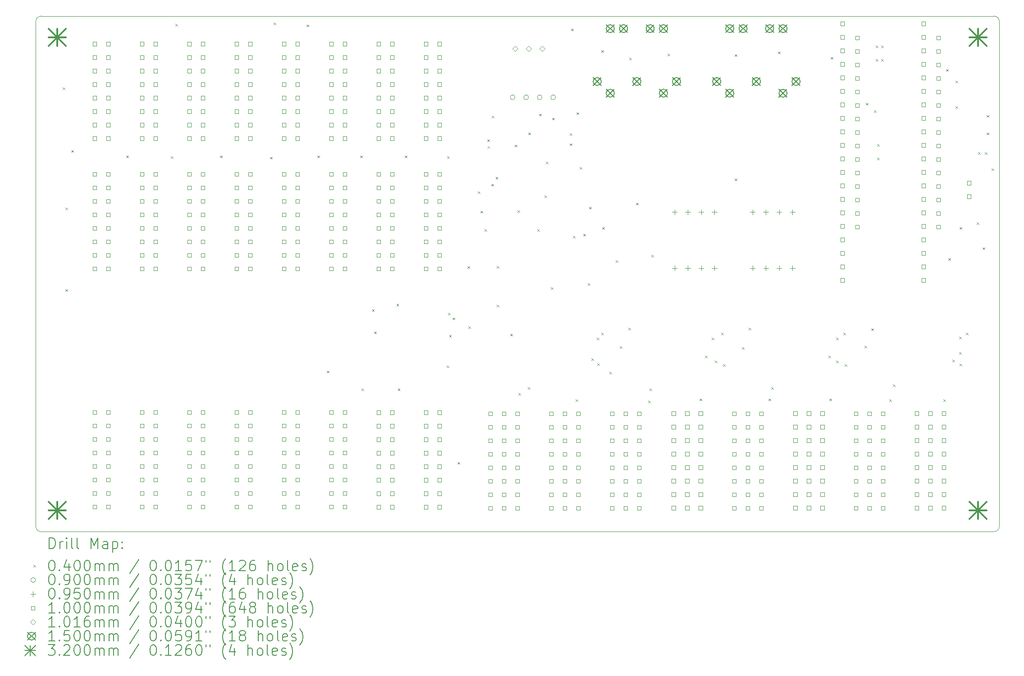
<source format=gbr>
%FSLAX45Y45*%
G04 Gerber Fmt 4.5, Leading zero omitted, Abs format (unit mm)*
G04 Created by KiCad (PCBNEW 6.0.4) date 2022-06-03 16:07:43*
%MOMM*%
%LPD*%
G01*
G04 APERTURE LIST*
%TA.AperFunction,Profile*%
%ADD10C,0.100000*%
%TD*%
%ADD11C,0.200000*%
%ADD12C,0.040000*%
%ADD13C,0.090000*%
%ADD14C,0.095000*%
%ADD15C,0.100000*%
%ADD16C,0.101600*%
%ADD17C,0.150000*%
%ADD18C,0.320000*%
G04 APERTURE END LIST*
D10*
X8200000Y-2600000D02*
G75*
G03*
X8100000Y-2700000I0J-100000D01*
G01*
X8100000Y-12200000D02*
G75*
G03*
X8200000Y-12300000I100000J0D01*
G01*
X26100000Y-2600000D02*
X8200000Y-2600000D01*
X8200000Y-12300000D02*
X26100000Y-12300000D01*
X26200000Y-2700000D02*
G75*
G03*
X26100000Y-2600000I-100000J0D01*
G01*
X26200000Y-12200000D02*
X26200000Y-2700000D01*
X26100000Y-12300000D02*
G75*
G03*
X26200000Y-12200000I0J100000D01*
G01*
X8100000Y-2700000D02*
X8100000Y-12200000D01*
D11*
D12*
X8603300Y-3942400D02*
X8643300Y-3982400D01*
X8643300Y-3942400D02*
X8603300Y-3982400D01*
X8654100Y-6203000D02*
X8694100Y-6243000D01*
X8694100Y-6203000D02*
X8654100Y-6243000D01*
X8654100Y-7739700D02*
X8694100Y-7779700D01*
X8694100Y-7739700D02*
X8654100Y-7779700D01*
X8768400Y-5123500D02*
X8808400Y-5163500D01*
X8808400Y-5123500D02*
X8768400Y-5163500D01*
X9797100Y-5225100D02*
X9837100Y-5265100D01*
X9837100Y-5225100D02*
X9797100Y-5265100D01*
X10635300Y-5237800D02*
X10675300Y-5277800D01*
X10675300Y-5237800D02*
X10635300Y-5277800D01*
X10724200Y-2748600D02*
X10764200Y-2788600D01*
X10764200Y-2748600D02*
X10724200Y-2788600D01*
X11562400Y-5225100D02*
X11602400Y-5265100D01*
X11602400Y-5225100D02*
X11562400Y-5265100D01*
X12502200Y-5250500D02*
X12542200Y-5290500D01*
X12542200Y-5250500D02*
X12502200Y-5290500D01*
X12565700Y-2723200D02*
X12605700Y-2763200D01*
X12605700Y-2723200D02*
X12565700Y-2763200D01*
X13188000Y-2761300D02*
X13228000Y-2801300D01*
X13228000Y-2761300D02*
X13188000Y-2801300D01*
X13391200Y-5225100D02*
X13431200Y-5265100D01*
X13431200Y-5225100D02*
X13391200Y-5265100D01*
X13566000Y-9271092D02*
X13606000Y-9311092D01*
X13606000Y-9271092D02*
X13566000Y-9311092D01*
X14191300Y-5225100D02*
X14231300Y-5265100D01*
X14231300Y-5225100D02*
X14191300Y-5265100D01*
X14216700Y-9606600D02*
X14256700Y-9646600D01*
X14256700Y-9606600D02*
X14216700Y-9646600D01*
X14416900Y-8115392D02*
X14456900Y-8155392D01*
X14456900Y-8115392D02*
X14416900Y-8155392D01*
X14455000Y-8534492D02*
X14495000Y-8574492D01*
X14495000Y-8534492D02*
X14455000Y-8574492D01*
X14874100Y-8013792D02*
X14914100Y-8053792D01*
X14914100Y-8013792D02*
X14874100Y-8053792D01*
X14899500Y-9606600D02*
X14939500Y-9646600D01*
X14939500Y-9606600D02*
X14899500Y-9646600D01*
X15029500Y-5225100D02*
X15069500Y-5265100D01*
X15069500Y-5225100D02*
X15029500Y-5265100D01*
X15816900Y-9174800D02*
X15856900Y-9214800D01*
X15856900Y-9174800D02*
X15816900Y-9214800D01*
X15829600Y-5237800D02*
X15869600Y-5277800D01*
X15869600Y-5237800D02*
X15829600Y-5277800D01*
X15842300Y-8184200D02*
X15882300Y-8224200D01*
X15882300Y-8184200D02*
X15842300Y-8224200D01*
X15864700Y-8597992D02*
X15904700Y-8637992D01*
X15904700Y-8597992D02*
X15864700Y-8637992D01*
X15931200Y-8273100D02*
X15971200Y-8313100D01*
X15971200Y-8273100D02*
X15931200Y-8313100D01*
X16020100Y-10990900D02*
X16060100Y-11030900D01*
X16060100Y-10990900D02*
X16020100Y-11030900D01*
X16210600Y-7307900D02*
X16250600Y-7347900D01*
X16250600Y-7307900D02*
X16210600Y-7347900D01*
X16223300Y-8438200D02*
X16263300Y-8478200D01*
X16263300Y-8438200D02*
X16223300Y-8478200D01*
X16401100Y-5898200D02*
X16441100Y-5938200D01*
X16441100Y-5898200D02*
X16401100Y-5938200D01*
X16451900Y-6266500D02*
X16491900Y-6306500D01*
X16491900Y-6266500D02*
X16451900Y-6306500D01*
X16528100Y-6609400D02*
X16568100Y-6649400D01*
X16568100Y-6609400D02*
X16528100Y-6649400D01*
X16578900Y-4920300D02*
X16618900Y-4960300D01*
X16618900Y-4920300D02*
X16578900Y-4960300D01*
X16585510Y-5047300D02*
X16625510Y-5087300D01*
X16625510Y-5047300D02*
X16585510Y-5087300D01*
X16655620Y-5758500D02*
X16695620Y-5798500D01*
X16695620Y-5758500D02*
X16655620Y-5798500D01*
X16667800Y-4475800D02*
X16707800Y-4515800D01*
X16707800Y-4475800D02*
X16667800Y-4515800D01*
X16736425Y-5626375D02*
X16776425Y-5666375D01*
X16776425Y-5626375D02*
X16736425Y-5666375D01*
X16756700Y-7301290D02*
X16796700Y-7341290D01*
X16796700Y-7301290D02*
X16756700Y-7341290D01*
X16756700Y-8031800D02*
X16796700Y-8071800D01*
X16796700Y-8031800D02*
X16756700Y-8071800D01*
X17010700Y-8577900D02*
X17050700Y-8617900D01*
X17050700Y-8577900D02*
X17010700Y-8617900D01*
X17099600Y-5021900D02*
X17139600Y-5061900D01*
X17139600Y-5021900D02*
X17099600Y-5061900D01*
X17150400Y-6253800D02*
X17190400Y-6293800D01*
X17190400Y-6253800D02*
X17150400Y-6293800D01*
X17162600Y-9687700D02*
X17202600Y-9727700D01*
X17202600Y-9687700D02*
X17162600Y-9727700D01*
X17340900Y-9581200D02*
X17380900Y-9621200D01*
X17380900Y-9581200D02*
X17340900Y-9621200D01*
X17353600Y-4793300D02*
X17393600Y-4833300D01*
X17393600Y-4793300D02*
X17353600Y-4833300D01*
X17518700Y-6609400D02*
X17558700Y-6649400D01*
X17558700Y-6609400D02*
X17518700Y-6649400D01*
X17556800Y-4437700D02*
X17596800Y-4477700D01*
X17596800Y-4437700D02*
X17556800Y-4477700D01*
X17658400Y-5974400D02*
X17698400Y-6014400D01*
X17698400Y-5974400D02*
X17658400Y-6014400D01*
X17680000Y-5339400D02*
X17720000Y-5379400D01*
X17720000Y-5339400D02*
X17680000Y-5379400D01*
X17772700Y-7701600D02*
X17812700Y-7741600D01*
X17812700Y-7701600D02*
X17772700Y-7741600D01*
X17798100Y-4513900D02*
X17838100Y-4553900D01*
X17838100Y-4513900D02*
X17798100Y-4553900D01*
X18128300Y-4806000D02*
X18168300Y-4846000D01*
X18168300Y-4806000D02*
X18128300Y-4846000D01*
X18128300Y-4996500D02*
X18168300Y-5036500D01*
X18168300Y-4996500D02*
X18128300Y-5036500D01*
X18153700Y-2837500D02*
X18193700Y-2877500D01*
X18193700Y-2837500D02*
X18153700Y-2877500D01*
X18191800Y-6736400D02*
X18231800Y-6776400D01*
X18231800Y-6736400D02*
X18191800Y-6776400D01*
X18242600Y-9809800D02*
X18282600Y-9849800D01*
X18282600Y-9809800D02*
X18242600Y-9849800D01*
X18255300Y-4412300D02*
X18295300Y-4452300D01*
X18295300Y-4412300D02*
X18255300Y-4452300D01*
X18318800Y-5441000D02*
X18358800Y-5481000D01*
X18358800Y-5441000D02*
X18318800Y-5481000D01*
X18382300Y-6698300D02*
X18422300Y-6738300D01*
X18422300Y-6698300D02*
X18382300Y-6738300D01*
X18471200Y-7625400D02*
X18511200Y-7665400D01*
X18511200Y-7625400D02*
X18471200Y-7665400D01*
X18496600Y-6190300D02*
X18536600Y-6230300D01*
X18536600Y-6190300D02*
X18496600Y-6230300D01*
X18534200Y-9040000D02*
X18574200Y-9080000D01*
X18574200Y-9040000D02*
X18534200Y-9080000D01*
X18635800Y-8646300D02*
X18675800Y-8686300D01*
X18675800Y-8646300D02*
X18635800Y-8686300D01*
X18648500Y-9128900D02*
X18688500Y-9168900D01*
X18688500Y-9128900D02*
X18648500Y-9168900D01*
X18724700Y-8557400D02*
X18764700Y-8597400D01*
X18764700Y-8557400D02*
X18724700Y-8597400D01*
X18725200Y-3243900D02*
X18765200Y-3283900D01*
X18765200Y-3243900D02*
X18725200Y-3283900D01*
X18737900Y-6571300D02*
X18777900Y-6611300D01*
X18777900Y-6571300D02*
X18737900Y-6611300D01*
X18877100Y-9294000D02*
X18917100Y-9334000D01*
X18917100Y-9294000D02*
X18877100Y-9334000D01*
X18991900Y-7193600D02*
X19031900Y-7233600D01*
X19031900Y-7193600D02*
X18991900Y-7233600D01*
X19067600Y-8811400D02*
X19107600Y-8851400D01*
X19107600Y-8811400D02*
X19067600Y-8851400D01*
X19233200Y-8463600D02*
X19273200Y-8503600D01*
X19273200Y-8463600D02*
X19233200Y-8503600D01*
X19245900Y-3383600D02*
X19285900Y-3423600D01*
X19285900Y-3383600D02*
X19245900Y-3423600D01*
X19372900Y-6114100D02*
X19412900Y-6154100D01*
X19412900Y-6114100D02*
X19372900Y-6154100D01*
X19601500Y-9835200D02*
X19641500Y-9875200D01*
X19641500Y-9835200D02*
X19601500Y-9875200D01*
X19626900Y-9606600D02*
X19666900Y-9646600D01*
X19666900Y-9606600D02*
X19626900Y-9646600D01*
X19665000Y-7092000D02*
X19705000Y-7132000D01*
X19705000Y-7092000D02*
X19665000Y-7132000D01*
X19969800Y-3307400D02*
X20009800Y-3347400D01*
X20009800Y-3307400D02*
X19969800Y-3347400D01*
X20566700Y-9797100D02*
X20606700Y-9837100D01*
X20606700Y-9797100D02*
X20566700Y-9837100D01*
X20667800Y-8989200D02*
X20707800Y-9029200D01*
X20707800Y-8989200D02*
X20667800Y-9029200D01*
X20794800Y-8646300D02*
X20834800Y-8686300D01*
X20834800Y-8646300D02*
X20794800Y-8686300D01*
X20858300Y-9078100D02*
X20898300Y-9118100D01*
X20898300Y-9078100D02*
X20858300Y-9118100D01*
X20972600Y-8557400D02*
X21012600Y-8597400D01*
X21012600Y-8557400D02*
X20972600Y-8597400D01*
X21011200Y-9149400D02*
X21051200Y-9189400D01*
X21051200Y-9149400D02*
X21011200Y-9189400D01*
X21227100Y-3320100D02*
X21267100Y-3360100D01*
X21267100Y-3320100D02*
X21227100Y-3360100D01*
X21227100Y-5656900D02*
X21267100Y-5696900D01*
X21267100Y-5656900D02*
X21227100Y-5696900D01*
X21366300Y-8824100D02*
X21406300Y-8864100D01*
X21406300Y-8824100D02*
X21366300Y-8864100D01*
X21493800Y-8463600D02*
X21533800Y-8503600D01*
X21533800Y-8463600D02*
X21493800Y-8503600D01*
X21862100Y-9797100D02*
X21902100Y-9837100D01*
X21902100Y-9797100D02*
X21862100Y-9837100D01*
X21912900Y-9581200D02*
X21952900Y-9621200D01*
X21952900Y-9581200D02*
X21912900Y-9621200D01*
X22039900Y-3269300D02*
X22079900Y-3309300D01*
X22079900Y-3269300D02*
X22039900Y-3309300D01*
X22991900Y-8989200D02*
X23031900Y-9029200D01*
X23031900Y-8989200D02*
X22991900Y-9029200D01*
X23005100Y-9797100D02*
X23045100Y-9837100D01*
X23045100Y-9797100D02*
X23005100Y-9837100D01*
X23030500Y-3370900D02*
X23070500Y-3410900D01*
X23070500Y-3370900D02*
X23030500Y-3410900D01*
X23131600Y-8646300D02*
X23171600Y-8686300D01*
X23171600Y-8646300D02*
X23131600Y-8686300D01*
X23131600Y-9078100D02*
X23171600Y-9118100D01*
X23171600Y-9078100D02*
X23131600Y-9118100D01*
X23271300Y-8557400D02*
X23311300Y-8597400D01*
X23311300Y-8557400D02*
X23271300Y-8597400D01*
X23296700Y-9149400D02*
X23336700Y-9189400D01*
X23336700Y-9149400D02*
X23296700Y-9189400D01*
X23665000Y-8798700D02*
X23705000Y-8838700D01*
X23705000Y-8798700D02*
X23665000Y-8838700D01*
X23690900Y-4234500D02*
X23730900Y-4274500D01*
X23730900Y-4234500D02*
X23690900Y-4274500D01*
X23792500Y-8476300D02*
X23832500Y-8516300D01*
X23832500Y-8476300D02*
X23792500Y-8516300D01*
X23843300Y-4374200D02*
X23883300Y-4414200D01*
X23883300Y-4374200D02*
X23843300Y-4414200D01*
X23881400Y-3155000D02*
X23921400Y-3195000D01*
X23921400Y-3155000D02*
X23881400Y-3195000D01*
X23881400Y-3409000D02*
X23921400Y-3449000D01*
X23921400Y-3409000D02*
X23881400Y-3449000D01*
X23906800Y-5009200D02*
X23946800Y-5049200D01*
X23946800Y-5009200D02*
X23906800Y-5049200D01*
X23906800Y-5263200D02*
X23946800Y-5303200D01*
X23946800Y-5263200D02*
X23906800Y-5303200D01*
X23983000Y-3155000D02*
X24023000Y-3195000D01*
X24023000Y-3155000D02*
X23983000Y-3195000D01*
X23983000Y-3409000D02*
X24023000Y-3449000D01*
X24023000Y-3409000D02*
X23983000Y-3449000D01*
X24135400Y-9809800D02*
X24175400Y-9849800D01*
X24175400Y-9809800D02*
X24135400Y-9849800D01*
X24198900Y-9530400D02*
X24238900Y-9570400D01*
X24238900Y-9530400D02*
X24198900Y-9570400D01*
X25151400Y-9809800D02*
X25191400Y-9849800D01*
X25191400Y-9809800D02*
X25151400Y-9849800D01*
X25202200Y-3599500D02*
X25242200Y-3639500D01*
X25242200Y-3599500D02*
X25202200Y-3639500D01*
X25240300Y-7155500D02*
X25280300Y-7195500D01*
X25280300Y-7155500D02*
X25240300Y-7195500D01*
X25316000Y-9065400D02*
X25356000Y-9105400D01*
X25356000Y-9065400D02*
X25316000Y-9105400D01*
X25380000Y-3815400D02*
X25420000Y-3855400D01*
X25420000Y-3815400D02*
X25380000Y-3855400D01*
X25380000Y-4298000D02*
X25420000Y-4338000D01*
X25420000Y-4298000D02*
X25380000Y-4338000D01*
X25443000Y-8633600D02*
X25483000Y-8673600D01*
X25483000Y-8633600D02*
X25443000Y-8673600D01*
X25443500Y-8920800D02*
X25483500Y-8960800D01*
X25483500Y-8920800D02*
X25443500Y-8960800D01*
X25455700Y-9141600D02*
X25495700Y-9181600D01*
X25495700Y-9141600D02*
X25455700Y-9181600D01*
X25456200Y-6571300D02*
X25496200Y-6611300D01*
X25496200Y-6571300D02*
X25456200Y-6611300D01*
X25570000Y-8557400D02*
X25610000Y-8597400D01*
X25610000Y-8557400D02*
X25570000Y-8597400D01*
X25773700Y-6482400D02*
X25813700Y-6522400D01*
X25813700Y-6482400D02*
X25773700Y-6522400D01*
X25799100Y-5161600D02*
X25839100Y-5201600D01*
X25839100Y-5161600D02*
X25799100Y-5201600D01*
X25888000Y-6952300D02*
X25928000Y-6992300D01*
X25928000Y-6952300D02*
X25888000Y-6992300D01*
X25926100Y-5161600D02*
X25966100Y-5201600D01*
X25966100Y-5161600D02*
X25926100Y-5201600D01*
X25964200Y-4463100D02*
X26004200Y-4503100D01*
X26004200Y-4463100D02*
X25964200Y-4503100D01*
X25964200Y-4793300D02*
X26004200Y-4833300D01*
X26004200Y-4793300D02*
X25964200Y-4833300D01*
X26053100Y-5466400D02*
X26093100Y-5506400D01*
X26093100Y-5466400D02*
X26053100Y-5506400D01*
D13*
X17101100Y-4127500D02*
G75*
G03*
X17101100Y-4127500I-45000J0D01*
G01*
X17355100Y-4127500D02*
G75*
G03*
X17355100Y-4127500I-45000J0D01*
G01*
X17609100Y-4127500D02*
G75*
G03*
X17609100Y-4127500I-45000J0D01*
G01*
X17863100Y-4127500D02*
G75*
G03*
X17863100Y-4127500I-45000J0D01*
G01*
D14*
X20097400Y-6240700D02*
X20097400Y-6335700D01*
X20049900Y-6288200D02*
X20144900Y-6288200D01*
X20097400Y-7293100D02*
X20097400Y-7388100D01*
X20049900Y-7340600D02*
X20144900Y-7340600D01*
X20347400Y-6240700D02*
X20347400Y-6335700D01*
X20299900Y-6288200D02*
X20394900Y-6288200D01*
X20347400Y-7293100D02*
X20347400Y-7388100D01*
X20299900Y-7340600D02*
X20394900Y-7340600D01*
X20597400Y-6240700D02*
X20597400Y-6335700D01*
X20549900Y-6288200D02*
X20644900Y-6288200D01*
X20597400Y-7293100D02*
X20597400Y-7388100D01*
X20549900Y-7340600D02*
X20644900Y-7340600D01*
X20847400Y-6240700D02*
X20847400Y-6335700D01*
X20799900Y-6288200D02*
X20894900Y-6288200D01*
X20847400Y-7293100D02*
X20847400Y-7388100D01*
X20799900Y-7340600D02*
X20894900Y-7340600D01*
X21562300Y-6240700D02*
X21562300Y-6335700D01*
X21514800Y-6288200D02*
X21609800Y-6288200D01*
X21563900Y-7293100D02*
X21563900Y-7388100D01*
X21516400Y-7340600D02*
X21611400Y-7340600D01*
X21812300Y-6240700D02*
X21812300Y-6335700D01*
X21764800Y-6288200D02*
X21859800Y-6288200D01*
X21813900Y-7293100D02*
X21813900Y-7388100D01*
X21766400Y-7340600D02*
X21861400Y-7340600D01*
X22062300Y-6240700D02*
X22062300Y-6335700D01*
X22014800Y-6288200D02*
X22109800Y-6288200D01*
X22063900Y-7293100D02*
X22063900Y-7388100D01*
X22016400Y-7340600D02*
X22111400Y-7340600D01*
X22312300Y-6240700D02*
X22312300Y-6335700D01*
X22264800Y-6288200D02*
X22359800Y-6288200D01*
X22313900Y-7293100D02*
X22313900Y-7388100D01*
X22266400Y-7340600D02*
X22361400Y-7340600D01*
D15*
X9239415Y-10088447D02*
X9239415Y-10017736D01*
X9168704Y-10017736D01*
X9168704Y-10088447D01*
X9239415Y-10088447D01*
X9239415Y-10342447D02*
X9239415Y-10271736D01*
X9168704Y-10271736D01*
X9168704Y-10342447D01*
X9239415Y-10342447D01*
X9239415Y-10596447D02*
X9239415Y-10525736D01*
X9168704Y-10525736D01*
X9168704Y-10596447D01*
X9239415Y-10596447D01*
X9239415Y-10850447D02*
X9239415Y-10779736D01*
X9168704Y-10779736D01*
X9168704Y-10850447D01*
X9239415Y-10850447D01*
X9239415Y-11104447D02*
X9239415Y-11033736D01*
X9168704Y-11033736D01*
X9168704Y-11104447D01*
X9239415Y-11104447D01*
X9239415Y-11358447D02*
X9239415Y-11287736D01*
X9168704Y-11287736D01*
X9168704Y-11358447D01*
X9239415Y-11358447D01*
X9239415Y-11612447D02*
X9239415Y-11541736D01*
X9168704Y-11541736D01*
X9168704Y-11612447D01*
X9239415Y-11612447D01*
X9239415Y-11866447D02*
X9239415Y-11795736D01*
X9168704Y-11795736D01*
X9168704Y-11866447D01*
X9239415Y-11866447D01*
X9242856Y-3159556D02*
X9242856Y-3088844D01*
X9172144Y-3088844D01*
X9172144Y-3159556D01*
X9242856Y-3159556D01*
X9242856Y-3413556D02*
X9242856Y-3342844D01*
X9172144Y-3342844D01*
X9172144Y-3413556D01*
X9242856Y-3413556D01*
X9242856Y-3667556D02*
X9242856Y-3596844D01*
X9172144Y-3596844D01*
X9172144Y-3667556D01*
X9242856Y-3667556D01*
X9242856Y-3921556D02*
X9242856Y-3850844D01*
X9172144Y-3850844D01*
X9172144Y-3921556D01*
X9242856Y-3921556D01*
X9242856Y-4175556D02*
X9242856Y-4104844D01*
X9172144Y-4104844D01*
X9172144Y-4175556D01*
X9242856Y-4175556D01*
X9242856Y-4429556D02*
X9242856Y-4358844D01*
X9172144Y-4358844D01*
X9172144Y-4429556D01*
X9242856Y-4429556D01*
X9242856Y-4683556D02*
X9242856Y-4612844D01*
X9172144Y-4612844D01*
X9172144Y-4683556D01*
X9242856Y-4683556D01*
X9242856Y-4937556D02*
X9242856Y-4866844D01*
X9172144Y-4866844D01*
X9172144Y-4937556D01*
X9242856Y-4937556D01*
X9242856Y-5610656D02*
X9242856Y-5539944D01*
X9172144Y-5539944D01*
X9172144Y-5610656D01*
X9242856Y-5610656D01*
X9242856Y-5864656D02*
X9242856Y-5793944D01*
X9172144Y-5793944D01*
X9172144Y-5864656D01*
X9242856Y-5864656D01*
X9242856Y-6118656D02*
X9242856Y-6047944D01*
X9172144Y-6047944D01*
X9172144Y-6118656D01*
X9242856Y-6118656D01*
X9242856Y-6372656D02*
X9242856Y-6301944D01*
X9172144Y-6301944D01*
X9172144Y-6372656D01*
X9242856Y-6372656D01*
X9242856Y-6626656D02*
X9242856Y-6555944D01*
X9172144Y-6555944D01*
X9172144Y-6626656D01*
X9242856Y-6626656D01*
X9242856Y-6880656D02*
X9242856Y-6809944D01*
X9172144Y-6809944D01*
X9172144Y-6880656D01*
X9242856Y-6880656D01*
X9242856Y-7134656D02*
X9242856Y-7063944D01*
X9172144Y-7063944D01*
X9172144Y-7134656D01*
X9242856Y-7134656D01*
X9242856Y-7388656D02*
X9242856Y-7317944D01*
X9172144Y-7317944D01*
X9172144Y-7388656D01*
X9242856Y-7388656D01*
X9493415Y-10088447D02*
X9493415Y-10017736D01*
X9422704Y-10017736D01*
X9422704Y-10088447D01*
X9493415Y-10088447D01*
X9493415Y-10342447D02*
X9493415Y-10271736D01*
X9422704Y-10271736D01*
X9422704Y-10342447D01*
X9493415Y-10342447D01*
X9493415Y-10596447D02*
X9493415Y-10525736D01*
X9422704Y-10525736D01*
X9422704Y-10596447D01*
X9493415Y-10596447D01*
X9493415Y-10850447D02*
X9493415Y-10779736D01*
X9422704Y-10779736D01*
X9422704Y-10850447D01*
X9493415Y-10850447D01*
X9493415Y-11104447D02*
X9493415Y-11033736D01*
X9422704Y-11033736D01*
X9422704Y-11104447D01*
X9493415Y-11104447D01*
X9493415Y-11358447D02*
X9493415Y-11287736D01*
X9422704Y-11287736D01*
X9422704Y-11358447D01*
X9493415Y-11358447D01*
X9493415Y-11612447D02*
X9493415Y-11541736D01*
X9422704Y-11541736D01*
X9422704Y-11612447D01*
X9493415Y-11612447D01*
X9493415Y-11866447D02*
X9493415Y-11795736D01*
X9422704Y-11795736D01*
X9422704Y-11866447D01*
X9493415Y-11866447D01*
X9496856Y-3159556D02*
X9496856Y-3088844D01*
X9426144Y-3088844D01*
X9426144Y-3159556D01*
X9496856Y-3159556D01*
X9496856Y-3413556D02*
X9496856Y-3342844D01*
X9426144Y-3342844D01*
X9426144Y-3413556D01*
X9496856Y-3413556D01*
X9496856Y-3667556D02*
X9496856Y-3596844D01*
X9426144Y-3596844D01*
X9426144Y-3667556D01*
X9496856Y-3667556D01*
X9496856Y-3921556D02*
X9496856Y-3850844D01*
X9426144Y-3850844D01*
X9426144Y-3921556D01*
X9496856Y-3921556D01*
X9496856Y-4175556D02*
X9496856Y-4104844D01*
X9426144Y-4104844D01*
X9426144Y-4175556D01*
X9496856Y-4175556D01*
X9496856Y-4429556D02*
X9496856Y-4358844D01*
X9426144Y-4358844D01*
X9426144Y-4429556D01*
X9496856Y-4429556D01*
X9496856Y-4683556D02*
X9496856Y-4612844D01*
X9426144Y-4612844D01*
X9426144Y-4683556D01*
X9496856Y-4683556D01*
X9496856Y-4937556D02*
X9496856Y-4866844D01*
X9426144Y-4866844D01*
X9426144Y-4937556D01*
X9496856Y-4937556D01*
X9496856Y-5610656D02*
X9496856Y-5539944D01*
X9426144Y-5539944D01*
X9426144Y-5610656D01*
X9496856Y-5610656D01*
X9496856Y-5864656D02*
X9496856Y-5793944D01*
X9426144Y-5793944D01*
X9426144Y-5864656D01*
X9496856Y-5864656D01*
X9496856Y-6118656D02*
X9496856Y-6047944D01*
X9426144Y-6047944D01*
X9426144Y-6118656D01*
X9496856Y-6118656D01*
X9496856Y-6372656D02*
X9496856Y-6301944D01*
X9426144Y-6301944D01*
X9426144Y-6372656D01*
X9496856Y-6372656D01*
X9496856Y-6626656D02*
X9496856Y-6555944D01*
X9426144Y-6555944D01*
X9426144Y-6626656D01*
X9496856Y-6626656D01*
X9496856Y-6880656D02*
X9496856Y-6809944D01*
X9426144Y-6809944D01*
X9426144Y-6880656D01*
X9496856Y-6880656D01*
X9496856Y-7134656D02*
X9496856Y-7063944D01*
X9426144Y-7063944D01*
X9426144Y-7134656D01*
X9496856Y-7134656D01*
X9496856Y-7388656D02*
X9496856Y-7317944D01*
X9426144Y-7317944D01*
X9426144Y-7388656D01*
X9496856Y-7388656D01*
X10128415Y-10089947D02*
X10128415Y-10019236D01*
X10057704Y-10019236D01*
X10057704Y-10089947D01*
X10128415Y-10089947D01*
X10128415Y-10343947D02*
X10128415Y-10273236D01*
X10057704Y-10273236D01*
X10057704Y-10343947D01*
X10128415Y-10343947D01*
X10128415Y-10597947D02*
X10128415Y-10527236D01*
X10057704Y-10527236D01*
X10057704Y-10597947D01*
X10128415Y-10597947D01*
X10128415Y-10851947D02*
X10128415Y-10781236D01*
X10057704Y-10781236D01*
X10057704Y-10851947D01*
X10128415Y-10851947D01*
X10128415Y-11105947D02*
X10128415Y-11035236D01*
X10057704Y-11035236D01*
X10057704Y-11105947D01*
X10128415Y-11105947D01*
X10128415Y-11359947D02*
X10128415Y-11289236D01*
X10057704Y-11289236D01*
X10057704Y-11359947D01*
X10128415Y-11359947D01*
X10128415Y-11613947D02*
X10128415Y-11543236D01*
X10057704Y-11543236D01*
X10057704Y-11613947D01*
X10128415Y-11613947D01*
X10128415Y-11867947D02*
X10128415Y-11797236D01*
X10057704Y-11797236D01*
X10057704Y-11867947D01*
X10128415Y-11867947D01*
X10131856Y-3159556D02*
X10131856Y-3088844D01*
X10061144Y-3088844D01*
X10061144Y-3159556D01*
X10131856Y-3159556D01*
X10131856Y-3413556D02*
X10131856Y-3342844D01*
X10061144Y-3342844D01*
X10061144Y-3413556D01*
X10131856Y-3413556D01*
X10131856Y-3667556D02*
X10131856Y-3596844D01*
X10061144Y-3596844D01*
X10061144Y-3667556D01*
X10131856Y-3667556D01*
X10131856Y-3921556D02*
X10131856Y-3850844D01*
X10061144Y-3850844D01*
X10061144Y-3921556D01*
X10131856Y-3921556D01*
X10131856Y-4175556D02*
X10131856Y-4104844D01*
X10061144Y-4104844D01*
X10061144Y-4175556D01*
X10131856Y-4175556D01*
X10131856Y-4429556D02*
X10131856Y-4358844D01*
X10061144Y-4358844D01*
X10061144Y-4429556D01*
X10131856Y-4429556D01*
X10131856Y-4683556D02*
X10131856Y-4612844D01*
X10061144Y-4612844D01*
X10061144Y-4683556D01*
X10131856Y-4683556D01*
X10131856Y-4937556D02*
X10131856Y-4866844D01*
X10061144Y-4866844D01*
X10061144Y-4937556D01*
X10131856Y-4937556D01*
X10131856Y-5610656D02*
X10131856Y-5539944D01*
X10061144Y-5539944D01*
X10061144Y-5610656D01*
X10131856Y-5610656D01*
X10131856Y-5864656D02*
X10131856Y-5793944D01*
X10061144Y-5793944D01*
X10061144Y-5864656D01*
X10131856Y-5864656D01*
X10131856Y-6118656D02*
X10131856Y-6047944D01*
X10061144Y-6047944D01*
X10061144Y-6118656D01*
X10131856Y-6118656D01*
X10131856Y-6372656D02*
X10131856Y-6301944D01*
X10061144Y-6301944D01*
X10061144Y-6372656D01*
X10131856Y-6372656D01*
X10131856Y-6626656D02*
X10131856Y-6555944D01*
X10061144Y-6555944D01*
X10061144Y-6626656D01*
X10131856Y-6626656D01*
X10131856Y-6880656D02*
X10131856Y-6809944D01*
X10061144Y-6809944D01*
X10061144Y-6880656D01*
X10131856Y-6880656D01*
X10131856Y-7134656D02*
X10131856Y-7063944D01*
X10061144Y-7063944D01*
X10061144Y-7134656D01*
X10131856Y-7134656D01*
X10131856Y-7388656D02*
X10131856Y-7317944D01*
X10061144Y-7317944D01*
X10061144Y-7388656D01*
X10131856Y-7388656D01*
X10382415Y-10089947D02*
X10382415Y-10019236D01*
X10311704Y-10019236D01*
X10311704Y-10089947D01*
X10382415Y-10089947D01*
X10382415Y-10343947D02*
X10382415Y-10273236D01*
X10311704Y-10273236D01*
X10311704Y-10343947D01*
X10382415Y-10343947D01*
X10382415Y-10597947D02*
X10382415Y-10527236D01*
X10311704Y-10527236D01*
X10311704Y-10597947D01*
X10382415Y-10597947D01*
X10382415Y-10851947D02*
X10382415Y-10781236D01*
X10311704Y-10781236D01*
X10311704Y-10851947D01*
X10382415Y-10851947D01*
X10382415Y-11105947D02*
X10382415Y-11035236D01*
X10311704Y-11035236D01*
X10311704Y-11105947D01*
X10382415Y-11105947D01*
X10382415Y-11359947D02*
X10382415Y-11289236D01*
X10311704Y-11289236D01*
X10311704Y-11359947D01*
X10382415Y-11359947D01*
X10382415Y-11613947D02*
X10382415Y-11543236D01*
X10311704Y-11543236D01*
X10311704Y-11613947D01*
X10382415Y-11613947D01*
X10382415Y-11867947D02*
X10382415Y-11797236D01*
X10311704Y-11797236D01*
X10311704Y-11867947D01*
X10382415Y-11867947D01*
X10385856Y-3159556D02*
X10385856Y-3088844D01*
X10315144Y-3088844D01*
X10315144Y-3159556D01*
X10385856Y-3159556D01*
X10385856Y-3413556D02*
X10385856Y-3342844D01*
X10315144Y-3342844D01*
X10315144Y-3413556D01*
X10385856Y-3413556D01*
X10385856Y-3667556D02*
X10385856Y-3596844D01*
X10315144Y-3596844D01*
X10315144Y-3667556D01*
X10385856Y-3667556D01*
X10385856Y-3921556D02*
X10385856Y-3850844D01*
X10315144Y-3850844D01*
X10315144Y-3921556D01*
X10385856Y-3921556D01*
X10385856Y-4175556D02*
X10385856Y-4104844D01*
X10315144Y-4104844D01*
X10315144Y-4175556D01*
X10385856Y-4175556D01*
X10385856Y-4429556D02*
X10385856Y-4358844D01*
X10315144Y-4358844D01*
X10315144Y-4429556D01*
X10385856Y-4429556D01*
X10385856Y-4683556D02*
X10385856Y-4612844D01*
X10315144Y-4612844D01*
X10315144Y-4683556D01*
X10385856Y-4683556D01*
X10385856Y-4937556D02*
X10385856Y-4866844D01*
X10315144Y-4866844D01*
X10315144Y-4937556D01*
X10385856Y-4937556D01*
X10385856Y-5610656D02*
X10385856Y-5539944D01*
X10315144Y-5539944D01*
X10315144Y-5610656D01*
X10385856Y-5610656D01*
X10385856Y-5864656D02*
X10385856Y-5793944D01*
X10315144Y-5793944D01*
X10315144Y-5864656D01*
X10385856Y-5864656D01*
X10385856Y-6118656D02*
X10385856Y-6047944D01*
X10315144Y-6047944D01*
X10315144Y-6118656D01*
X10385856Y-6118656D01*
X10385856Y-6372656D02*
X10385856Y-6301944D01*
X10315144Y-6301944D01*
X10315144Y-6372656D01*
X10385856Y-6372656D01*
X10385856Y-6626656D02*
X10385856Y-6555944D01*
X10315144Y-6555944D01*
X10315144Y-6626656D01*
X10385856Y-6626656D01*
X10385856Y-6880656D02*
X10385856Y-6809944D01*
X10315144Y-6809944D01*
X10315144Y-6880656D01*
X10385856Y-6880656D01*
X10385856Y-7134656D02*
X10385856Y-7063944D01*
X10315144Y-7063944D01*
X10315144Y-7134656D01*
X10385856Y-7134656D01*
X10385856Y-7388656D02*
X10385856Y-7317944D01*
X10315144Y-7317944D01*
X10315144Y-7388656D01*
X10385856Y-7388656D01*
X11017415Y-10089947D02*
X11017415Y-10019236D01*
X10946704Y-10019236D01*
X10946704Y-10089947D01*
X11017415Y-10089947D01*
X11017415Y-10343947D02*
X11017415Y-10273236D01*
X10946704Y-10273236D01*
X10946704Y-10343947D01*
X11017415Y-10343947D01*
X11017415Y-10597947D02*
X11017415Y-10527236D01*
X10946704Y-10527236D01*
X10946704Y-10597947D01*
X11017415Y-10597947D01*
X11017415Y-10851947D02*
X11017415Y-10781236D01*
X10946704Y-10781236D01*
X10946704Y-10851947D01*
X11017415Y-10851947D01*
X11017415Y-11105947D02*
X11017415Y-11035236D01*
X10946704Y-11035236D01*
X10946704Y-11105947D01*
X11017415Y-11105947D01*
X11017415Y-11359947D02*
X11017415Y-11289236D01*
X10946704Y-11289236D01*
X10946704Y-11359947D01*
X11017415Y-11359947D01*
X11017415Y-11613947D02*
X11017415Y-11543236D01*
X10946704Y-11543236D01*
X10946704Y-11613947D01*
X11017415Y-11613947D01*
X11017415Y-11867947D02*
X11017415Y-11797236D01*
X10946704Y-11797236D01*
X10946704Y-11867947D01*
X11017415Y-11867947D01*
X11020856Y-3159556D02*
X11020856Y-3088844D01*
X10950144Y-3088844D01*
X10950144Y-3159556D01*
X11020856Y-3159556D01*
X11020856Y-3413556D02*
X11020856Y-3342844D01*
X10950144Y-3342844D01*
X10950144Y-3413556D01*
X11020856Y-3413556D01*
X11020856Y-3667556D02*
X11020856Y-3596844D01*
X10950144Y-3596844D01*
X10950144Y-3667556D01*
X11020856Y-3667556D01*
X11020856Y-3921556D02*
X11020856Y-3850844D01*
X10950144Y-3850844D01*
X10950144Y-3921556D01*
X11020856Y-3921556D01*
X11020856Y-4175556D02*
X11020856Y-4104844D01*
X10950144Y-4104844D01*
X10950144Y-4175556D01*
X11020856Y-4175556D01*
X11020856Y-4429556D02*
X11020856Y-4358844D01*
X10950144Y-4358844D01*
X10950144Y-4429556D01*
X11020856Y-4429556D01*
X11020856Y-4683556D02*
X11020856Y-4612844D01*
X10950144Y-4612844D01*
X10950144Y-4683556D01*
X11020856Y-4683556D01*
X11020856Y-4937556D02*
X11020856Y-4866844D01*
X10950144Y-4866844D01*
X10950144Y-4937556D01*
X11020856Y-4937556D01*
X11020856Y-5610656D02*
X11020856Y-5539944D01*
X10950144Y-5539944D01*
X10950144Y-5610656D01*
X11020856Y-5610656D01*
X11020856Y-5864656D02*
X11020856Y-5793944D01*
X10950144Y-5793944D01*
X10950144Y-5864656D01*
X11020856Y-5864656D01*
X11020856Y-6118656D02*
X11020856Y-6047944D01*
X10950144Y-6047944D01*
X10950144Y-6118656D01*
X11020856Y-6118656D01*
X11020856Y-6372656D02*
X11020856Y-6301944D01*
X10950144Y-6301944D01*
X10950144Y-6372656D01*
X11020856Y-6372656D01*
X11020856Y-6626656D02*
X11020856Y-6555944D01*
X10950144Y-6555944D01*
X10950144Y-6626656D01*
X11020856Y-6626656D01*
X11020856Y-6880656D02*
X11020856Y-6809944D01*
X10950144Y-6809944D01*
X10950144Y-6880656D01*
X11020856Y-6880656D01*
X11020856Y-7134656D02*
X11020856Y-7063944D01*
X10950144Y-7063944D01*
X10950144Y-7134656D01*
X11020856Y-7134656D01*
X11020856Y-7388656D02*
X11020856Y-7317944D01*
X10950144Y-7317944D01*
X10950144Y-7388656D01*
X11020856Y-7388656D01*
X11271415Y-10089947D02*
X11271415Y-10019236D01*
X11200704Y-10019236D01*
X11200704Y-10089947D01*
X11271415Y-10089947D01*
X11271415Y-10343947D02*
X11271415Y-10273236D01*
X11200704Y-10273236D01*
X11200704Y-10343947D01*
X11271415Y-10343947D01*
X11271415Y-10597947D02*
X11271415Y-10527236D01*
X11200704Y-10527236D01*
X11200704Y-10597947D01*
X11271415Y-10597947D01*
X11271415Y-10851947D02*
X11271415Y-10781236D01*
X11200704Y-10781236D01*
X11200704Y-10851947D01*
X11271415Y-10851947D01*
X11271415Y-11105947D02*
X11271415Y-11035236D01*
X11200704Y-11035236D01*
X11200704Y-11105947D01*
X11271415Y-11105947D01*
X11271415Y-11359947D02*
X11271415Y-11289236D01*
X11200704Y-11289236D01*
X11200704Y-11359947D01*
X11271415Y-11359947D01*
X11271415Y-11613947D02*
X11271415Y-11543236D01*
X11200704Y-11543236D01*
X11200704Y-11613947D01*
X11271415Y-11613947D01*
X11271415Y-11867947D02*
X11271415Y-11797236D01*
X11200704Y-11797236D01*
X11200704Y-11867947D01*
X11271415Y-11867947D01*
X11274856Y-3159556D02*
X11274856Y-3088844D01*
X11204144Y-3088844D01*
X11204144Y-3159556D01*
X11274856Y-3159556D01*
X11274856Y-3413556D02*
X11274856Y-3342844D01*
X11204144Y-3342844D01*
X11204144Y-3413556D01*
X11274856Y-3413556D01*
X11274856Y-3667556D02*
X11274856Y-3596844D01*
X11204144Y-3596844D01*
X11204144Y-3667556D01*
X11274856Y-3667556D01*
X11274856Y-3921556D02*
X11274856Y-3850844D01*
X11204144Y-3850844D01*
X11204144Y-3921556D01*
X11274856Y-3921556D01*
X11274856Y-4175556D02*
X11274856Y-4104844D01*
X11204144Y-4104844D01*
X11204144Y-4175556D01*
X11274856Y-4175556D01*
X11274856Y-4429556D02*
X11274856Y-4358844D01*
X11204144Y-4358844D01*
X11204144Y-4429556D01*
X11274856Y-4429556D01*
X11274856Y-4683556D02*
X11274856Y-4612844D01*
X11204144Y-4612844D01*
X11204144Y-4683556D01*
X11274856Y-4683556D01*
X11274856Y-4937556D02*
X11274856Y-4866844D01*
X11204144Y-4866844D01*
X11204144Y-4937556D01*
X11274856Y-4937556D01*
X11274856Y-5610656D02*
X11274856Y-5539944D01*
X11204144Y-5539944D01*
X11204144Y-5610656D01*
X11274856Y-5610656D01*
X11274856Y-5864656D02*
X11274856Y-5793944D01*
X11204144Y-5793944D01*
X11204144Y-5864656D01*
X11274856Y-5864656D01*
X11274856Y-6118656D02*
X11274856Y-6047944D01*
X11204144Y-6047944D01*
X11204144Y-6118656D01*
X11274856Y-6118656D01*
X11274856Y-6372656D02*
X11274856Y-6301944D01*
X11204144Y-6301944D01*
X11204144Y-6372656D01*
X11274856Y-6372656D01*
X11274856Y-6626656D02*
X11274856Y-6555944D01*
X11204144Y-6555944D01*
X11204144Y-6626656D01*
X11274856Y-6626656D01*
X11274856Y-6880656D02*
X11274856Y-6809944D01*
X11204144Y-6809944D01*
X11204144Y-6880656D01*
X11274856Y-6880656D01*
X11274856Y-7134656D02*
X11274856Y-7063944D01*
X11204144Y-7063944D01*
X11204144Y-7134656D01*
X11274856Y-7134656D01*
X11274856Y-7388656D02*
X11274856Y-7317944D01*
X11204144Y-7317944D01*
X11204144Y-7388656D01*
X11274856Y-7388656D01*
X11906415Y-10089947D02*
X11906415Y-10019236D01*
X11835704Y-10019236D01*
X11835704Y-10089947D01*
X11906415Y-10089947D01*
X11906415Y-10343947D02*
X11906415Y-10273236D01*
X11835704Y-10273236D01*
X11835704Y-10343947D01*
X11906415Y-10343947D01*
X11906415Y-10597947D02*
X11906415Y-10527236D01*
X11835704Y-10527236D01*
X11835704Y-10597947D01*
X11906415Y-10597947D01*
X11906415Y-10851947D02*
X11906415Y-10781236D01*
X11835704Y-10781236D01*
X11835704Y-10851947D01*
X11906415Y-10851947D01*
X11906415Y-11105947D02*
X11906415Y-11035236D01*
X11835704Y-11035236D01*
X11835704Y-11105947D01*
X11906415Y-11105947D01*
X11906415Y-11359947D02*
X11906415Y-11289236D01*
X11835704Y-11289236D01*
X11835704Y-11359947D01*
X11906415Y-11359947D01*
X11906415Y-11613947D02*
X11906415Y-11543236D01*
X11835704Y-11543236D01*
X11835704Y-11613947D01*
X11906415Y-11613947D01*
X11906415Y-11867947D02*
X11906415Y-11797236D01*
X11835704Y-11797236D01*
X11835704Y-11867947D01*
X11906415Y-11867947D01*
X11909856Y-3159556D02*
X11909856Y-3088844D01*
X11839144Y-3088844D01*
X11839144Y-3159556D01*
X11909856Y-3159556D01*
X11909856Y-3413556D02*
X11909856Y-3342844D01*
X11839144Y-3342844D01*
X11839144Y-3413556D01*
X11909856Y-3413556D01*
X11909856Y-3667556D02*
X11909856Y-3596844D01*
X11839144Y-3596844D01*
X11839144Y-3667556D01*
X11909856Y-3667556D01*
X11909856Y-3921556D02*
X11909856Y-3850844D01*
X11839144Y-3850844D01*
X11839144Y-3921556D01*
X11909856Y-3921556D01*
X11909856Y-4175556D02*
X11909856Y-4104844D01*
X11839144Y-4104844D01*
X11839144Y-4175556D01*
X11909856Y-4175556D01*
X11909856Y-4429556D02*
X11909856Y-4358844D01*
X11839144Y-4358844D01*
X11839144Y-4429556D01*
X11909856Y-4429556D01*
X11909856Y-4683556D02*
X11909856Y-4612844D01*
X11839144Y-4612844D01*
X11839144Y-4683556D01*
X11909856Y-4683556D01*
X11909856Y-4937556D02*
X11909856Y-4866844D01*
X11839144Y-4866844D01*
X11839144Y-4937556D01*
X11909856Y-4937556D01*
X11909856Y-5610656D02*
X11909856Y-5539944D01*
X11839144Y-5539944D01*
X11839144Y-5610656D01*
X11909856Y-5610656D01*
X11909856Y-5864656D02*
X11909856Y-5793944D01*
X11839144Y-5793944D01*
X11839144Y-5864656D01*
X11909856Y-5864656D01*
X11909856Y-6118656D02*
X11909856Y-6047944D01*
X11839144Y-6047944D01*
X11839144Y-6118656D01*
X11909856Y-6118656D01*
X11909856Y-6372656D02*
X11909856Y-6301944D01*
X11839144Y-6301944D01*
X11839144Y-6372656D01*
X11909856Y-6372656D01*
X11909856Y-6626656D02*
X11909856Y-6555944D01*
X11839144Y-6555944D01*
X11839144Y-6626656D01*
X11909856Y-6626656D01*
X11909856Y-6880656D02*
X11909856Y-6809944D01*
X11839144Y-6809944D01*
X11839144Y-6880656D01*
X11909856Y-6880656D01*
X11909856Y-7134656D02*
X11909856Y-7063944D01*
X11839144Y-7063944D01*
X11839144Y-7134656D01*
X11909856Y-7134656D01*
X11909856Y-7388656D02*
X11909856Y-7317944D01*
X11839144Y-7317944D01*
X11839144Y-7388656D01*
X11909856Y-7388656D01*
X12160415Y-10089947D02*
X12160415Y-10019236D01*
X12089704Y-10019236D01*
X12089704Y-10089947D01*
X12160415Y-10089947D01*
X12160415Y-10343947D02*
X12160415Y-10273236D01*
X12089704Y-10273236D01*
X12089704Y-10343947D01*
X12160415Y-10343947D01*
X12160415Y-10597947D02*
X12160415Y-10527236D01*
X12089704Y-10527236D01*
X12089704Y-10597947D01*
X12160415Y-10597947D01*
X12160415Y-10851947D02*
X12160415Y-10781236D01*
X12089704Y-10781236D01*
X12089704Y-10851947D01*
X12160415Y-10851947D01*
X12160415Y-11105947D02*
X12160415Y-11035236D01*
X12089704Y-11035236D01*
X12089704Y-11105947D01*
X12160415Y-11105947D01*
X12160415Y-11359947D02*
X12160415Y-11289236D01*
X12089704Y-11289236D01*
X12089704Y-11359947D01*
X12160415Y-11359947D01*
X12160415Y-11613947D02*
X12160415Y-11543236D01*
X12089704Y-11543236D01*
X12089704Y-11613947D01*
X12160415Y-11613947D01*
X12160415Y-11867947D02*
X12160415Y-11797236D01*
X12089704Y-11797236D01*
X12089704Y-11867947D01*
X12160415Y-11867947D01*
X12163856Y-3159556D02*
X12163856Y-3088844D01*
X12093144Y-3088844D01*
X12093144Y-3159556D01*
X12163856Y-3159556D01*
X12163856Y-3413556D02*
X12163856Y-3342844D01*
X12093144Y-3342844D01*
X12093144Y-3413556D01*
X12163856Y-3413556D01*
X12163856Y-3667556D02*
X12163856Y-3596844D01*
X12093144Y-3596844D01*
X12093144Y-3667556D01*
X12163856Y-3667556D01*
X12163856Y-3921556D02*
X12163856Y-3850844D01*
X12093144Y-3850844D01*
X12093144Y-3921556D01*
X12163856Y-3921556D01*
X12163856Y-4175556D02*
X12163856Y-4104844D01*
X12093144Y-4104844D01*
X12093144Y-4175556D01*
X12163856Y-4175556D01*
X12163856Y-4429556D02*
X12163856Y-4358844D01*
X12093144Y-4358844D01*
X12093144Y-4429556D01*
X12163856Y-4429556D01*
X12163856Y-4683556D02*
X12163856Y-4612844D01*
X12093144Y-4612844D01*
X12093144Y-4683556D01*
X12163856Y-4683556D01*
X12163856Y-4937556D02*
X12163856Y-4866844D01*
X12093144Y-4866844D01*
X12093144Y-4937556D01*
X12163856Y-4937556D01*
X12163856Y-5610656D02*
X12163856Y-5539944D01*
X12093144Y-5539944D01*
X12093144Y-5610656D01*
X12163856Y-5610656D01*
X12163856Y-5864656D02*
X12163856Y-5793944D01*
X12093144Y-5793944D01*
X12093144Y-5864656D01*
X12163856Y-5864656D01*
X12163856Y-6118656D02*
X12163856Y-6047944D01*
X12093144Y-6047944D01*
X12093144Y-6118656D01*
X12163856Y-6118656D01*
X12163856Y-6372656D02*
X12163856Y-6301944D01*
X12093144Y-6301944D01*
X12093144Y-6372656D01*
X12163856Y-6372656D01*
X12163856Y-6626656D02*
X12163856Y-6555944D01*
X12093144Y-6555944D01*
X12093144Y-6626656D01*
X12163856Y-6626656D01*
X12163856Y-6880656D02*
X12163856Y-6809944D01*
X12093144Y-6809944D01*
X12093144Y-6880656D01*
X12163856Y-6880656D01*
X12163856Y-7134656D02*
X12163856Y-7063944D01*
X12093144Y-7063944D01*
X12093144Y-7134656D01*
X12163856Y-7134656D01*
X12163856Y-7388656D02*
X12163856Y-7317944D01*
X12093144Y-7317944D01*
X12093144Y-7388656D01*
X12163856Y-7388656D01*
X12795415Y-10089947D02*
X12795415Y-10019236D01*
X12724704Y-10019236D01*
X12724704Y-10089947D01*
X12795415Y-10089947D01*
X12795415Y-10343947D02*
X12795415Y-10273236D01*
X12724704Y-10273236D01*
X12724704Y-10343947D01*
X12795415Y-10343947D01*
X12795415Y-10597947D02*
X12795415Y-10527236D01*
X12724704Y-10527236D01*
X12724704Y-10597947D01*
X12795415Y-10597947D01*
X12795415Y-10851947D02*
X12795415Y-10781236D01*
X12724704Y-10781236D01*
X12724704Y-10851947D01*
X12795415Y-10851947D01*
X12795415Y-11105947D02*
X12795415Y-11035236D01*
X12724704Y-11035236D01*
X12724704Y-11105947D01*
X12795415Y-11105947D01*
X12795415Y-11359947D02*
X12795415Y-11289236D01*
X12724704Y-11289236D01*
X12724704Y-11359947D01*
X12795415Y-11359947D01*
X12795415Y-11613947D02*
X12795415Y-11543236D01*
X12724704Y-11543236D01*
X12724704Y-11613947D01*
X12795415Y-11613947D01*
X12795415Y-11867947D02*
X12795415Y-11797236D01*
X12724704Y-11797236D01*
X12724704Y-11867947D01*
X12795415Y-11867947D01*
X12798856Y-3159556D02*
X12798856Y-3088844D01*
X12728144Y-3088844D01*
X12728144Y-3159556D01*
X12798856Y-3159556D01*
X12798856Y-3413556D02*
X12798856Y-3342844D01*
X12728144Y-3342844D01*
X12728144Y-3413556D01*
X12798856Y-3413556D01*
X12798856Y-3667556D02*
X12798856Y-3596844D01*
X12728144Y-3596844D01*
X12728144Y-3667556D01*
X12798856Y-3667556D01*
X12798856Y-3921556D02*
X12798856Y-3850844D01*
X12728144Y-3850844D01*
X12728144Y-3921556D01*
X12798856Y-3921556D01*
X12798856Y-4175556D02*
X12798856Y-4104844D01*
X12728144Y-4104844D01*
X12728144Y-4175556D01*
X12798856Y-4175556D01*
X12798856Y-4429556D02*
X12798856Y-4358844D01*
X12728144Y-4358844D01*
X12728144Y-4429556D01*
X12798856Y-4429556D01*
X12798856Y-4683556D02*
X12798856Y-4612844D01*
X12728144Y-4612844D01*
X12728144Y-4683556D01*
X12798856Y-4683556D01*
X12798856Y-4937556D02*
X12798856Y-4866844D01*
X12728144Y-4866844D01*
X12728144Y-4937556D01*
X12798856Y-4937556D01*
X12798856Y-5610656D02*
X12798856Y-5539944D01*
X12728144Y-5539944D01*
X12728144Y-5610656D01*
X12798856Y-5610656D01*
X12798856Y-5864656D02*
X12798856Y-5793944D01*
X12728144Y-5793944D01*
X12728144Y-5864656D01*
X12798856Y-5864656D01*
X12798856Y-6118656D02*
X12798856Y-6047944D01*
X12728144Y-6047944D01*
X12728144Y-6118656D01*
X12798856Y-6118656D01*
X12798856Y-6372656D02*
X12798856Y-6301944D01*
X12728144Y-6301944D01*
X12728144Y-6372656D01*
X12798856Y-6372656D01*
X12798856Y-6626656D02*
X12798856Y-6555944D01*
X12728144Y-6555944D01*
X12728144Y-6626656D01*
X12798856Y-6626656D01*
X12798856Y-6880656D02*
X12798856Y-6809944D01*
X12728144Y-6809944D01*
X12728144Y-6880656D01*
X12798856Y-6880656D01*
X12798856Y-7134656D02*
X12798856Y-7063944D01*
X12728144Y-7063944D01*
X12728144Y-7134656D01*
X12798856Y-7134656D01*
X12798856Y-7388656D02*
X12798856Y-7317944D01*
X12728144Y-7317944D01*
X12728144Y-7388656D01*
X12798856Y-7388656D01*
X13049415Y-10089947D02*
X13049415Y-10019236D01*
X12978704Y-10019236D01*
X12978704Y-10089947D01*
X13049415Y-10089947D01*
X13049415Y-10343947D02*
X13049415Y-10273236D01*
X12978704Y-10273236D01*
X12978704Y-10343947D01*
X13049415Y-10343947D01*
X13049415Y-10597947D02*
X13049415Y-10527236D01*
X12978704Y-10527236D01*
X12978704Y-10597947D01*
X13049415Y-10597947D01*
X13049415Y-10851947D02*
X13049415Y-10781236D01*
X12978704Y-10781236D01*
X12978704Y-10851947D01*
X13049415Y-10851947D01*
X13049415Y-11105947D02*
X13049415Y-11035236D01*
X12978704Y-11035236D01*
X12978704Y-11105947D01*
X13049415Y-11105947D01*
X13049415Y-11359947D02*
X13049415Y-11289236D01*
X12978704Y-11289236D01*
X12978704Y-11359947D01*
X13049415Y-11359947D01*
X13049415Y-11613947D02*
X13049415Y-11543236D01*
X12978704Y-11543236D01*
X12978704Y-11613947D01*
X13049415Y-11613947D01*
X13049415Y-11867947D02*
X13049415Y-11797236D01*
X12978704Y-11797236D01*
X12978704Y-11867947D01*
X13049415Y-11867947D01*
X13052856Y-3159556D02*
X13052856Y-3088844D01*
X12982144Y-3088844D01*
X12982144Y-3159556D01*
X13052856Y-3159556D01*
X13052856Y-3413556D02*
X13052856Y-3342844D01*
X12982144Y-3342844D01*
X12982144Y-3413556D01*
X13052856Y-3413556D01*
X13052856Y-3667556D02*
X13052856Y-3596844D01*
X12982144Y-3596844D01*
X12982144Y-3667556D01*
X13052856Y-3667556D01*
X13052856Y-3921556D02*
X13052856Y-3850844D01*
X12982144Y-3850844D01*
X12982144Y-3921556D01*
X13052856Y-3921556D01*
X13052856Y-4175556D02*
X13052856Y-4104844D01*
X12982144Y-4104844D01*
X12982144Y-4175556D01*
X13052856Y-4175556D01*
X13052856Y-4429556D02*
X13052856Y-4358844D01*
X12982144Y-4358844D01*
X12982144Y-4429556D01*
X13052856Y-4429556D01*
X13052856Y-4683556D02*
X13052856Y-4612844D01*
X12982144Y-4612844D01*
X12982144Y-4683556D01*
X13052856Y-4683556D01*
X13052856Y-4937556D02*
X13052856Y-4866844D01*
X12982144Y-4866844D01*
X12982144Y-4937556D01*
X13052856Y-4937556D01*
X13052856Y-5610656D02*
X13052856Y-5539944D01*
X12982144Y-5539944D01*
X12982144Y-5610656D01*
X13052856Y-5610656D01*
X13052856Y-5864656D02*
X13052856Y-5793944D01*
X12982144Y-5793944D01*
X12982144Y-5864656D01*
X13052856Y-5864656D01*
X13052856Y-6118656D02*
X13052856Y-6047944D01*
X12982144Y-6047944D01*
X12982144Y-6118656D01*
X13052856Y-6118656D01*
X13052856Y-6372656D02*
X13052856Y-6301944D01*
X12982144Y-6301944D01*
X12982144Y-6372656D01*
X13052856Y-6372656D01*
X13052856Y-6626656D02*
X13052856Y-6555944D01*
X12982144Y-6555944D01*
X12982144Y-6626656D01*
X13052856Y-6626656D01*
X13052856Y-6880656D02*
X13052856Y-6809944D01*
X12982144Y-6809944D01*
X12982144Y-6880656D01*
X13052856Y-6880656D01*
X13052856Y-7134656D02*
X13052856Y-7063944D01*
X12982144Y-7063944D01*
X12982144Y-7134656D01*
X13052856Y-7134656D01*
X13052856Y-7388656D02*
X13052856Y-7317944D01*
X12982144Y-7317944D01*
X12982144Y-7388656D01*
X13052856Y-7388656D01*
X13684415Y-10089947D02*
X13684415Y-10019236D01*
X13613704Y-10019236D01*
X13613704Y-10089947D01*
X13684415Y-10089947D01*
X13684415Y-10343947D02*
X13684415Y-10273236D01*
X13613704Y-10273236D01*
X13613704Y-10343947D01*
X13684415Y-10343947D01*
X13684415Y-10597947D02*
X13684415Y-10527236D01*
X13613704Y-10527236D01*
X13613704Y-10597947D01*
X13684415Y-10597947D01*
X13684415Y-10851947D02*
X13684415Y-10781236D01*
X13613704Y-10781236D01*
X13613704Y-10851947D01*
X13684415Y-10851947D01*
X13684415Y-11105947D02*
X13684415Y-11035236D01*
X13613704Y-11035236D01*
X13613704Y-11105947D01*
X13684415Y-11105947D01*
X13684415Y-11359947D02*
X13684415Y-11289236D01*
X13613704Y-11289236D01*
X13613704Y-11359947D01*
X13684415Y-11359947D01*
X13684415Y-11613947D02*
X13684415Y-11543236D01*
X13613704Y-11543236D01*
X13613704Y-11613947D01*
X13684415Y-11613947D01*
X13684415Y-11867947D02*
X13684415Y-11797236D01*
X13613704Y-11797236D01*
X13613704Y-11867947D01*
X13684415Y-11867947D01*
X13687856Y-3159556D02*
X13687856Y-3088844D01*
X13617144Y-3088844D01*
X13617144Y-3159556D01*
X13687856Y-3159556D01*
X13687856Y-3413556D02*
X13687856Y-3342844D01*
X13617144Y-3342844D01*
X13617144Y-3413556D01*
X13687856Y-3413556D01*
X13687856Y-3667556D02*
X13687856Y-3596844D01*
X13617144Y-3596844D01*
X13617144Y-3667556D01*
X13687856Y-3667556D01*
X13687856Y-3921556D02*
X13687856Y-3850844D01*
X13617144Y-3850844D01*
X13617144Y-3921556D01*
X13687856Y-3921556D01*
X13687856Y-4175556D02*
X13687856Y-4104844D01*
X13617144Y-4104844D01*
X13617144Y-4175556D01*
X13687856Y-4175556D01*
X13687856Y-4429556D02*
X13687856Y-4358844D01*
X13617144Y-4358844D01*
X13617144Y-4429556D01*
X13687856Y-4429556D01*
X13687856Y-4683556D02*
X13687856Y-4612844D01*
X13617144Y-4612844D01*
X13617144Y-4683556D01*
X13687856Y-4683556D01*
X13687856Y-4937556D02*
X13687856Y-4866844D01*
X13617144Y-4866844D01*
X13617144Y-4937556D01*
X13687856Y-4937556D01*
X13687856Y-5610656D02*
X13687856Y-5539944D01*
X13617144Y-5539944D01*
X13617144Y-5610656D01*
X13687856Y-5610656D01*
X13687856Y-5864656D02*
X13687856Y-5793944D01*
X13617144Y-5793944D01*
X13617144Y-5864656D01*
X13687856Y-5864656D01*
X13687856Y-6118656D02*
X13687856Y-6047944D01*
X13617144Y-6047944D01*
X13617144Y-6118656D01*
X13687856Y-6118656D01*
X13687856Y-6372656D02*
X13687856Y-6301944D01*
X13617144Y-6301944D01*
X13617144Y-6372656D01*
X13687856Y-6372656D01*
X13687856Y-6626656D02*
X13687856Y-6555944D01*
X13617144Y-6555944D01*
X13617144Y-6626656D01*
X13687856Y-6626656D01*
X13687856Y-6880656D02*
X13687856Y-6809944D01*
X13617144Y-6809944D01*
X13617144Y-6880656D01*
X13687856Y-6880656D01*
X13687856Y-7134656D02*
X13687856Y-7063944D01*
X13617144Y-7063944D01*
X13617144Y-7134656D01*
X13687856Y-7134656D01*
X13687856Y-7388656D02*
X13687856Y-7317944D01*
X13617144Y-7317944D01*
X13617144Y-7388656D01*
X13687856Y-7388656D01*
X13938415Y-10089947D02*
X13938415Y-10019236D01*
X13867704Y-10019236D01*
X13867704Y-10089947D01*
X13938415Y-10089947D01*
X13938415Y-10343947D02*
X13938415Y-10273236D01*
X13867704Y-10273236D01*
X13867704Y-10343947D01*
X13938415Y-10343947D01*
X13938415Y-10597947D02*
X13938415Y-10527236D01*
X13867704Y-10527236D01*
X13867704Y-10597947D01*
X13938415Y-10597947D01*
X13938415Y-10851947D02*
X13938415Y-10781236D01*
X13867704Y-10781236D01*
X13867704Y-10851947D01*
X13938415Y-10851947D01*
X13938415Y-11105947D02*
X13938415Y-11035236D01*
X13867704Y-11035236D01*
X13867704Y-11105947D01*
X13938415Y-11105947D01*
X13938415Y-11359947D02*
X13938415Y-11289236D01*
X13867704Y-11289236D01*
X13867704Y-11359947D01*
X13938415Y-11359947D01*
X13938415Y-11613947D02*
X13938415Y-11543236D01*
X13867704Y-11543236D01*
X13867704Y-11613947D01*
X13938415Y-11613947D01*
X13938415Y-11867947D02*
X13938415Y-11797236D01*
X13867704Y-11797236D01*
X13867704Y-11867947D01*
X13938415Y-11867947D01*
X13941856Y-3159556D02*
X13941856Y-3088844D01*
X13871144Y-3088844D01*
X13871144Y-3159556D01*
X13941856Y-3159556D01*
X13941856Y-3413556D02*
X13941856Y-3342844D01*
X13871144Y-3342844D01*
X13871144Y-3413556D01*
X13941856Y-3413556D01*
X13941856Y-3667556D02*
X13941856Y-3596844D01*
X13871144Y-3596844D01*
X13871144Y-3667556D01*
X13941856Y-3667556D01*
X13941856Y-3921556D02*
X13941856Y-3850844D01*
X13871144Y-3850844D01*
X13871144Y-3921556D01*
X13941856Y-3921556D01*
X13941856Y-4175556D02*
X13941856Y-4104844D01*
X13871144Y-4104844D01*
X13871144Y-4175556D01*
X13941856Y-4175556D01*
X13941856Y-4429556D02*
X13941856Y-4358844D01*
X13871144Y-4358844D01*
X13871144Y-4429556D01*
X13941856Y-4429556D01*
X13941856Y-4683556D02*
X13941856Y-4612844D01*
X13871144Y-4612844D01*
X13871144Y-4683556D01*
X13941856Y-4683556D01*
X13941856Y-4937556D02*
X13941856Y-4866844D01*
X13871144Y-4866844D01*
X13871144Y-4937556D01*
X13941856Y-4937556D01*
X13941856Y-5610656D02*
X13941856Y-5539944D01*
X13871144Y-5539944D01*
X13871144Y-5610656D01*
X13941856Y-5610656D01*
X13941856Y-5864656D02*
X13941856Y-5793944D01*
X13871144Y-5793944D01*
X13871144Y-5864656D01*
X13941856Y-5864656D01*
X13941856Y-6118656D02*
X13941856Y-6047944D01*
X13871144Y-6047944D01*
X13871144Y-6118656D01*
X13941856Y-6118656D01*
X13941856Y-6372656D02*
X13941856Y-6301944D01*
X13871144Y-6301944D01*
X13871144Y-6372656D01*
X13941856Y-6372656D01*
X13941856Y-6626656D02*
X13941856Y-6555944D01*
X13871144Y-6555944D01*
X13871144Y-6626656D01*
X13941856Y-6626656D01*
X13941856Y-6880656D02*
X13941856Y-6809944D01*
X13871144Y-6809944D01*
X13871144Y-6880656D01*
X13941856Y-6880656D01*
X13941856Y-7134656D02*
X13941856Y-7063944D01*
X13871144Y-7063944D01*
X13871144Y-7134656D01*
X13941856Y-7134656D01*
X13941856Y-7388656D02*
X13941856Y-7317944D01*
X13871144Y-7317944D01*
X13871144Y-7388656D01*
X13941856Y-7388656D01*
X14573415Y-10091447D02*
X14573415Y-10020736D01*
X14502704Y-10020736D01*
X14502704Y-10091447D01*
X14573415Y-10091447D01*
X14573415Y-10345447D02*
X14573415Y-10274736D01*
X14502704Y-10274736D01*
X14502704Y-10345447D01*
X14573415Y-10345447D01*
X14573415Y-10599447D02*
X14573415Y-10528736D01*
X14502704Y-10528736D01*
X14502704Y-10599447D01*
X14573415Y-10599447D01*
X14573415Y-10853447D02*
X14573415Y-10782736D01*
X14502704Y-10782736D01*
X14502704Y-10853447D01*
X14573415Y-10853447D01*
X14573415Y-11107447D02*
X14573415Y-11036736D01*
X14502704Y-11036736D01*
X14502704Y-11107447D01*
X14573415Y-11107447D01*
X14573415Y-11361447D02*
X14573415Y-11290736D01*
X14502704Y-11290736D01*
X14502704Y-11361447D01*
X14573415Y-11361447D01*
X14573415Y-11615447D02*
X14573415Y-11544736D01*
X14502704Y-11544736D01*
X14502704Y-11615447D01*
X14573415Y-11615447D01*
X14573415Y-11869447D02*
X14573415Y-11798736D01*
X14502704Y-11798736D01*
X14502704Y-11869447D01*
X14573415Y-11869447D01*
X14576856Y-3159556D02*
X14576856Y-3088844D01*
X14506144Y-3088844D01*
X14506144Y-3159556D01*
X14576856Y-3159556D01*
X14576856Y-3413556D02*
X14576856Y-3342844D01*
X14506144Y-3342844D01*
X14506144Y-3413556D01*
X14576856Y-3413556D01*
X14576856Y-3667556D02*
X14576856Y-3596844D01*
X14506144Y-3596844D01*
X14506144Y-3667556D01*
X14576856Y-3667556D01*
X14576856Y-3921556D02*
X14576856Y-3850844D01*
X14506144Y-3850844D01*
X14506144Y-3921556D01*
X14576856Y-3921556D01*
X14576856Y-4175556D02*
X14576856Y-4104844D01*
X14506144Y-4104844D01*
X14506144Y-4175556D01*
X14576856Y-4175556D01*
X14576856Y-4429556D02*
X14576856Y-4358844D01*
X14506144Y-4358844D01*
X14506144Y-4429556D01*
X14576856Y-4429556D01*
X14576856Y-4683556D02*
X14576856Y-4612844D01*
X14506144Y-4612844D01*
X14506144Y-4683556D01*
X14576856Y-4683556D01*
X14576856Y-4937556D02*
X14576856Y-4866844D01*
X14506144Y-4866844D01*
X14506144Y-4937556D01*
X14576856Y-4937556D01*
X14576856Y-5610656D02*
X14576856Y-5539944D01*
X14506144Y-5539944D01*
X14506144Y-5610656D01*
X14576856Y-5610656D01*
X14576856Y-5864656D02*
X14576856Y-5793944D01*
X14506144Y-5793944D01*
X14506144Y-5864656D01*
X14576856Y-5864656D01*
X14576856Y-6118656D02*
X14576856Y-6047944D01*
X14506144Y-6047944D01*
X14506144Y-6118656D01*
X14576856Y-6118656D01*
X14576856Y-6372656D02*
X14576856Y-6301944D01*
X14506144Y-6301944D01*
X14506144Y-6372656D01*
X14576856Y-6372656D01*
X14576856Y-6626656D02*
X14576856Y-6555944D01*
X14506144Y-6555944D01*
X14506144Y-6626656D01*
X14576856Y-6626656D01*
X14576856Y-6880656D02*
X14576856Y-6809944D01*
X14506144Y-6809944D01*
X14506144Y-6880656D01*
X14576856Y-6880656D01*
X14576856Y-7134656D02*
X14576856Y-7063944D01*
X14506144Y-7063944D01*
X14506144Y-7134656D01*
X14576856Y-7134656D01*
X14576856Y-7388656D02*
X14576856Y-7317944D01*
X14506144Y-7317944D01*
X14506144Y-7388656D01*
X14576856Y-7388656D01*
X14827415Y-10091447D02*
X14827415Y-10020736D01*
X14756704Y-10020736D01*
X14756704Y-10091447D01*
X14827415Y-10091447D01*
X14827415Y-10345447D02*
X14827415Y-10274736D01*
X14756704Y-10274736D01*
X14756704Y-10345447D01*
X14827415Y-10345447D01*
X14827415Y-10599447D02*
X14827415Y-10528736D01*
X14756704Y-10528736D01*
X14756704Y-10599447D01*
X14827415Y-10599447D01*
X14827415Y-10853447D02*
X14827415Y-10782736D01*
X14756704Y-10782736D01*
X14756704Y-10853447D01*
X14827415Y-10853447D01*
X14827415Y-11107447D02*
X14827415Y-11036736D01*
X14756704Y-11036736D01*
X14756704Y-11107447D01*
X14827415Y-11107447D01*
X14827415Y-11361447D02*
X14827415Y-11290736D01*
X14756704Y-11290736D01*
X14756704Y-11361447D01*
X14827415Y-11361447D01*
X14827415Y-11615447D02*
X14827415Y-11544736D01*
X14756704Y-11544736D01*
X14756704Y-11615447D01*
X14827415Y-11615447D01*
X14827415Y-11869447D02*
X14827415Y-11798736D01*
X14756704Y-11798736D01*
X14756704Y-11869447D01*
X14827415Y-11869447D01*
X14830856Y-3159556D02*
X14830856Y-3088844D01*
X14760144Y-3088844D01*
X14760144Y-3159556D01*
X14830856Y-3159556D01*
X14830856Y-3413556D02*
X14830856Y-3342844D01*
X14760144Y-3342844D01*
X14760144Y-3413556D01*
X14830856Y-3413556D01*
X14830856Y-3667556D02*
X14830856Y-3596844D01*
X14760144Y-3596844D01*
X14760144Y-3667556D01*
X14830856Y-3667556D01*
X14830856Y-3921556D02*
X14830856Y-3850844D01*
X14760144Y-3850844D01*
X14760144Y-3921556D01*
X14830856Y-3921556D01*
X14830856Y-4175556D02*
X14830856Y-4104844D01*
X14760144Y-4104844D01*
X14760144Y-4175556D01*
X14830856Y-4175556D01*
X14830856Y-4429556D02*
X14830856Y-4358844D01*
X14760144Y-4358844D01*
X14760144Y-4429556D01*
X14830856Y-4429556D01*
X14830856Y-4683556D02*
X14830856Y-4612844D01*
X14760144Y-4612844D01*
X14760144Y-4683556D01*
X14830856Y-4683556D01*
X14830856Y-4937556D02*
X14830856Y-4866844D01*
X14760144Y-4866844D01*
X14760144Y-4937556D01*
X14830856Y-4937556D01*
X14830856Y-5610656D02*
X14830856Y-5539944D01*
X14760144Y-5539944D01*
X14760144Y-5610656D01*
X14830856Y-5610656D01*
X14830856Y-5864656D02*
X14830856Y-5793944D01*
X14760144Y-5793944D01*
X14760144Y-5864656D01*
X14830856Y-5864656D01*
X14830856Y-6118656D02*
X14830856Y-6047944D01*
X14760144Y-6047944D01*
X14760144Y-6118656D01*
X14830856Y-6118656D01*
X14830856Y-6372656D02*
X14830856Y-6301944D01*
X14760144Y-6301944D01*
X14760144Y-6372656D01*
X14830856Y-6372656D01*
X14830856Y-6626656D02*
X14830856Y-6555944D01*
X14760144Y-6555944D01*
X14760144Y-6626656D01*
X14830856Y-6626656D01*
X14830856Y-6880656D02*
X14830856Y-6809944D01*
X14760144Y-6809944D01*
X14760144Y-6880656D01*
X14830856Y-6880656D01*
X14830856Y-7134656D02*
X14830856Y-7063944D01*
X14760144Y-7063944D01*
X14760144Y-7134656D01*
X14830856Y-7134656D01*
X14830856Y-7388656D02*
X14830856Y-7317944D01*
X14760144Y-7317944D01*
X14760144Y-7388656D01*
X14830856Y-7388656D01*
X15461915Y-10091447D02*
X15461915Y-10020736D01*
X15391204Y-10020736D01*
X15391204Y-10091447D01*
X15461915Y-10091447D01*
X15461915Y-10345447D02*
X15461915Y-10274736D01*
X15391204Y-10274736D01*
X15391204Y-10345447D01*
X15461915Y-10345447D01*
X15461915Y-10599447D02*
X15461915Y-10528736D01*
X15391204Y-10528736D01*
X15391204Y-10599447D01*
X15461915Y-10599447D01*
X15461915Y-10853447D02*
X15461915Y-10782736D01*
X15391204Y-10782736D01*
X15391204Y-10853447D01*
X15461915Y-10853447D01*
X15461915Y-11107447D02*
X15461915Y-11036736D01*
X15391204Y-11036736D01*
X15391204Y-11107447D01*
X15461915Y-11107447D01*
X15461915Y-11361447D02*
X15461915Y-11290736D01*
X15391204Y-11290736D01*
X15391204Y-11361447D01*
X15461915Y-11361447D01*
X15461915Y-11615447D02*
X15461915Y-11544736D01*
X15391204Y-11544736D01*
X15391204Y-11615447D01*
X15461915Y-11615447D01*
X15461915Y-11869447D02*
X15461915Y-11798736D01*
X15391204Y-11798736D01*
X15391204Y-11869447D01*
X15461915Y-11869447D01*
X15465856Y-3159556D02*
X15465856Y-3088844D01*
X15395144Y-3088844D01*
X15395144Y-3159556D01*
X15465856Y-3159556D01*
X15465856Y-3413556D02*
X15465856Y-3342844D01*
X15395144Y-3342844D01*
X15395144Y-3413556D01*
X15465856Y-3413556D01*
X15465856Y-3667556D02*
X15465856Y-3596844D01*
X15395144Y-3596844D01*
X15395144Y-3667556D01*
X15465856Y-3667556D01*
X15465856Y-3921556D02*
X15465856Y-3850844D01*
X15395144Y-3850844D01*
X15395144Y-3921556D01*
X15465856Y-3921556D01*
X15465856Y-4175556D02*
X15465856Y-4104844D01*
X15395144Y-4104844D01*
X15395144Y-4175556D01*
X15465856Y-4175556D01*
X15465856Y-4429556D02*
X15465856Y-4358844D01*
X15395144Y-4358844D01*
X15395144Y-4429556D01*
X15465856Y-4429556D01*
X15465856Y-4683556D02*
X15465856Y-4612844D01*
X15395144Y-4612844D01*
X15395144Y-4683556D01*
X15465856Y-4683556D01*
X15465856Y-4937556D02*
X15465856Y-4866844D01*
X15395144Y-4866844D01*
X15395144Y-4937556D01*
X15465856Y-4937556D01*
X15465856Y-5610656D02*
X15465856Y-5539944D01*
X15395144Y-5539944D01*
X15395144Y-5610656D01*
X15465856Y-5610656D01*
X15465856Y-5864656D02*
X15465856Y-5793944D01*
X15395144Y-5793944D01*
X15395144Y-5864656D01*
X15465856Y-5864656D01*
X15465856Y-6118656D02*
X15465856Y-6047944D01*
X15395144Y-6047944D01*
X15395144Y-6118656D01*
X15465856Y-6118656D01*
X15465856Y-6372656D02*
X15465856Y-6301944D01*
X15395144Y-6301944D01*
X15395144Y-6372656D01*
X15465856Y-6372656D01*
X15465856Y-6626656D02*
X15465856Y-6555944D01*
X15395144Y-6555944D01*
X15395144Y-6626656D01*
X15465856Y-6626656D01*
X15465856Y-6880656D02*
X15465856Y-6809944D01*
X15395144Y-6809944D01*
X15395144Y-6880656D01*
X15465856Y-6880656D01*
X15465856Y-7134656D02*
X15465856Y-7063944D01*
X15395144Y-7063944D01*
X15395144Y-7134656D01*
X15465856Y-7134656D01*
X15465856Y-7388656D02*
X15465856Y-7317944D01*
X15395144Y-7317944D01*
X15395144Y-7388656D01*
X15465856Y-7388656D01*
X15715915Y-10091447D02*
X15715915Y-10020736D01*
X15645204Y-10020736D01*
X15645204Y-10091447D01*
X15715915Y-10091447D01*
X15715915Y-10345447D02*
X15715915Y-10274736D01*
X15645204Y-10274736D01*
X15645204Y-10345447D01*
X15715915Y-10345447D01*
X15715915Y-10599447D02*
X15715915Y-10528736D01*
X15645204Y-10528736D01*
X15645204Y-10599447D01*
X15715915Y-10599447D01*
X15715915Y-10853447D02*
X15715915Y-10782736D01*
X15645204Y-10782736D01*
X15645204Y-10853447D01*
X15715915Y-10853447D01*
X15715915Y-11107447D02*
X15715915Y-11036736D01*
X15645204Y-11036736D01*
X15645204Y-11107447D01*
X15715915Y-11107447D01*
X15715915Y-11361447D02*
X15715915Y-11290736D01*
X15645204Y-11290736D01*
X15645204Y-11361447D01*
X15715915Y-11361447D01*
X15715915Y-11615447D02*
X15715915Y-11544736D01*
X15645204Y-11544736D01*
X15645204Y-11615447D01*
X15715915Y-11615447D01*
X15715915Y-11869447D02*
X15715915Y-11798736D01*
X15645204Y-11798736D01*
X15645204Y-11869447D01*
X15715915Y-11869447D01*
X15719856Y-3159556D02*
X15719856Y-3088844D01*
X15649144Y-3088844D01*
X15649144Y-3159556D01*
X15719856Y-3159556D01*
X15719856Y-3413556D02*
X15719856Y-3342844D01*
X15649144Y-3342844D01*
X15649144Y-3413556D01*
X15719856Y-3413556D01*
X15719856Y-3667556D02*
X15719856Y-3596844D01*
X15649144Y-3596844D01*
X15649144Y-3667556D01*
X15719856Y-3667556D01*
X15719856Y-3921556D02*
X15719856Y-3850844D01*
X15649144Y-3850844D01*
X15649144Y-3921556D01*
X15719856Y-3921556D01*
X15719856Y-4175556D02*
X15719856Y-4104844D01*
X15649144Y-4104844D01*
X15649144Y-4175556D01*
X15719856Y-4175556D01*
X15719856Y-4429556D02*
X15719856Y-4358844D01*
X15649144Y-4358844D01*
X15649144Y-4429556D01*
X15719856Y-4429556D01*
X15719856Y-4683556D02*
X15719856Y-4612844D01*
X15649144Y-4612844D01*
X15649144Y-4683556D01*
X15719856Y-4683556D01*
X15719856Y-4937556D02*
X15719856Y-4866844D01*
X15649144Y-4866844D01*
X15649144Y-4937556D01*
X15719856Y-4937556D01*
X15719856Y-5610656D02*
X15719856Y-5539944D01*
X15649144Y-5539944D01*
X15649144Y-5610656D01*
X15719856Y-5610656D01*
X15719856Y-5864656D02*
X15719856Y-5793944D01*
X15649144Y-5793944D01*
X15649144Y-5864656D01*
X15719856Y-5864656D01*
X15719856Y-6118656D02*
X15719856Y-6047944D01*
X15649144Y-6047944D01*
X15649144Y-6118656D01*
X15719856Y-6118656D01*
X15719856Y-6372656D02*
X15719856Y-6301944D01*
X15649144Y-6301944D01*
X15649144Y-6372656D01*
X15719856Y-6372656D01*
X15719856Y-6626656D02*
X15719856Y-6555944D01*
X15649144Y-6555944D01*
X15649144Y-6626656D01*
X15719856Y-6626656D01*
X15719856Y-6880656D02*
X15719856Y-6809944D01*
X15649144Y-6809944D01*
X15649144Y-6880656D01*
X15719856Y-6880656D01*
X15719856Y-7134656D02*
X15719856Y-7063944D01*
X15649144Y-7063944D01*
X15649144Y-7134656D01*
X15719856Y-7134656D01*
X15719856Y-7388656D02*
X15719856Y-7317944D01*
X15649144Y-7317944D01*
X15649144Y-7388656D01*
X15719856Y-7388656D01*
X16671856Y-10112856D02*
X16671856Y-10042144D01*
X16601144Y-10042144D01*
X16601144Y-10112856D01*
X16671856Y-10112856D01*
X16671856Y-10366856D02*
X16671856Y-10296144D01*
X16601144Y-10296144D01*
X16601144Y-10366856D01*
X16671856Y-10366856D01*
X16671856Y-10620856D02*
X16671856Y-10550144D01*
X16601144Y-10550144D01*
X16601144Y-10620856D01*
X16671856Y-10620856D01*
X16671856Y-10874856D02*
X16671856Y-10804144D01*
X16601144Y-10804144D01*
X16601144Y-10874856D01*
X16671856Y-10874856D01*
X16671856Y-11128856D02*
X16671856Y-11058144D01*
X16601144Y-11058144D01*
X16601144Y-11128856D01*
X16671856Y-11128856D01*
X16671856Y-11382856D02*
X16671856Y-11312144D01*
X16601144Y-11312144D01*
X16601144Y-11382856D01*
X16671856Y-11382856D01*
X16671856Y-11636856D02*
X16671856Y-11566144D01*
X16601144Y-11566144D01*
X16601144Y-11636856D01*
X16671856Y-11636856D01*
X16671856Y-11890856D02*
X16671856Y-11820144D01*
X16601144Y-11820144D01*
X16601144Y-11890856D01*
X16671856Y-11890856D01*
X16925856Y-10112856D02*
X16925856Y-10042144D01*
X16855144Y-10042144D01*
X16855144Y-10112856D01*
X16925856Y-10112856D01*
X16925856Y-10366856D02*
X16925856Y-10296144D01*
X16855144Y-10296144D01*
X16855144Y-10366856D01*
X16925856Y-10366856D01*
X16925856Y-10620856D02*
X16925856Y-10550144D01*
X16855144Y-10550144D01*
X16855144Y-10620856D01*
X16925856Y-10620856D01*
X16925856Y-10874856D02*
X16925856Y-10804144D01*
X16855144Y-10804144D01*
X16855144Y-10874856D01*
X16925856Y-10874856D01*
X16925856Y-11128856D02*
X16925856Y-11058144D01*
X16855144Y-11058144D01*
X16855144Y-11128856D01*
X16925856Y-11128856D01*
X16925856Y-11382856D02*
X16925856Y-11312144D01*
X16855144Y-11312144D01*
X16855144Y-11382856D01*
X16925856Y-11382856D01*
X16925856Y-11636856D02*
X16925856Y-11566144D01*
X16855144Y-11566144D01*
X16855144Y-11636856D01*
X16925856Y-11636856D01*
X16925856Y-11890856D02*
X16925856Y-11820144D01*
X16855144Y-11820144D01*
X16855144Y-11890856D01*
X16925856Y-11890856D01*
X17179856Y-10112856D02*
X17179856Y-10042144D01*
X17109144Y-10042144D01*
X17109144Y-10112856D01*
X17179856Y-10112856D01*
X17179856Y-10366856D02*
X17179856Y-10296144D01*
X17109144Y-10296144D01*
X17109144Y-10366856D01*
X17179856Y-10366856D01*
X17179856Y-10620856D02*
X17179856Y-10550144D01*
X17109144Y-10550144D01*
X17109144Y-10620856D01*
X17179856Y-10620856D01*
X17179856Y-10874856D02*
X17179856Y-10804144D01*
X17109144Y-10804144D01*
X17109144Y-10874856D01*
X17179856Y-10874856D01*
X17179856Y-11128856D02*
X17179856Y-11058144D01*
X17109144Y-11058144D01*
X17109144Y-11128856D01*
X17179856Y-11128856D01*
X17179856Y-11382856D02*
X17179856Y-11312144D01*
X17109144Y-11312144D01*
X17109144Y-11382856D01*
X17179856Y-11382856D01*
X17179856Y-11636856D02*
X17179856Y-11566144D01*
X17109144Y-11566144D01*
X17109144Y-11636856D01*
X17179856Y-11636856D01*
X17179856Y-11890856D02*
X17179856Y-11820144D01*
X17109144Y-11820144D01*
X17109144Y-11890856D01*
X17179856Y-11890856D01*
X17815356Y-10111356D02*
X17815356Y-10040644D01*
X17744644Y-10040644D01*
X17744644Y-10111356D01*
X17815356Y-10111356D01*
X17815356Y-10365356D02*
X17815356Y-10294644D01*
X17744644Y-10294644D01*
X17744644Y-10365356D01*
X17815356Y-10365356D01*
X17815356Y-10619356D02*
X17815356Y-10548644D01*
X17744644Y-10548644D01*
X17744644Y-10619356D01*
X17815356Y-10619356D01*
X17815356Y-10873356D02*
X17815356Y-10802644D01*
X17744644Y-10802644D01*
X17744644Y-10873356D01*
X17815356Y-10873356D01*
X17815356Y-11127356D02*
X17815356Y-11056644D01*
X17744644Y-11056644D01*
X17744644Y-11127356D01*
X17815356Y-11127356D01*
X17815356Y-11381356D02*
X17815356Y-11310644D01*
X17744644Y-11310644D01*
X17744644Y-11381356D01*
X17815356Y-11381356D01*
X17815356Y-11635356D02*
X17815356Y-11564644D01*
X17744644Y-11564644D01*
X17744644Y-11635356D01*
X17815356Y-11635356D01*
X17815356Y-11889356D02*
X17815356Y-11818644D01*
X17744644Y-11818644D01*
X17744644Y-11889356D01*
X17815356Y-11889356D01*
X18069356Y-10111356D02*
X18069356Y-10040644D01*
X17998644Y-10040644D01*
X17998644Y-10111356D01*
X18069356Y-10111356D01*
X18069356Y-10365356D02*
X18069356Y-10294644D01*
X17998644Y-10294644D01*
X17998644Y-10365356D01*
X18069356Y-10365356D01*
X18069356Y-10619356D02*
X18069356Y-10548644D01*
X17998644Y-10548644D01*
X17998644Y-10619356D01*
X18069356Y-10619356D01*
X18069356Y-10873356D02*
X18069356Y-10802644D01*
X17998644Y-10802644D01*
X17998644Y-10873356D01*
X18069356Y-10873356D01*
X18069356Y-11127356D02*
X18069356Y-11056644D01*
X17998644Y-11056644D01*
X17998644Y-11127356D01*
X18069356Y-11127356D01*
X18069356Y-11381356D02*
X18069356Y-11310644D01*
X17998644Y-11310644D01*
X17998644Y-11381356D01*
X18069356Y-11381356D01*
X18069356Y-11635356D02*
X18069356Y-11564644D01*
X17998644Y-11564644D01*
X17998644Y-11635356D01*
X18069356Y-11635356D01*
X18069356Y-11889356D02*
X18069356Y-11818644D01*
X17998644Y-11818644D01*
X17998644Y-11889356D01*
X18069356Y-11889356D01*
X18323356Y-10111356D02*
X18323356Y-10040644D01*
X18252644Y-10040644D01*
X18252644Y-10111356D01*
X18323356Y-10111356D01*
X18323356Y-10365356D02*
X18323356Y-10294644D01*
X18252644Y-10294644D01*
X18252644Y-10365356D01*
X18323356Y-10365356D01*
X18323356Y-10619356D02*
X18323356Y-10548644D01*
X18252644Y-10548644D01*
X18252644Y-10619356D01*
X18323356Y-10619356D01*
X18323356Y-10873356D02*
X18323356Y-10802644D01*
X18252644Y-10802644D01*
X18252644Y-10873356D01*
X18323356Y-10873356D01*
X18323356Y-11127356D02*
X18323356Y-11056644D01*
X18252644Y-11056644D01*
X18252644Y-11127356D01*
X18323356Y-11127356D01*
X18323356Y-11381356D02*
X18323356Y-11310644D01*
X18252644Y-11310644D01*
X18252644Y-11381356D01*
X18323356Y-11381356D01*
X18323356Y-11635356D02*
X18323356Y-11564644D01*
X18252644Y-11564644D01*
X18252644Y-11635356D01*
X18323356Y-11635356D01*
X18323356Y-11889356D02*
X18323356Y-11818644D01*
X18252644Y-11818644D01*
X18252644Y-11889356D01*
X18323356Y-11889356D01*
X18958356Y-10111356D02*
X18958356Y-10040644D01*
X18887644Y-10040644D01*
X18887644Y-10111356D01*
X18958356Y-10111356D01*
X18958356Y-10365356D02*
X18958356Y-10294644D01*
X18887644Y-10294644D01*
X18887644Y-10365356D01*
X18958356Y-10365356D01*
X18958356Y-10619356D02*
X18958356Y-10548644D01*
X18887644Y-10548644D01*
X18887644Y-10619356D01*
X18958356Y-10619356D01*
X18958356Y-10873356D02*
X18958356Y-10802644D01*
X18887644Y-10802644D01*
X18887644Y-10873356D01*
X18958356Y-10873356D01*
X18958356Y-11127356D02*
X18958356Y-11056644D01*
X18887644Y-11056644D01*
X18887644Y-11127356D01*
X18958356Y-11127356D01*
X18958356Y-11381356D02*
X18958356Y-11310644D01*
X18887644Y-11310644D01*
X18887644Y-11381356D01*
X18958356Y-11381356D01*
X18958356Y-11635356D02*
X18958356Y-11564644D01*
X18887644Y-11564644D01*
X18887644Y-11635356D01*
X18958356Y-11635356D01*
X18958356Y-11889356D02*
X18958356Y-11818644D01*
X18887644Y-11818644D01*
X18887644Y-11889356D01*
X18958356Y-11889356D01*
X19212356Y-10111356D02*
X19212356Y-10040644D01*
X19141644Y-10040644D01*
X19141644Y-10111356D01*
X19212356Y-10111356D01*
X19212356Y-10365356D02*
X19212356Y-10294644D01*
X19141644Y-10294644D01*
X19141644Y-10365356D01*
X19212356Y-10365356D01*
X19212356Y-10619356D02*
X19212356Y-10548644D01*
X19141644Y-10548644D01*
X19141644Y-10619356D01*
X19212356Y-10619356D01*
X19212356Y-10873356D02*
X19212356Y-10802644D01*
X19141644Y-10802644D01*
X19141644Y-10873356D01*
X19212356Y-10873356D01*
X19212356Y-11127356D02*
X19212356Y-11056644D01*
X19141644Y-11056644D01*
X19141644Y-11127356D01*
X19212356Y-11127356D01*
X19212356Y-11381356D02*
X19212356Y-11310644D01*
X19141644Y-11310644D01*
X19141644Y-11381356D01*
X19212356Y-11381356D01*
X19212356Y-11635356D02*
X19212356Y-11564644D01*
X19141644Y-11564644D01*
X19141644Y-11635356D01*
X19212356Y-11635356D01*
X19212356Y-11889356D02*
X19212356Y-11818644D01*
X19141644Y-11818644D01*
X19141644Y-11889356D01*
X19212356Y-11889356D01*
X19466356Y-10111356D02*
X19466356Y-10040644D01*
X19395644Y-10040644D01*
X19395644Y-10111356D01*
X19466356Y-10111356D01*
X19466356Y-10365356D02*
X19466356Y-10294644D01*
X19395644Y-10294644D01*
X19395644Y-10365356D01*
X19466356Y-10365356D01*
X19466356Y-10619356D02*
X19466356Y-10548644D01*
X19395644Y-10548644D01*
X19395644Y-10619356D01*
X19466356Y-10619356D01*
X19466356Y-10873356D02*
X19466356Y-10802644D01*
X19395644Y-10802644D01*
X19395644Y-10873356D01*
X19466356Y-10873356D01*
X19466356Y-11127356D02*
X19466356Y-11056644D01*
X19395644Y-11056644D01*
X19395644Y-11127356D01*
X19466356Y-11127356D01*
X19466356Y-11381356D02*
X19466356Y-11310644D01*
X19395644Y-11310644D01*
X19395644Y-11381356D01*
X19466356Y-11381356D01*
X19466356Y-11635356D02*
X19466356Y-11564644D01*
X19395644Y-11564644D01*
X19395644Y-11635356D01*
X19466356Y-11635356D01*
X19466356Y-11889356D02*
X19466356Y-11818644D01*
X19395644Y-11818644D01*
X19395644Y-11889356D01*
X19466356Y-11889356D01*
X20114556Y-10109856D02*
X20114556Y-10039144D01*
X20043844Y-10039144D01*
X20043844Y-10109856D01*
X20114556Y-10109856D01*
X20114556Y-10363856D02*
X20114556Y-10293144D01*
X20043844Y-10293144D01*
X20043844Y-10363856D01*
X20114556Y-10363856D01*
X20114556Y-10617856D02*
X20114556Y-10547144D01*
X20043844Y-10547144D01*
X20043844Y-10617856D01*
X20114556Y-10617856D01*
X20114556Y-10871856D02*
X20114556Y-10801144D01*
X20043844Y-10801144D01*
X20043844Y-10871856D01*
X20114556Y-10871856D01*
X20114556Y-11125856D02*
X20114556Y-11055144D01*
X20043844Y-11055144D01*
X20043844Y-11125856D01*
X20114556Y-11125856D01*
X20114556Y-11379856D02*
X20114556Y-11309144D01*
X20043844Y-11309144D01*
X20043844Y-11379856D01*
X20114556Y-11379856D01*
X20114556Y-11633856D02*
X20114556Y-11563144D01*
X20043844Y-11563144D01*
X20043844Y-11633856D01*
X20114556Y-11633856D01*
X20114556Y-11887856D02*
X20114556Y-11817144D01*
X20043844Y-11817144D01*
X20043844Y-11887856D01*
X20114556Y-11887856D01*
X20368556Y-10109856D02*
X20368556Y-10039144D01*
X20297844Y-10039144D01*
X20297844Y-10109856D01*
X20368556Y-10109856D01*
X20368556Y-10363856D02*
X20368556Y-10293144D01*
X20297844Y-10293144D01*
X20297844Y-10363856D01*
X20368556Y-10363856D01*
X20368556Y-10617856D02*
X20368556Y-10547144D01*
X20297844Y-10547144D01*
X20297844Y-10617856D01*
X20368556Y-10617856D01*
X20368556Y-10871856D02*
X20368556Y-10801144D01*
X20297844Y-10801144D01*
X20297844Y-10871856D01*
X20368556Y-10871856D01*
X20368556Y-11125856D02*
X20368556Y-11055144D01*
X20297844Y-11055144D01*
X20297844Y-11125856D01*
X20368556Y-11125856D01*
X20368556Y-11379856D02*
X20368556Y-11309144D01*
X20297844Y-11309144D01*
X20297844Y-11379856D01*
X20368556Y-11379856D01*
X20368556Y-11633856D02*
X20368556Y-11563144D01*
X20297844Y-11563144D01*
X20297844Y-11633856D01*
X20368556Y-11633856D01*
X20368556Y-11887856D02*
X20368556Y-11817144D01*
X20297844Y-11817144D01*
X20297844Y-11887856D01*
X20368556Y-11887856D01*
X20622556Y-10109856D02*
X20622556Y-10039144D01*
X20551844Y-10039144D01*
X20551844Y-10109856D01*
X20622556Y-10109856D01*
X20622556Y-10363856D02*
X20622556Y-10293144D01*
X20551844Y-10293144D01*
X20551844Y-10363856D01*
X20622556Y-10363856D01*
X20622556Y-10617856D02*
X20622556Y-10547144D01*
X20551844Y-10547144D01*
X20551844Y-10617856D01*
X20622556Y-10617856D01*
X20622556Y-10871856D02*
X20622556Y-10801144D01*
X20551844Y-10801144D01*
X20551844Y-10871856D01*
X20622556Y-10871856D01*
X20622556Y-11125856D02*
X20622556Y-11055144D01*
X20551844Y-11055144D01*
X20551844Y-11125856D01*
X20622556Y-11125856D01*
X20622556Y-11379856D02*
X20622556Y-11309144D01*
X20551844Y-11309144D01*
X20551844Y-11379856D01*
X20622556Y-11379856D01*
X20622556Y-11633856D02*
X20622556Y-11563144D01*
X20551844Y-11563144D01*
X20551844Y-11633856D01*
X20622556Y-11633856D01*
X20622556Y-11887856D02*
X20622556Y-11817144D01*
X20551844Y-11817144D01*
X20551844Y-11887856D01*
X20622556Y-11887856D01*
X21257056Y-10111356D02*
X21257056Y-10040644D01*
X21186344Y-10040644D01*
X21186344Y-10111356D01*
X21257056Y-10111356D01*
X21257056Y-10365356D02*
X21257056Y-10294644D01*
X21186344Y-10294644D01*
X21186344Y-10365356D01*
X21257056Y-10365356D01*
X21257056Y-10619356D02*
X21257056Y-10548644D01*
X21186344Y-10548644D01*
X21186344Y-10619356D01*
X21257056Y-10619356D01*
X21257056Y-10873356D02*
X21257056Y-10802644D01*
X21186344Y-10802644D01*
X21186344Y-10873356D01*
X21257056Y-10873356D01*
X21257056Y-11127356D02*
X21257056Y-11056644D01*
X21186344Y-11056644D01*
X21186344Y-11127356D01*
X21257056Y-11127356D01*
X21257056Y-11381356D02*
X21257056Y-11310644D01*
X21186344Y-11310644D01*
X21186344Y-11381356D01*
X21257056Y-11381356D01*
X21257056Y-11635356D02*
X21257056Y-11564644D01*
X21186344Y-11564644D01*
X21186344Y-11635356D01*
X21257056Y-11635356D01*
X21257056Y-11889356D02*
X21257056Y-11818644D01*
X21186344Y-11818644D01*
X21186344Y-11889356D01*
X21257056Y-11889356D01*
X21511056Y-10111356D02*
X21511056Y-10040644D01*
X21440344Y-10040644D01*
X21440344Y-10111356D01*
X21511056Y-10111356D01*
X21511056Y-10365356D02*
X21511056Y-10294644D01*
X21440344Y-10294644D01*
X21440344Y-10365356D01*
X21511056Y-10365356D01*
X21511056Y-10619356D02*
X21511056Y-10548644D01*
X21440344Y-10548644D01*
X21440344Y-10619356D01*
X21511056Y-10619356D01*
X21511056Y-10873356D02*
X21511056Y-10802644D01*
X21440344Y-10802644D01*
X21440344Y-10873356D01*
X21511056Y-10873356D01*
X21511056Y-11127356D02*
X21511056Y-11056644D01*
X21440344Y-11056644D01*
X21440344Y-11127356D01*
X21511056Y-11127356D01*
X21511056Y-11381356D02*
X21511056Y-11310644D01*
X21440344Y-11310644D01*
X21440344Y-11381356D01*
X21511056Y-11381356D01*
X21511056Y-11635356D02*
X21511056Y-11564644D01*
X21440344Y-11564644D01*
X21440344Y-11635356D01*
X21511056Y-11635356D01*
X21511056Y-11889356D02*
X21511056Y-11818644D01*
X21440344Y-11818644D01*
X21440344Y-11889356D01*
X21511056Y-11889356D01*
X21765056Y-10111356D02*
X21765056Y-10040644D01*
X21694344Y-10040644D01*
X21694344Y-10111356D01*
X21765056Y-10111356D01*
X21765056Y-10365356D02*
X21765056Y-10294644D01*
X21694344Y-10294644D01*
X21694344Y-10365356D01*
X21765056Y-10365356D01*
X21765056Y-10619356D02*
X21765056Y-10548644D01*
X21694344Y-10548644D01*
X21694344Y-10619356D01*
X21765056Y-10619356D01*
X21765056Y-10873356D02*
X21765056Y-10802644D01*
X21694344Y-10802644D01*
X21694344Y-10873356D01*
X21765056Y-10873356D01*
X21765056Y-11127356D02*
X21765056Y-11056644D01*
X21694344Y-11056644D01*
X21694344Y-11127356D01*
X21765056Y-11127356D01*
X21765056Y-11381356D02*
X21765056Y-11310644D01*
X21694344Y-11310644D01*
X21694344Y-11381356D01*
X21765056Y-11381356D01*
X21765056Y-11635356D02*
X21765056Y-11564644D01*
X21694344Y-11564644D01*
X21694344Y-11635356D01*
X21765056Y-11635356D01*
X21765056Y-11889356D02*
X21765056Y-11818644D01*
X21694344Y-11818644D01*
X21694344Y-11889356D01*
X21765056Y-11889356D01*
X22400556Y-10109856D02*
X22400556Y-10039144D01*
X22329844Y-10039144D01*
X22329844Y-10109856D01*
X22400556Y-10109856D01*
X22400556Y-10363856D02*
X22400556Y-10293144D01*
X22329844Y-10293144D01*
X22329844Y-10363856D01*
X22400556Y-10363856D01*
X22400556Y-10617856D02*
X22400556Y-10547144D01*
X22329844Y-10547144D01*
X22329844Y-10617856D01*
X22400556Y-10617856D01*
X22400556Y-10871856D02*
X22400556Y-10801144D01*
X22329844Y-10801144D01*
X22329844Y-10871856D01*
X22400556Y-10871856D01*
X22400556Y-11125856D02*
X22400556Y-11055144D01*
X22329844Y-11055144D01*
X22329844Y-11125856D01*
X22400556Y-11125856D01*
X22400556Y-11379856D02*
X22400556Y-11309144D01*
X22329844Y-11309144D01*
X22329844Y-11379856D01*
X22400556Y-11379856D01*
X22400556Y-11633856D02*
X22400556Y-11563144D01*
X22329844Y-11563144D01*
X22329844Y-11633856D01*
X22400556Y-11633856D01*
X22400556Y-11887856D02*
X22400556Y-11817144D01*
X22329844Y-11817144D01*
X22329844Y-11887856D01*
X22400556Y-11887856D01*
X22654556Y-10109856D02*
X22654556Y-10039144D01*
X22583844Y-10039144D01*
X22583844Y-10109856D01*
X22654556Y-10109856D01*
X22654556Y-10363856D02*
X22654556Y-10293144D01*
X22583844Y-10293144D01*
X22583844Y-10363856D01*
X22654556Y-10363856D01*
X22654556Y-10617856D02*
X22654556Y-10547144D01*
X22583844Y-10547144D01*
X22583844Y-10617856D01*
X22654556Y-10617856D01*
X22654556Y-10871856D02*
X22654556Y-10801144D01*
X22583844Y-10801144D01*
X22583844Y-10871856D01*
X22654556Y-10871856D01*
X22654556Y-11125856D02*
X22654556Y-11055144D01*
X22583844Y-11055144D01*
X22583844Y-11125856D01*
X22654556Y-11125856D01*
X22654556Y-11379856D02*
X22654556Y-11309144D01*
X22583844Y-11309144D01*
X22583844Y-11379856D01*
X22654556Y-11379856D01*
X22654556Y-11633856D02*
X22654556Y-11563144D01*
X22583844Y-11563144D01*
X22583844Y-11633856D01*
X22654556Y-11633856D01*
X22654556Y-11887856D02*
X22654556Y-11817144D01*
X22583844Y-11817144D01*
X22583844Y-11887856D01*
X22654556Y-11887856D01*
X22908556Y-10109856D02*
X22908556Y-10039144D01*
X22837844Y-10039144D01*
X22837844Y-10109856D01*
X22908556Y-10109856D01*
X22908556Y-10363856D02*
X22908556Y-10293144D01*
X22837844Y-10293144D01*
X22837844Y-10363856D01*
X22908556Y-10363856D01*
X22908556Y-10617856D02*
X22908556Y-10547144D01*
X22837844Y-10547144D01*
X22837844Y-10617856D01*
X22908556Y-10617856D01*
X22908556Y-10871856D02*
X22908556Y-10801144D01*
X22837844Y-10801144D01*
X22837844Y-10871856D01*
X22908556Y-10871856D01*
X22908556Y-11125856D02*
X22908556Y-11055144D01*
X22837844Y-11055144D01*
X22837844Y-11125856D01*
X22908556Y-11125856D01*
X22908556Y-11379856D02*
X22908556Y-11309144D01*
X22837844Y-11309144D01*
X22837844Y-11379856D01*
X22908556Y-11379856D01*
X22908556Y-11633856D02*
X22908556Y-11563144D01*
X22837844Y-11563144D01*
X22837844Y-11633856D01*
X22908556Y-11633856D01*
X22908556Y-11887856D02*
X22908556Y-11817144D01*
X22837844Y-11817144D01*
X22837844Y-11887856D01*
X22908556Y-11887856D01*
X23289056Y-2778556D02*
X23289056Y-2707844D01*
X23218344Y-2707844D01*
X23218344Y-2778556D01*
X23289056Y-2778556D01*
X23289056Y-3032556D02*
X23289056Y-2961844D01*
X23218344Y-2961844D01*
X23218344Y-3032556D01*
X23289056Y-3032556D01*
X23289056Y-3286556D02*
X23289056Y-3215844D01*
X23218344Y-3215844D01*
X23218344Y-3286556D01*
X23289056Y-3286556D01*
X23289056Y-3540556D02*
X23289056Y-3469844D01*
X23218344Y-3469844D01*
X23218344Y-3540556D01*
X23289056Y-3540556D01*
X23289056Y-3794556D02*
X23289056Y-3723844D01*
X23218344Y-3723844D01*
X23218344Y-3794556D01*
X23289056Y-3794556D01*
X23289056Y-4048556D02*
X23289056Y-3977844D01*
X23218344Y-3977844D01*
X23218344Y-4048556D01*
X23289056Y-4048556D01*
X23289056Y-4302556D02*
X23289056Y-4231844D01*
X23218344Y-4231844D01*
X23218344Y-4302556D01*
X23289056Y-4302556D01*
X23289056Y-4556556D02*
X23289056Y-4485844D01*
X23218344Y-4485844D01*
X23218344Y-4556556D01*
X23289056Y-4556556D01*
X23289056Y-4810556D02*
X23289056Y-4739844D01*
X23218344Y-4739844D01*
X23218344Y-4810556D01*
X23289056Y-4810556D01*
X23289056Y-5064556D02*
X23289056Y-4993844D01*
X23218344Y-4993844D01*
X23218344Y-5064556D01*
X23289056Y-5064556D01*
X23289056Y-5318556D02*
X23289056Y-5247844D01*
X23218344Y-5247844D01*
X23218344Y-5318556D01*
X23289056Y-5318556D01*
X23289056Y-5572556D02*
X23289056Y-5501844D01*
X23218344Y-5501844D01*
X23218344Y-5572556D01*
X23289056Y-5572556D01*
X23289056Y-5826556D02*
X23289056Y-5755844D01*
X23218344Y-5755844D01*
X23218344Y-5826556D01*
X23289056Y-5826556D01*
X23289056Y-6080556D02*
X23289056Y-6009844D01*
X23218344Y-6009844D01*
X23218344Y-6080556D01*
X23289056Y-6080556D01*
X23289056Y-6334556D02*
X23289056Y-6263844D01*
X23218344Y-6263844D01*
X23218344Y-6334556D01*
X23289056Y-6334556D01*
X23289056Y-6588556D02*
X23289056Y-6517844D01*
X23218344Y-6517844D01*
X23218344Y-6588556D01*
X23289056Y-6588556D01*
X23289056Y-6842556D02*
X23289056Y-6771844D01*
X23218344Y-6771844D01*
X23218344Y-6842556D01*
X23289056Y-6842556D01*
X23289056Y-7096556D02*
X23289056Y-7025844D01*
X23218344Y-7025844D01*
X23218344Y-7096556D01*
X23289056Y-7096556D01*
X23289056Y-7350556D02*
X23289056Y-7279844D01*
X23218344Y-7279844D01*
X23218344Y-7350556D01*
X23289056Y-7350556D01*
X23289056Y-7604556D02*
X23289056Y-7533844D01*
X23218344Y-7533844D01*
X23218344Y-7604556D01*
X23289056Y-7604556D01*
X23542556Y-10111356D02*
X23542556Y-10040644D01*
X23471844Y-10040644D01*
X23471844Y-10111356D01*
X23542556Y-10111356D01*
X23542556Y-10365356D02*
X23542556Y-10294644D01*
X23471844Y-10294644D01*
X23471844Y-10365356D01*
X23542556Y-10365356D01*
X23542556Y-10619356D02*
X23542556Y-10548644D01*
X23471844Y-10548644D01*
X23471844Y-10619356D01*
X23542556Y-10619356D01*
X23542556Y-10873356D02*
X23542556Y-10802644D01*
X23471844Y-10802644D01*
X23471844Y-10873356D01*
X23542556Y-10873356D01*
X23542556Y-11127356D02*
X23542556Y-11056644D01*
X23471844Y-11056644D01*
X23471844Y-11127356D01*
X23542556Y-11127356D01*
X23542556Y-11381356D02*
X23542556Y-11310644D01*
X23471844Y-11310644D01*
X23471844Y-11381356D01*
X23542556Y-11381356D01*
X23542556Y-11635356D02*
X23542556Y-11564644D01*
X23471844Y-11564644D01*
X23471844Y-11635356D01*
X23542556Y-11635356D01*
X23542556Y-11889356D02*
X23542556Y-11818644D01*
X23471844Y-11818644D01*
X23471844Y-11889356D01*
X23542556Y-11889356D01*
X23568456Y-3043756D02*
X23568456Y-2973044D01*
X23497744Y-2973044D01*
X23497744Y-3043756D01*
X23568456Y-3043756D01*
X23568456Y-3297756D02*
X23568456Y-3227044D01*
X23497744Y-3227044D01*
X23497744Y-3297756D01*
X23568456Y-3297756D01*
X23568456Y-3551756D02*
X23568456Y-3481044D01*
X23497744Y-3481044D01*
X23497744Y-3551756D01*
X23568456Y-3551756D01*
X23568456Y-3805756D02*
X23568456Y-3735044D01*
X23497744Y-3735044D01*
X23497744Y-3805756D01*
X23568456Y-3805756D01*
X23568456Y-4059756D02*
X23568456Y-3989044D01*
X23497744Y-3989044D01*
X23497744Y-4059756D01*
X23568456Y-4059756D01*
X23568456Y-4313756D02*
X23568456Y-4243044D01*
X23497744Y-4243044D01*
X23497744Y-4313756D01*
X23568456Y-4313756D01*
X23568456Y-4567756D02*
X23568456Y-4497044D01*
X23497744Y-4497044D01*
X23497744Y-4567756D01*
X23568456Y-4567756D01*
X23568456Y-4821756D02*
X23568456Y-4751044D01*
X23497744Y-4751044D01*
X23497744Y-4821756D01*
X23568456Y-4821756D01*
X23568456Y-5075756D02*
X23568456Y-5005044D01*
X23497744Y-5005044D01*
X23497744Y-5075756D01*
X23568456Y-5075756D01*
X23568456Y-5329756D02*
X23568456Y-5259044D01*
X23497744Y-5259044D01*
X23497744Y-5329756D01*
X23568456Y-5329756D01*
X23568456Y-5583756D02*
X23568456Y-5513044D01*
X23497744Y-5513044D01*
X23497744Y-5583756D01*
X23568456Y-5583756D01*
X23568456Y-5837756D02*
X23568456Y-5767044D01*
X23497744Y-5767044D01*
X23497744Y-5837756D01*
X23568456Y-5837756D01*
X23568456Y-6091756D02*
X23568456Y-6021044D01*
X23497744Y-6021044D01*
X23497744Y-6091756D01*
X23568456Y-6091756D01*
X23568456Y-6345756D02*
X23568456Y-6275044D01*
X23497744Y-6275044D01*
X23497744Y-6345756D01*
X23568456Y-6345756D01*
X23568456Y-6599756D02*
X23568456Y-6529044D01*
X23497744Y-6529044D01*
X23497744Y-6599756D01*
X23568456Y-6599756D01*
X23796556Y-10111356D02*
X23796556Y-10040644D01*
X23725844Y-10040644D01*
X23725844Y-10111356D01*
X23796556Y-10111356D01*
X23796556Y-10365356D02*
X23796556Y-10294644D01*
X23725844Y-10294644D01*
X23725844Y-10365356D01*
X23796556Y-10365356D01*
X23796556Y-10619356D02*
X23796556Y-10548644D01*
X23725844Y-10548644D01*
X23725844Y-10619356D01*
X23796556Y-10619356D01*
X23796556Y-10873356D02*
X23796556Y-10802644D01*
X23725844Y-10802644D01*
X23725844Y-10873356D01*
X23796556Y-10873356D01*
X23796556Y-11127356D02*
X23796556Y-11056644D01*
X23725844Y-11056644D01*
X23725844Y-11127356D01*
X23796556Y-11127356D01*
X23796556Y-11381356D02*
X23796556Y-11310644D01*
X23725844Y-11310644D01*
X23725844Y-11381356D01*
X23796556Y-11381356D01*
X23796556Y-11635356D02*
X23796556Y-11564644D01*
X23725844Y-11564644D01*
X23725844Y-11635356D01*
X23796556Y-11635356D01*
X23796556Y-11889356D02*
X23796556Y-11818644D01*
X23725844Y-11818644D01*
X23725844Y-11889356D01*
X23796556Y-11889356D01*
X24050556Y-10111356D02*
X24050556Y-10040644D01*
X23979844Y-10040644D01*
X23979844Y-10111356D01*
X24050556Y-10111356D01*
X24050556Y-10365356D02*
X24050556Y-10294644D01*
X23979844Y-10294644D01*
X23979844Y-10365356D01*
X24050556Y-10365356D01*
X24050556Y-10619356D02*
X24050556Y-10548644D01*
X23979844Y-10548644D01*
X23979844Y-10619356D01*
X24050556Y-10619356D01*
X24050556Y-10873356D02*
X24050556Y-10802644D01*
X23979844Y-10802644D01*
X23979844Y-10873356D01*
X24050556Y-10873356D01*
X24050556Y-11127356D02*
X24050556Y-11056644D01*
X23979844Y-11056644D01*
X23979844Y-11127356D01*
X24050556Y-11127356D01*
X24050556Y-11381356D02*
X24050556Y-11310644D01*
X23979844Y-11310644D01*
X23979844Y-11381356D01*
X24050556Y-11381356D01*
X24050556Y-11635356D02*
X24050556Y-11564644D01*
X23979844Y-11564644D01*
X23979844Y-11635356D01*
X24050556Y-11635356D01*
X24050556Y-11889356D02*
X24050556Y-11818644D01*
X23979844Y-11818644D01*
X23979844Y-11889356D01*
X24050556Y-11889356D01*
X24686056Y-10109856D02*
X24686056Y-10039144D01*
X24615344Y-10039144D01*
X24615344Y-10109856D01*
X24686056Y-10109856D01*
X24686056Y-10363856D02*
X24686056Y-10293144D01*
X24615344Y-10293144D01*
X24615344Y-10363856D01*
X24686056Y-10363856D01*
X24686056Y-10617856D02*
X24686056Y-10547144D01*
X24615344Y-10547144D01*
X24615344Y-10617856D01*
X24686056Y-10617856D01*
X24686056Y-10871856D02*
X24686056Y-10801144D01*
X24615344Y-10801144D01*
X24615344Y-10871856D01*
X24686056Y-10871856D01*
X24686056Y-11125856D02*
X24686056Y-11055144D01*
X24615344Y-11055144D01*
X24615344Y-11125856D01*
X24686056Y-11125856D01*
X24686056Y-11379856D02*
X24686056Y-11309144D01*
X24615344Y-11309144D01*
X24615344Y-11379856D01*
X24686056Y-11379856D01*
X24686056Y-11633856D02*
X24686056Y-11563144D01*
X24615344Y-11563144D01*
X24615344Y-11633856D01*
X24686056Y-11633856D01*
X24686056Y-11887856D02*
X24686056Y-11817144D01*
X24615344Y-11817144D01*
X24615344Y-11887856D01*
X24686056Y-11887856D01*
X24813056Y-2778556D02*
X24813056Y-2707844D01*
X24742344Y-2707844D01*
X24742344Y-2778556D01*
X24813056Y-2778556D01*
X24813056Y-3032556D02*
X24813056Y-2961844D01*
X24742344Y-2961844D01*
X24742344Y-3032556D01*
X24813056Y-3032556D01*
X24813056Y-3286556D02*
X24813056Y-3215844D01*
X24742344Y-3215844D01*
X24742344Y-3286556D01*
X24813056Y-3286556D01*
X24813056Y-3540556D02*
X24813056Y-3469844D01*
X24742344Y-3469844D01*
X24742344Y-3540556D01*
X24813056Y-3540556D01*
X24813056Y-3794556D02*
X24813056Y-3723844D01*
X24742344Y-3723844D01*
X24742344Y-3794556D01*
X24813056Y-3794556D01*
X24813056Y-4048556D02*
X24813056Y-3977844D01*
X24742344Y-3977844D01*
X24742344Y-4048556D01*
X24813056Y-4048556D01*
X24813056Y-4302556D02*
X24813056Y-4231844D01*
X24742344Y-4231844D01*
X24742344Y-4302556D01*
X24813056Y-4302556D01*
X24813056Y-4556556D02*
X24813056Y-4485844D01*
X24742344Y-4485844D01*
X24742344Y-4556556D01*
X24813056Y-4556556D01*
X24813056Y-4810556D02*
X24813056Y-4739844D01*
X24742344Y-4739844D01*
X24742344Y-4810556D01*
X24813056Y-4810556D01*
X24813056Y-5064556D02*
X24813056Y-4993844D01*
X24742344Y-4993844D01*
X24742344Y-5064556D01*
X24813056Y-5064556D01*
X24813056Y-5318556D02*
X24813056Y-5247844D01*
X24742344Y-5247844D01*
X24742344Y-5318556D01*
X24813056Y-5318556D01*
X24813056Y-5572556D02*
X24813056Y-5501844D01*
X24742344Y-5501844D01*
X24742344Y-5572556D01*
X24813056Y-5572556D01*
X24813056Y-5826556D02*
X24813056Y-5755844D01*
X24742344Y-5755844D01*
X24742344Y-5826556D01*
X24813056Y-5826556D01*
X24813056Y-6080556D02*
X24813056Y-6009844D01*
X24742344Y-6009844D01*
X24742344Y-6080556D01*
X24813056Y-6080556D01*
X24813056Y-6334556D02*
X24813056Y-6263844D01*
X24742344Y-6263844D01*
X24742344Y-6334556D01*
X24813056Y-6334556D01*
X24813056Y-6588556D02*
X24813056Y-6517844D01*
X24742344Y-6517844D01*
X24742344Y-6588556D01*
X24813056Y-6588556D01*
X24813056Y-6842556D02*
X24813056Y-6771844D01*
X24742344Y-6771844D01*
X24742344Y-6842556D01*
X24813056Y-6842556D01*
X24813056Y-7096556D02*
X24813056Y-7025844D01*
X24742344Y-7025844D01*
X24742344Y-7096556D01*
X24813056Y-7096556D01*
X24813056Y-7350556D02*
X24813056Y-7279844D01*
X24742344Y-7279844D01*
X24742344Y-7350556D01*
X24813056Y-7350556D01*
X24813056Y-7604556D02*
X24813056Y-7533844D01*
X24742344Y-7533844D01*
X24742344Y-7604556D01*
X24813056Y-7604556D01*
X24940056Y-10109856D02*
X24940056Y-10039144D01*
X24869344Y-10039144D01*
X24869344Y-10109856D01*
X24940056Y-10109856D01*
X24940056Y-10363856D02*
X24940056Y-10293144D01*
X24869344Y-10293144D01*
X24869344Y-10363856D01*
X24940056Y-10363856D01*
X24940056Y-10617856D02*
X24940056Y-10547144D01*
X24869344Y-10547144D01*
X24869344Y-10617856D01*
X24940056Y-10617856D01*
X24940056Y-10871856D02*
X24940056Y-10801144D01*
X24869344Y-10801144D01*
X24869344Y-10871856D01*
X24940056Y-10871856D01*
X24940056Y-11125856D02*
X24940056Y-11055144D01*
X24869344Y-11055144D01*
X24869344Y-11125856D01*
X24940056Y-11125856D01*
X24940056Y-11379856D02*
X24940056Y-11309144D01*
X24869344Y-11309144D01*
X24869344Y-11379856D01*
X24940056Y-11379856D01*
X24940056Y-11633856D02*
X24940056Y-11563144D01*
X24869344Y-11563144D01*
X24869344Y-11633856D01*
X24940056Y-11633856D01*
X24940056Y-11887856D02*
X24940056Y-11817144D01*
X24869344Y-11817144D01*
X24869344Y-11887856D01*
X24940056Y-11887856D01*
X25092456Y-3043756D02*
X25092456Y-2973044D01*
X25021744Y-2973044D01*
X25021744Y-3043756D01*
X25092456Y-3043756D01*
X25092456Y-3297756D02*
X25092456Y-3227044D01*
X25021744Y-3227044D01*
X25021744Y-3297756D01*
X25092456Y-3297756D01*
X25092456Y-3551756D02*
X25092456Y-3481044D01*
X25021744Y-3481044D01*
X25021744Y-3551756D01*
X25092456Y-3551756D01*
X25092456Y-3805756D02*
X25092456Y-3735044D01*
X25021744Y-3735044D01*
X25021744Y-3805756D01*
X25092456Y-3805756D01*
X25092456Y-4059756D02*
X25092456Y-3989044D01*
X25021744Y-3989044D01*
X25021744Y-4059756D01*
X25092456Y-4059756D01*
X25092456Y-4313756D02*
X25092456Y-4243044D01*
X25021744Y-4243044D01*
X25021744Y-4313756D01*
X25092456Y-4313756D01*
X25092456Y-4567756D02*
X25092456Y-4497044D01*
X25021744Y-4497044D01*
X25021744Y-4567756D01*
X25092456Y-4567756D01*
X25092456Y-4821756D02*
X25092456Y-4751044D01*
X25021744Y-4751044D01*
X25021744Y-4821756D01*
X25092456Y-4821756D01*
X25092456Y-5075756D02*
X25092456Y-5005044D01*
X25021744Y-5005044D01*
X25021744Y-5075756D01*
X25092456Y-5075756D01*
X25092456Y-5329756D02*
X25092456Y-5259044D01*
X25021744Y-5259044D01*
X25021744Y-5329756D01*
X25092456Y-5329756D01*
X25092456Y-5583756D02*
X25092456Y-5513044D01*
X25021744Y-5513044D01*
X25021744Y-5583756D01*
X25092456Y-5583756D01*
X25092456Y-5837756D02*
X25092456Y-5767044D01*
X25021744Y-5767044D01*
X25021744Y-5837756D01*
X25092456Y-5837756D01*
X25092456Y-6091756D02*
X25092456Y-6021044D01*
X25021744Y-6021044D01*
X25021744Y-6091756D01*
X25092456Y-6091756D01*
X25092456Y-6345756D02*
X25092456Y-6275044D01*
X25021744Y-6275044D01*
X25021744Y-6345756D01*
X25092456Y-6345756D01*
X25092456Y-6599756D02*
X25092456Y-6529044D01*
X25021744Y-6529044D01*
X25021744Y-6599756D01*
X25092456Y-6599756D01*
X25194056Y-10109856D02*
X25194056Y-10039144D01*
X25123344Y-10039144D01*
X25123344Y-10109856D01*
X25194056Y-10109856D01*
X25194056Y-10363856D02*
X25194056Y-10293144D01*
X25123344Y-10293144D01*
X25123344Y-10363856D01*
X25194056Y-10363856D01*
X25194056Y-10617856D02*
X25194056Y-10547144D01*
X25123344Y-10547144D01*
X25123344Y-10617856D01*
X25194056Y-10617856D01*
X25194056Y-10871856D02*
X25194056Y-10801144D01*
X25123344Y-10801144D01*
X25123344Y-10871856D01*
X25194056Y-10871856D01*
X25194056Y-11125856D02*
X25194056Y-11055144D01*
X25123344Y-11055144D01*
X25123344Y-11125856D01*
X25194056Y-11125856D01*
X25194056Y-11379856D02*
X25194056Y-11309144D01*
X25123344Y-11309144D01*
X25123344Y-11379856D01*
X25194056Y-11379856D01*
X25194056Y-11633856D02*
X25194056Y-11563144D01*
X25123344Y-11563144D01*
X25123344Y-11633856D01*
X25194056Y-11633856D01*
X25194056Y-11887856D02*
X25194056Y-11817144D01*
X25123344Y-11817144D01*
X25123344Y-11887856D01*
X25194056Y-11887856D01*
X25663956Y-5775756D02*
X25663956Y-5705044D01*
X25593244Y-5705044D01*
X25593244Y-5775756D01*
X25663956Y-5775756D01*
X25663956Y-6029756D02*
X25663956Y-5959044D01*
X25593244Y-5959044D01*
X25593244Y-6029756D01*
X25663956Y-6029756D01*
D16*
X17106900Y-3263900D02*
X17157700Y-3213100D01*
X17106900Y-3162300D01*
X17056100Y-3213100D01*
X17106900Y-3263900D01*
X17360900Y-3263900D02*
X17411700Y-3213100D01*
X17360900Y-3162300D01*
X17310100Y-3213100D01*
X17360900Y-3263900D01*
X17614900Y-3263900D02*
X17665700Y-3213100D01*
X17614900Y-3162300D01*
X17564100Y-3213100D01*
X17614900Y-3263900D01*
D17*
X18570800Y-3756300D02*
X18720800Y-3906300D01*
X18720800Y-3756300D02*
X18570800Y-3906300D01*
X18720800Y-3831300D02*
G75*
G03*
X18720800Y-3831300I-75000J0D01*
G01*
X18815800Y-2761300D02*
X18965800Y-2911300D01*
X18965800Y-2761300D02*
X18815800Y-2911300D01*
X18965800Y-2836300D02*
G75*
G03*
X18965800Y-2836300I-75000J0D01*
G01*
X18815800Y-3976300D02*
X18965800Y-4126300D01*
X18965800Y-3976300D02*
X18815800Y-4126300D01*
X18965800Y-4051300D02*
G75*
G03*
X18965800Y-4051300I-75000J0D01*
G01*
X19065800Y-2761300D02*
X19215800Y-2911300D01*
X19215800Y-2761300D02*
X19065800Y-2911300D01*
X19215800Y-2836300D02*
G75*
G03*
X19215800Y-2836300I-75000J0D01*
G01*
X19315800Y-3756300D02*
X19465800Y-3906300D01*
X19465800Y-3756300D02*
X19315800Y-3906300D01*
X19465800Y-3831300D02*
G75*
G03*
X19465800Y-3831300I-75000J0D01*
G01*
X19565800Y-2761300D02*
X19715800Y-2911300D01*
X19715800Y-2761300D02*
X19565800Y-2911300D01*
X19715800Y-2836300D02*
G75*
G03*
X19715800Y-2836300I-75000J0D01*
G01*
X19815800Y-2761300D02*
X19965800Y-2911300D01*
X19965800Y-2761300D02*
X19815800Y-2911300D01*
X19965800Y-2836300D02*
G75*
G03*
X19965800Y-2836300I-75000J0D01*
G01*
X19815800Y-3976300D02*
X19965800Y-4126300D01*
X19965800Y-3976300D02*
X19815800Y-4126300D01*
X19965800Y-4051300D02*
G75*
G03*
X19965800Y-4051300I-75000J0D01*
G01*
X20060800Y-3756300D02*
X20210800Y-3906300D01*
X20210800Y-3756300D02*
X20060800Y-3906300D01*
X20210800Y-3831300D02*
G75*
G03*
X20210800Y-3831300I-75000J0D01*
G01*
X20815800Y-3756300D02*
X20965800Y-3906300D01*
X20965800Y-3756300D02*
X20815800Y-3906300D01*
X20965800Y-3831300D02*
G75*
G03*
X20965800Y-3831300I-75000J0D01*
G01*
X21060800Y-2761300D02*
X21210800Y-2911300D01*
X21210800Y-2761300D02*
X21060800Y-2911300D01*
X21210800Y-2836300D02*
G75*
G03*
X21210800Y-2836300I-75000J0D01*
G01*
X21060800Y-3976300D02*
X21210800Y-4126300D01*
X21210800Y-3976300D02*
X21060800Y-4126300D01*
X21210800Y-4051300D02*
G75*
G03*
X21210800Y-4051300I-75000J0D01*
G01*
X21310800Y-2761300D02*
X21460800Y-2911300D01*
X21460800Y-2761300D02*
X21310800Y-2911300D01*
X21460800Y-2836300D02*
G75*
G03*
X21460800Y-2836300I-75000J0D01*
G01*
X21560800Y-3756300D02*
X21710800Y-3906300D01*
X21710800Y-3756300D02*
X21560800Y-3906300D01*
X21710800Y-3831300D02*
G75*
G03*
X21710800Y-3831300I-75000J0D01*
G01*
X21810800Y-2761300D02*
X21960800Y-2911300D01*
X21960800Y-2761300D02*
X21810800Y-2911300D01*
X21960800Y-2836300D02*
G75*
G03*
X21960800Y-2836300I-75000J0D01*
G01*
X22060800Y-2761300D02*
X22210800Y-2911300D01*
X22210800Y-2761300D02*
X22060800Y-2911300D01*
X22210800Y-2836300D02*
G75*
G03*
X22210800Y-2836300I-75000J0D01*
G01*
X22060800Y-3976300D02*
X22210800Y-4126300D01*
X22210800Y-3976300D02*
X22060800Y-4126300D01*
X22210800Y-4051300D02*
G75*
G03*
X22210800Y-4051300I-75000J0D01*
G01*
X22305800Y-3756300D02*
X22455800Y-3906300D01*
X22455800Y-3756300D02*
X22305800Y-3906300D01*
X22455800Y-3831300D02*
G75*
G03*
X22455800Y-3831300I-75000J0D01*
G01*
D18*
X8340000Y-2840000D02*
X8660000Y-3160000D01*
X8660000Y-2840000D02*
X8340000Y-3160000D01*
X8500000Y-2840000D02*
X8500000Y-3160000D01*
X8340000Y-3000000D02*
X8660000Y-3000000D01*
X8340000Y-11740000D02*
X8660000Y-12060000D01*
X8660000Y-11740000D02*
X8340000Y-12060000D01*
X8500000Y-11740000D02*
X8500000Y-12060000D01*
X8340000Y-11900000D02*
X8660000Y-11900000D01*
X25640000Y-2840000D02*
X25960000Y-3160000D01*
X25960000Y-2840000D02*
X25640000Y-3160000D01*
X25800000Y-2840000D02*
X25800000Y-3160000D01*
X25640000Y-3000000D02*
X25960000Y-3000000D01*
X25640000Y-11740000D02*
X25960000Y-12060000D01*
X25960000Y-11740000D02*
X25640000Y-12060000D01*
X25800000Y-11740000D02*
X25800000Y-12060000D01*
X25640000Y-11900000D02*
X25960000Y-11900000D01*
D11*
X8352619Y-12615476D02*
X8352619Y-12415476D01*
X8400238Y-12415476D01*
X8428810Y-12425000D01*
X8447857Y-12444048D01*
X8457381Y-12463095D01*
X8466905Y-12501190D01*
X8466905Y-12529762D01*
X8457381Y-12567857D01*
X8447857Y-12586905D01*
X8428810Y-12605952D01*
X8400238Y-12615476D01*
X8352619Y-12615476D01*
X8552619Y-12615476D02*
X8552619Y-12482143D01*
X8552619Y-12520238D02*
X8562143Y-12501190D01*
X8571667Y-12491667D01*
X8590714Y-12482143D01*
X8609762Y-12482143D01*
X8676429Y-12615476D02*
X8676429Y-12482143D01*
X8676429Y-12415476D02*
X8666905Y-12425000D01*
X8676429Y-12434524D01*
X8685952Y-12425000D01*
X8676429Y-12415476D01*
X8676429Y-12434524D01*
X8800238Y-12615476D02*
X8781190Y-12605952D01*
X8771667Y-12586905D01*
X8771667Y-12415476D01*
X8905000Y-12615476D02*
X8885952Y-12605952D01*
X8876429Y-12586905D01*
X8876429Y-12415476D01*
X9133571Y-12615476D02*
X9133571Y-12415476D01*
X9200238Y-12558333D01*
X9266905Y-12415476D01*
X9266905Y-12615476D01*
X9447857Y-12615476D02*
X9447857Y-12510714D01*
X9438333Y-12491667D01*
X9419286Y-12482143D01*
X9381190Y-12482143D01*
X9362143Y-12491667D01*
X9447857Y-12605952D02*
X9428810Y-12615476D01*
X9381190Y-12615476D01*
X9362143Y-12605952D01*
X9352619Y-12586905D01*
X9352619Y-12567857D01*
X9362143Y-12548809D01*
X9381190Y-12539286D01*
X9428810Y-12539286D01*
X9447857Y-12529762D01*
X9543095Y-12482143D02*
X9543095Y-12682143D01*
X9543095Y-12491667D02*
X9562143Y-12482143D01*
X9600238Y-12482143D01*
X9619286Y-12491667D01*
X9628810Y-12501190D01*
X9638333Y-12520238D01*
X9638333Y-12577381D01*
X9628810Y-12596428D01*
X9619286Y-12605952D01*
X9600238Y-12615476D01*
X9562143Y-12615476D01*
X9543095Y-12605952D01*
X9724048Y-12596428D02*
X9733571Y-12605952D01*
X9724048Y-12615476D01*
X9714524Y-12605952D01*
X9724048Y-12596428D01*
X9724048Y-12615476D01*
X9724048Y-12491667D02*
X9733571Y-12501190D01*
X9724048Y-12510714D01*
X9714524Y-12501190D01*
X9724048Y-12491667D01*
X9724048Y-12510714D01*
D12*
X8055000Y-12925000D02*
X8095000Y-12965000D01*
X8095000Y-12925000D02*
X8055000Y-12965000D01*
D11*
X8390714Y-12835476D02*
X8409762Y-12835476D01*
X8428810Y-12845000D01*
X8438333Y-12854524D01*
X8447857Y-12873571D01*
X8457381Y-12911667D01*
X8457381Y-12959286D01*
X8447857Y-12997381D01*
X8438333Y-13016428D01*
X8428810Y-13025952D01*
X8409762Y-13035476D01*
X8390714Y-13035476D01*
X8371667Y-13025952D01*
X8362143Y-13016428D01*
X8352619Y-12997381D01*
X8343095Y-12959286D01*
X8343095Y-12911667D01*
X8352619Y-12873571D01*
X8362143Y-12854524D01*
X8371667Y-12845000D01*
X8390714Y-12835476D01*
X8543095Y-13016428D02*
X8552619Y-13025952D01*
X8543095Y-13035476D01*
X8533571Y-13025952D01*
X8543095Y-13016428D01*
X8543095Y-13035476D01*
X8724048Y-12902143D02*
X8724048Y-13035476D01*
X8676429Y-12825952D02*
X8628810Y-12968809D01*
X8752619Y-12968809D01*
X8866905Y-12835476D02*
X8885952Y-12835476D01*
X8905000Y-12845000D01*
X8914524Y-12854524D01*
X8924048Y-12873571D01*
X8933571Y-12911667D01*
X8933571Y-12959286D01*
X8924048Y-12997381D01*
X8914524Y-13016428D01*
X8905000Y-13025952D01*
X8885952Y-13035476D01*
X8866905Y-13035476D01*
X8847857Y-13025952D01*
X8838333Y-13016428D01*
X8828810Y-12997381D01*
X8819286Y-12959286D01*
X8819286Y-12911667D01*
X8828810Y-12873571D01*
X8838333Y-12854524D01*
X8847857Y-12845000D01*
X8866905Y-12835476D01*
X9057381Y-12835476D02*
X9076429Y-12835476D01*
X9095476Y-12845000D01*
X9105000Y-12854524D01*
X9114524Y-12873571D01*
X9124048Y-12911667D01*
X9124048Y-12959286D01*
X9114524Y-12997381D01*
X9105000Y-13016428D01*
X9095476Y-13025952D01*
X9076429Y-13035476D01*
X9057381Y-13035476D01*
X9038333Y-13025952D01*
X9028810Y-13016428D01*
X9019286Y-12997381D01*
X9009762Y-12959286D01*
X9009762Y-12911667D01*
X9019286Y-12873571D01*
X9028810Y-12854524D01*
X9038333Y-12845000D01*
X9057381Y-12835476D01*
X9209762Y-13035476D02*
X9209762Y-12902143D01*
X9209762Y-12921190D02*
X9219286Y-12911667D01*
X9238333Y-12902143D01*
X9266905Y-12902143D01*
X9285952Y-12911667D01*
X9295476Y-12930714D01*
X9295476Y-13035476D01*
X9295476Y-12930714D02*
X9305000Y-12911667D01*
X9324048Y-12902143D01*
X9352619Y-12902143D01*
X9371667Y-12911667D01*
X9381190Y-12930714D01*
X9381190Y-13035476D01*
X9476429Y-13035476D02*
X9476429Y-12902143D01*
X9476429Y-12921190D02*
X9485952Y-12911667D01*
X9505000Y-12902143D01*
X9533571Y-12902143D01*
X9552619Y-12911667D01*
X9562143Y-12930714D01*
X9562143Y-13035476D01*
X9562143Y-12930714D02*
X9571667Y-12911667D01*
X9590714Y-12902143D01*
X9619286Y-12902143D01*
X9638333Y-12911667D01*
X9647857Y-12930714D01*
X9647857Y-13035476D01*
X10038333Y-12825952D02*
X9866905Y-13083095D01*
X10295476Y-12835476D02*
X10314524Y-12835476D01*
X10333571Y-12845000D01*
X10343095Y-12854524D01*
X10352619Y-12873571D01*
X10362143Y-12911667D01*
X10362143Y-12959286D01*
X10352619Y-12997381D01*
X10343095Y-13016428D01*
X10333571Y-13025952D01*
X10314524Y-13035476D01*
X10295476Y-13035476D01*
X10276429Y-13025952D01*
X10266905Y-13016428D01*
X10257381Y-12997381D01*
X10247857Y-12959286D01*
X10247857Y-12911667D01*
X10257381Y-12873571D01*
X10266905Y-12854524D01*
X10276429Y-12845000D01*
X10295476Y-12835476D01*
X10447857Y-13016428D02*
X10457381Y-13025952D01*
X10447857Y-13035476D01*
X10438333Y-13025952D01*
X10447857Y-13016428D01*
X10447857Y-13035476D01*
X10581190Y-12835476D02*
X10600238Y-12835476D01*
X10619286Y-12845000D01*
X10628810Y-12854524D01*
X10638333Y-12873571D01*
X10647857Y-12911667D01*
X10647857Y-12959286D01*
X10638333Y-12997381D01*
X10628810Y-13016428D01*
X10619286Y-13025952D01*
X10600238Y-13035476D01*
X10581190Y-13035476D01*
X10562143Y-13025952D01*
X10552619Y-13016428D01*
X10543095Y-12997381D01*
X10533571Y-12959286D01*
X10533571Y-12911667D01*
X10543095Y-12873571D01*
X10552619Y-12854524D01*
X10562143Y-12845000D01*
X10581190Y-12835476D01*
X10838333Y-13035476D02*
X10724048Y-13035476D01*
X10781190Y-13035476D02*
X10781190Y-12835476D01*
X10762143Y-12864048D01*
X10743095Y-12883095D01*
X10724048Y-12892619D01*
X11019286Y-12835476D02*
X10924048Y-12835476D01*
X10914524Y-12930714D01*
X10924048Y-12921190D01*
X10943095Y-12911667D01*
X10990714Y-12911667D01*
X11009762Y-12921190D01*
X11019286Y-12930714D01*
X11028810Y-12949762D01*
X11028810Y-12997381D01*
X11019286Y-13016428D01*
X11009762Y-13025952D01*
X10990714Y-13035476D01*
X10943095Y-13035476D01*
X10924048Y-13025952D01*
X10914524Y-13016428D01*
X11095476Y-12835476D02*
X11228809Y-12835476D01*
X11143095Y-13035476D01*
X11295476Y-12835476D02*
X11295476Y-12873571D01*
X11371667Y-12835476D02*
X11371667Y-12873571D01*
X11666905Y-13111667D02*
X11657381Y-13102143D01*
X11638333Y-13073571D01*
X11628809Y-13054524D01*
X11619286Y-13025952D01*
X11609762Y-12978333D01*
X11609762Y-12940238D01*
X11619286Y-12892619D01*
X11628809Y-12864048D01*
X11638333Y-12845000D01*
X11657381Y-12816428D01*
X11666905Y-12806905D01*
X11847857Y-13035476D02*
X11733571Y-13035476D01*
X11790714Y-13035476D02*
X11790714Y-12835476D01*
X11771667Y-12864048D01*
X11752619Y-12883095D01*
X11733571Y-12892619D01*
X11924048Y-12854524D02*
X11933571Y-12845000D01*
X11952619Y-12835476D01*
X12000238Y-12835476D01*
X12019286Y-12845000D01*
X12028809Y-12854524D01*
X12038333Y-12873571D01*
X12038333Y-12892619D01*
X12028809Y-12921190D01*
X11914524Y-13035476D01*
X12038333Y-13035476D01*
X12209762Y-12835476D02*
X12171667Y-12835476D01*
X12152619Y-12845000D01*
X12143095Y-12854524D01*
X12124048Y-12883095D01*
X12114524Y-12921190D01*
X12114524Y-12997381D01*
X12124048Y-13016428D01*
X12133571Y-13025952D01*
X12152619Y-13035476D01*
X12190714Y-13035476D01*
X12209762Y-13025952D01*
X12219286Y-13016428D01*
X12228809Y-12997381D01*
X12228809Y-12949762D01*
X12219286Y-12930714D01*
X12209762Y-12921190D01*
X12190714Y-12911667D01*
X12152619Y-12911667D01*
X12133571Y-12921190D01*
X12124048Y-12930714D01*
X12114524Y-12949762D01*
X12466905Y-13035476D02*
X12466905Y-12835476D01*
X12552619Y-13035476D02*
X12552619Y-12930714D01*
X12543095Y-12911667D01*
X12524048Y-12902143D01*
X12495476Y-12902143D01*
X12476428Y-12911667D01*
X12466905Y-12921190D01*
X12676428Y-13035476D02*
X12657381Y-13025952D01*
X12647857Y-13016428D01*
X12638333Y-12997381D01*
X12638333Y-12940238D01*
X12647857Y-12921190D01*
X12657381Y-12911667D01*
X12676428Y-12902143D01*
X12705000Y-12902143D01*
X12724048Y-12911667D01*
X12733571Y-12921190D01*
X12743095Y-12940238D01*
X12743095Y-12997381D01*
X12733571Y-13016428D01*
X12724048Y-13025952D01*
X12705000Y-13035476D01*
X12676428Y-13035476D01*
X12857381Y-13035476D02*
X12838333Y-13025952D01*
X12828809Y-13006905D01*
X12828809Y-12835476D01*
X13009762Y-13025952D02*
X12990714Y-13035476D01*
X12952619Y-13035476D01*
X12933571Y-13025952D01*
X12924048Y-13006905D01*
X12924048Y-12930714D01*
X12933571Y-12911667D01*
X12952619Y-12902143D01*
X12990714Y-12902143D01*
X13009762Y-12911667D01*
X13019286Y-12930714D01*
X13019286Y-12949762D01*
X12924048Y-12968809D01*
X13095476Y-13025952D02*
X13114524Y-13035476D01*
X13152619Y-13035476D01*
X13171667Y-13025952D01*
X13181190Y-13006905D01*
X13181190Y-12997381D01*
X13171667Y-12978333D01*
X13152619Y-12968809D01*
X13124048Y-12968809D01*
X13105000Y-12959286D01*
X13095476Y-12940238D01*
X13095476Y-12930714D01*
X13105000Y-12911667D01*
X13124048Y-12902143D01*
X13152619Y-12902143D01*
X13171667Y-12911667D01*
X13247857Y-13111667D02*
X13257381Y-13102143D01*
X13276428Y-13073571D01*
X13285952Y-13054524D01*
X13295476Y-13025952D01*
X13305000Y-12978333D01*
X13305000Y-12940238D01*
X13295476Y-12892619D01*
X13285952Y-12864048D01*
X13276428Y-12845000D01*
X13257381Y-12816428D01*
X13247857Y-12806905D01*
D13*
X8095000Y-13209000D02*
G75*
G03*
X8095000Y-13209000I-45000J0D01*
G01*
D11*
X8390714Y-13099476D02*
X8409762Y-13099476D01*
X8428810Y-13109000D01*
X8438333Y-13118524D01*
X8447857Y-13137571D01*
X8457381Y-13175667D01*
X8457381Y-13223286D01*
X8447857Y-13261381D01*
X8438333Y-13280428D01*
X8428810Y-13289952D01*
X8409762Y-13299476D01*
X8390714Y-13299476D01*
X8371667Y-13289952D01*
X8362143Y-13280428D01*
X8352619Y-13261381D01*
X8343095Y-13223286D01*
X8343095Y-13175667D01*
X8352619Y-13137571D01*
X8362143Y-13118524D01*
X8371667Y-13109000D01*
X8390714Y-13099476D01*
X8543095Y-13280428D02*
X8552619Y-13289952D01*
X8543095Y-13299476D01*
X8533571Y-13289952D01*
X8543095Y-13280428D01*
X8543095Y-13299476D01*
X8647857Y-13299476D02*
X8685952Y-13299476D01*
X8705000Y-13289952D01*
X8714524Y-13280428D01*
X8733571Y-13251857D01*
X8743095Y-13213762D01*
X8743095Y-13137571D01*
X8733571Y-13118524D01*
X8724048Y-13109000D01*
X8705000Y-13099476D01*
X8666905Y-13099476D01*
X8647857Y-13109000D01*
X8638333Y-13118524D01*
X8628810Y-13137571D01*
X8628810Y-13185190D01*
X8638333Y-13204238D01*
X8647857Y-13213762D01*
X8666905Y-13223286D01*
X8705000Y-13223286D01*
X8724048Y-13213762D01*
X8733571Y-13204238D01*
X8743095Y-13185190D01*
X8866905Y-13099476D02*
X8885952Y-13099476D01*
X8905000Y-13109000D01*
X8914524Y-13118524D01*
X8924048Y-13137571D01*
X8933571Y-13175667D01*
X8933571Y-13223286D01*
X8924048Y-13261381D01*
X8914524Y-13280428D01*
X8905000Y-13289952D01*
X8885952Y-13299476D01*
X8866905Y-13299476D01*
X8847857Y-13289952D01*
X8838333Y-13280428D01*
X8828810Y-13261381D01*
X8819286Y-13223286D01*
X8819286Y-13175667D01*
X8828810Y-13137571D01*
X8838333Y-13118524D01*
X8847857Y-13109000D01*
X8866905Y-13099476D01*
X9057381Y-13099476D02*
X9076429Y-13099476D01*
X9095476Y-13109000D01*
X9105000Y-13118524D01*
X9114524Y-13137571D01*
X9124048Y-13175667D01*
X9124048Y-13223286D01*
X9114524Y-13261381D01*
X9105000Y-13280428D01*
X9095476Y-13289952D01*
X9076429Y-13299476D01*
X9057381Y-13299476D01*
X9038333Y-13289952D01*
X9028810Y-13280428D01*
X9019286Y-13261381D01*
X9009762Y-13223286D01*
X9009762Y-13175667D01*
X9019286Y-13137571D01*
X9028810Y-13118524D01*
X9038333Y-13109000D01*
X9057381Y-13099476D01*
X9209762Y-13299476D02*
X9209762Y-13166143D01*
X9209762Y-13185190D02*
X9219286Y-13175667D01*
X9238333Y-13166143D01*
X9266905Y-13166143D01*
X9285952Y-13175667D01*
X9295476Y-13194714D01*
X9295476Y-13299476D01*
X9295476Y-13194714D02*
X9305000Y-13175667D01*
X9324048Y-13166143D01*
X9352619Y-13166143D01*
X9371667Y-13175667D01*
X9381190Y-13194714D01*
X9381190Y-13299476D01*
X9476429Y-13299476D02*
X9476429Y-13166143D01*
X9476429Y-13185190D02*
X9485952Y-13175667D01*
X9505000Y-13166143D01*
X9533571Y-13166143D01*
X9552619Y-13175667D01*
X9562143Y-13194714D01*
X9562143Y-13299476D01*
X9562143Y-13194714D02*
X9571667Y-13175667D01*
X9590714Y-13166143D01*
X9619286Y-13166143D01*
X9638333Y-13175667D01*
X9647857Y-13194714D01*
X9647857Y-13299476D01*
X10038333Y-13089952D02*
X9866905Y-13347095D01*
X10295476Y-13099476D02*
X10314524Y-13099476D01*
X10333571Y-13109000D01*
X10343095Y-13118524D01*
X10352619Y-13137571D01*
X10362143Y-13175667D01*
X10362143Y-13223286D01*
X10352619Y-13261381D01*
X10343095Y-13280428D01*
X10333571Y-13289952D01*
X10314524Y-13299476D01*
X10295476Y-13299476D01*
X10276429Y-13289952D01*
X10266905Y-13280428D01*
X10257381Y-13261381D01*
X10247857Y-13223286D01*
X10247857Y-13175667D01*
X10257381Y-13137571D01*
X10266905Y-13118524D01*
X10276429Y-13109000D01*
X10295476Y-13099476D01*
X10447857Y-13280428D02*
X10457381Y-13289952D01*
X10447857Y-13299476D01*
X10438333Y-13289952D01*
X10447857Y-13280428D01*
X10447857Y-13299476D01*
X10581190Y-13099476D02*
X10600238Y-13099476D01*
X10619286Y-13109000D01*
X10628810Y-13118524D01*
X10638333Y-13137571D01*
X10647857Y-13175667D01*
X10647857Y-13223286D01*
X10638333Y-13261381D01*
X10628810Y-13280428D01*
X10619286Y-13289952D01*
X10600238Y-13299476D01*
X10581190Y-13299476D01*
X10562143Y-13289952D01*
X10552619Y-13280428D01*
X10543095Y-13261381D01*
X10533571Y-13223286D01*
X10533571Y-13175667D01*
X10543095Y-13137571D01*
X10552619Y-13118524D01*
X10562143Y-13109000D01*
X10581190Y-13099476D01*
X10714524Y-13099476D02*
X10838333Y-13099476D01*
X10771667Y-13175667D01*
X10800238Y-13175667D01*
X10819286Y-13185190D01*
X10828810Y-13194714D01*
X10838333Y-13213762D01*
X10838333Y-13261381D01*
X10828810Y-13280428D01*
X10819286Y-13289952D01*
X10800238Y-13299476D01*
X10743095Y-13299476D01*
X10724048Y-13289952D01*
X10714524Y-13280428D01*
X11019286Y-13099476D02*
X10924048Y-13099476D01*
X10914524Y-13194714D01*
X10924048Y-13185190D01*
X10943095Y-13175667D01*
X10990714Y-13175667D01*
X11009762Y-13185190D01*
X11019286Y-13194714D01*
X11028810Y-13213762D01*
X11028810Y-13261381D01*
X11019286Y-13280428D01*
X11009762Y-13289952D01*
X10990714Y-13299476D01*
X10943095Y-13299476D01*
X10924048Y-13289952D01*
X10914524Y-13280428D01*
X11200238Y-13166143D02*
X11200238Y-13299476D01*
X11152619Y-13089952D02*
X11105000Y-13232809D01*
X11228809Y-13232809D01*
X11295476Y-13099476D02*
X11295476Y-13137571D01*
X11371667Y-13099476D02*
X11371667Y-13137571D01*
X11666905Y-13375667D02*
X11657381Y-13366143D01*
X11638333Y-13337571D01*
X11628809Y-13318524D01*
X11619286Y-13289952D01*
X11609762Y-13242333D01*
X11609762Y-13204238D01*
X11619286Y-13156619D01*
X11628809Y-13128048D01*
X11638333Y-13109000D01*
X11657381Y-13080428D01*
X11666905Y-13070905D01*
X11828809Y-13166143D02*
X11828809Y-13299476D01*
X11781190Y-13089952D02*
X11733571Y-13232809D01*
X11857381Y-13232809D01*
X12085952Y-13299476D02*
X12085952Y-13099476D01*
X12171667Y-13299476D02*
X12171667Y-13194714D01*
X12162143Y-13175667D01*
X12143095Y-13166143D01*
X12114524Y-13166143D01*
X12095476Y-13175667D01*
X12085952Y-13185190D01*
X12295476Y-13299476D02*
X12276428Y-13289952D01*
X12266905Y-13280428D01*
X12257381Y-13261381D01*
X12257381Y-13204238D01*
X12266905Y-13185190D01*
X12276428Y-13175667D01*
X12295476Y-13166143D01*
X12324048Y-13166143D01*
X12343095Y-13175667D01*
X12352619Y-13185190D01*
X12362143Y-13204238D01*
X12362143Y-13261381D01*
X12352619Y-13280428D01*
X12343095Y-13289952D01*
X12324048Y-13299476D01*
X12295476Y-13299476D01*
X12476428Y-13299476D02*
X12457381Y-13289952D01*
X12447857Y-13270905D01*
X12447857Y-13099476D01*
X12628809Y-13289952D02*
X12609762Y-13299476D01*
X12571667Y-13299476D01*
X12552619Y-13289952D01*
X12543095Y-13270905D01*
X12543095Y-13194714D01*
X12552619Y-13175667D01*
X12571667Y-13166143D01*
X12609762Y-13166143D01*
X12628809Y-13175667D01*
X12638333Y-13194714D01*
X12638333Y-13213762D01*
X12543095Y-13232809D01*
X12714524Y-13289952D02*
X12733571Y-13299476D01*
X12771667Y-13299476D01*
X12790714Y-13289952D01*
X12800238Y-13270905D01*
X12800238Y-13261381D01*
X12790714Y-13242333D01*
X12771667Y-13232809D01*
X12743095Y-13232809D01*
X12724048Y-13223286D01*
X12714524Y-13204238D01*
X12714524Y-13194714D01*
X12724048Y-13175667D01*
X12743095Y-13166143D01*
X12771667Y-13166143D01*
X12790714Y-13175667D01*
X12866905Y-13375667D02*
X12876428Y-13366143D01*
X12895476Y-13337571D01*
X12905000Y-13318524D01*
X12914524Y-13289952D01*
X12924048Y-13242333D01*
X12924048Y-13204238D01*
X12914524Y-13156619D01*
X12905000Y-13128048D01*
X12895476Y-13109000D01*
X12876428Y-13080428D01*
X12866905Y-13070905D01*
D14*
X8047500Y-13425500D02*
X8047500Y-13520500D01*
X8000000Y-13473000D02*
X8095000Y-13473000D01*
D11*
X8390714Y-13363476D02*
X8409762Y-13363476D01*
X8428810Y-13373000D01*
X8438333Y-13382524D01*
X8447857Y-13401571D01*
X8457381Y-13439667D01*
X8457381Y-13487286D01*
X8447857Y-13525381D01*
X8438333Y-13544428D01*
X8428810Y-13553952D01*
X8409762Y-13563476D01*
X8390714Y-13563476D01*
X8371667Y-13553952D01*
X8362143Y-13544428D01*
X8352619Y-13525381D01*
X8343095Y-13487286D01*
X8343095Y-13439667D01*
X8352619Y-13401571D01*
X8362143Y-13382524D01*
X8371667Y-13373000D01*
X8390714Y-13363476D01*
X8543095Y-13544428D02*
X8552619Y-13553952D01*
X8543095Y-13563476D01*
X8533571Y-13553952D01*
X8543095Y-13544428D01*
X8543095Y-13563476D01*
X8647857Y-13563476D02*
X8685952Y-13563476D01*
X8705000Y-13553952D01*
X8714524Y-13544428D01*
X8733571Y-13515857D01*
X8743095Y-13477762D01*
X8743095Y-13401571D01*
X8733571Y-13382524D01*
X8724048Y-13373000D01*
X8705000Y-13363476D01*
X8666905Y-13363476D01*
X8647857Y-13373000D01*
X8638333Y-13382524D01*
X8628810Y-13401571D01*
X8628810Y-13449190D01*
X8638333Y-13468238D01*
X8647857Y-13477762D01*
X8666905Y-13487286D01*
X8705000Y-13487286D01*
X8724048Y-13477762D01*
X8733571Y-13468238D01*
X8743095Y-13449190D01*
X8924048Y-13363476D02*
X8828810Y-13363476D01*
X8819286Y-13458714D01*
X8828810Y-13449190D01*
X8847857Y-13439667D01*
X8895476Y-13439667D01*
X8914524Y-13449190D01*
X8924048Y-13458714D01*
X8933571Y-13477762D01*
X8933571Y-13525381D01*
X8924048Y-13544428D01*
X8914524Y-13553952D01*
X8895476Y-13563476D01*
X8847857Y-13563476D01*
X8828810Y-13553952D01*
X8819286Y-13544428D01*
X9057381Y-13363476D02*
X9076429Y-13363476D01*
X9095476Y-13373000D01*
X9105000Y-13382524D01*
X9114524Y-13401571D01*
X9124048Y-13439667D01*
X9124048Y-13487286D01*
X9114524Y-13525381D01*
X9105000Y-13544428D01*
X9095476Y-13553952D01*
X9076429Y-13563476D01*
X9057381Y-13563476D01*
X9038333Y-13553952D01*
X9028810Y-13544428D01*
X9019286Y-13525381D01*
X9009762Y-13487286D01*
X9009762Y-13439667D01*
X9019286Y-13401571D01*
X9028810Y-13382524D01*
X9038333Y-13373000D01*
X9057381Y-13363476D01*
X9209762Y-13563476D02*
X9209762Y-13430143D01*
X9209762Y-13449190D02*
X9219286Y-13439667D01*
X9238333Y-13430143D01*
X9266905Y-13430143D01*
X9285952Y-13439667D01*
X9295476Y-13458714D01*
X9295476Y-13563476D01*
X9295476Y-13458714D02*
X9305000Y-13439667D01*
X9324048Y-13430143D01*
X9352619Y-13430143D01*
X9371667Y-13439667D01*
X9381190Y-13458714D01*
X9381190Y-13563476D01*
X9476429Y-13563476D02*
X9476429Y-13430143D01*
X9476429Y-13449190D02*
X9485952Y-13439667D01*
X9505000Y-13430143D01*
X9533571Y-13430143D01*
X9552619Y-13439667D01*
X9562143Y-13458714D01*
X9562143Y-13563476D01*
X9562143Y-13458714D02*
X9571667Y-13439667D01*
X9590714Y-13430143D01*
X9619286Y-13430143D01*
X9638333Y-13439667D01*
X9647857Y-13458714D01*
X9647857Y-13563476D01*
X10038333Y-13353952D02*
X9866905Y-13611095D01*
X10295476Y-13363476D02*
X10314524Y-13363476D01*
X10333571Y-13373000D01*
X10343095Y-13382524D01*
X10352619Y-13401571D01*
X10362143Y-13439667D01*
X10362143Y-13487286D01*
X10352619Y-13525381D01*
X10343095Y-13544428D01*
X10333571Y-13553952D01*
X10314524Y-13563476D01*
X10295476Y-13563476D01*
X10276429Y-13553952D01*
X10266905Y-13544428D01*
X10257381Y-13525381D01*
X10247857Y-13487286D01*
X10247857Y-13439667D01*
X10257381Y-13401571D01*
X10266905Y-13382524D01*
X10276429Y-13373000D01*
X10295476Y-13363476D01*
X10447857Y-13544428D02*
X10457381Y-13553952D01*
X10447857Y-13563476D01*
X10438333Y-13553952D01*
X10447857Y-13544428D01*
X10447857Y-13563476D01*
X10581190Y-13363476D02*
X10600238Y-13363476D01*
X10619286Y-13373000D01*
X10628810Y-13382524D01*
X10638333Y-13401571D01*
X10647857Y-13439667D01*
X10647857Y-13487286D01*
X10638333Y-13525381D01*
X10628810Y-13544428D01*
X10619286Y-13553952D01*
X10600238Y-13563476D01*
X10581190Y-13563476D01*
X10562143Y-13553952D01*
X10552619Y-13544428D01*
X10543095Y-13525381D01*
X10533571Y-13487286D01*
X10533571Y-13439667D01*
X10543095Y-13401571D01*
X10552619Y-13382524D01*
X10562143Y-13373000D01*
X10581190Y-13363476D01*
X10714524Y-13363476D02*
X10838333Y-13363476D01*
X10771667Y-13439667D01*
X10800238Y-13439667D01*
X10819286Y-13449190D01*
X10828810Y-13458714D01*
X10838333Y-13477762D01*
X10838333Y-13525381D01*
X10828810Y-13544428D01*
X10819286Y-13553952D01*
X10800238Y-13563476D01*
X10743095Y-13563476D01*
X10724048Y-13553952D01*
X10714524Y-13544428D01*
X10905000Y-13363476D02*
X11038333Y-13363476D01*
X10952619Y-13563476D01*
X11200238Y-13430143D02*
X11200238Y-13563476D01*
X11152619Y-13353952D02*
X11105000Y-13496809D01*
X11228809Y-13496809D01*
X11295476Y-13363476D02*
X11295476Y-13401571D01*
X11371667Y-13363476D02*
X11371667Y-13401571D01*
X11666905Y-13639667D02*
X11657381Y-13630143D01*
X11638333Y-13601571D01*
X11628809Y-13582524D01*
X11619286Y-13553952D01*
X11609762Y-13506333D01*
X11609762Y-13468238D01*
X11619286Y-13420619D01*
X11628809Y-13392048D01*
X11638333Y-13373000D01*
X11657381Y-13344428D01*
X11666905Y-13334905D01*
X11847857Y-13563476D02*
X11733571Y-13563476D01*
X11790714Y-13563476D02*
X11790714Y-13363476D01*
X11771667Y-13392048D01*
X11752619Y-13411095D01*
X11733571Y-13420619D01*
X12019286Y-13363476D02*
X11981190Y-13363476D01*
X11962143Y-13373000D01*
X11952619Y-13382524D01*
X11933571Y-13411095D01*
X11924048Y-13449190D01*
X11924048Y-13525381D01*
X11933571Y-13544428D01*
X11943095Y-13553952D01*
X11962143Y-13563476D01*
X12000238Y-13563476D01*
X12019286Y-13553952D01*
X12028809Y-13544428D01*
X12038333Y-13525381D01*
X12038333Y-13477762D01*
X12028809Y-13458714D01*
X12019286Y-13449190D01*
X12000238Y-13439667D01*
X11962143Y-13439667D01*
X11943095Y-13449190D01*
X11933571Y-13458714D01*
X11924048Y-13477762D01*
X12276428Y-13563476D02*
X12276428Y-13363476D01*
X12362143Y-13563476D02*
X12362143Y-13458714D01*
X12352619Y-13439667D01*
X12333571Y-13430143D01*
X12305000Y-13430143D01*
X12285952Y-13439667D01*
X12276428Y-13449190D01*
X12485952Y-13563476D02*
X12466905Y-13553952D01*
X12457381Y-13544428D01*
X12447857Y-13525381D01*
X12447857Y-13468238D01*
X12457381Y-13449190D01*
X12466905Y-13439667D01*
X12485952Y-13430143D01*
X12514524Y-13430143D01*
X12533571Y-13439667D01*
X12543095Y-13449190D01*
X12552619Y-13468238D01*
X12552619Y-13525381D01*
X12543095Y-13544428D01*
X12533571Y-13553952D01*
X12514524Y-13563476D01*
X12485952Y-13563476D01*
X12666905Y-13563476D02*
X12647857Y-13553952D01*
X12638333Y-13534905D01*
X12638333Y-13363476D01*
X12819286Y-13553952D02*
X12800238Y-13563476D01*
X12762143Y-13563476D01*
X12743095Y-13553952D01*
X12733571Y-13534905D01*
X12733571Y-13458714D01*
X12743095Y-13439667D01*
X12762143Y-13430143D01*
X12800238Y-13430143D01*
X12819286Y-13439667D01*
X12828809Y-13458714D01*
X12828809Y-13477762D01*
X12733571Y-13496809D01*
X12905000Y-13553952D02*
X12924048Y-13563476D01*
X12962143Y-13563476D01*
X12981190Y-13553952D01*
X12990714Y-13534905D01*
X12990714Y-13525381D01*
X12981190Y-13506333D01*
X12962143Y-13496809D01*
X12933571Y-13496809D01*
X12914524Y-13487286D01*
X12905000Y-13468238D01*
X12905000Y-13458714D01*
X12914524Y-13439667D01*
X12933571Y-13430143D01*
X12962143Y-13430143D01*
X12981190Y-13439667D01*
X13057381Y-13639667D02*
X13066905Y-13630143D01*
X13085952Y-13601571D01*
X13095476Y-13582524D01*
X13105000Y-13553952D01*
X13114524Y-13506333D01*
X13114524Y-13468238D01*
X13105000Y-13420619D01*
X13095476Y-13392048D01*
X13085952Y-13373000D01*
X13066905Y-13344428D01*
X13057381Y-13334905D01*
D15*
X8080356Y-13772356D02*
X8080356Y-13701644D01*
X8009644Y-13701644D01*
X8009644Y-13772356D01*
X8080356Y-13772356D01*
D11*
X8457381Y-13827476D02*
X8343095Y-13827476D01*
X8400238Y-13827476D02*
X8400238Y-13627476D01*
X8381190Y-13656048D01*
X8362143Y-13675095D01*
X8343095Y-13684619D01*
X8543095Y-13808428D02*
X8552619Y-13817952D01*
X8543095Y-13827476D01*
X8533571Y-13817952D01*
X8543095Y-13808428D01*
X8543095Y-13827476D01*
X8676429Y-13627476D02*
X8695476Y-13627476D01*
X8714524Y-13637000D01*
X8724048Y-13646524D01*
X8733571Y-13665571D01*
X8743095Y-13703667D01*
X8743095Y-13751286D01*
X8733571Y-13789381D01*
X8724048Y-13808428D01*
X8714524Y-13817952D01*
X8695476Y-13827476D01*
X8676429Y-13827476D01*
X8657381Y-13817952D01*
X8647857Y-13808428D01*
X8638333Y-13789381D01*
X8628810Y-13751286D01*
X8628810Y-13703667D01*
X8638333Y-13665571D01*
X8647857Y-13646524D01*
X8657381Y-13637000D01*
X8676429Y-13627476D01*
X8866905Y-13627476D02*
X8885952Y-13627476D01*
X8905000Y-13637000D01*
X8914524Y-13646524D01*
X8924048Y-13665571D01*
X8933571Y-13703667D01*
X8933571Y-13751286D01*
X8924048Y-13789381D01*
X8914524Y-13808428D01*
X8905000Y-13817952D01*
X8885952Y-13827476D01*
X8866905Y-13827476D01*
X8847857Y-13817952D01*
X8838333Y-13808428D01*
X8828810Y-13789381D01*
X8819286Y-13751286D01*
X8819286Y-13703667D01*
X8828810Y-13665571D01*
X8838333Y-13646524D01*
X8847857Y-13637000D01*
X8866905Y-13627476D01*
X9057381Y-13627476D02*
X9076429Y-13627476D01*
X9095476Y-13637000D01*
X9105000Y-13646524D01*
X9114524Y-13665571D01*
X9124048Y-13703667D01*
X9124048Y-13751286D01*
X9114524Y-13789381D01*
X9105000Y-13808428D01*
X9095476Y-13817952D01*
X9076429Y-13827476D01*
X9057381Y-13827476D01*
X9038333Y-13817952D01*
X9028810Y-13808428D01*
X9019286Y-13789381D01*
X9009762Y-13751286D01*
X9009762Y-13703667D01*
X9019286Y-13665571D01*
X9028810Y-13646524D01*
X9038333Y-13637000D01*
X9057381Y-13627476D01*
X9209762Y-13827476D02*
X9209762Y-13694143D01*
X9209762Y-13713190D02*
X9219286Y-13703667D01*
X9238333Y-13694143D01*
X9266905Y-13694143D01*
X9285952Y-13703667D01*
X9295476Y-13722714D01*
X9295476Y-13827476D01*
X9295476Y-13722714D02*
X9305000Y-13703667D01*
X9324048Y-13694143D01*
X9352619Y-13694143D01*
X9371667Y-13703667D01*
X9381190Y-13722714D01*
X9381190Y-13827476D01*
X9476429Y-13827476D02*
X9476429Y-13694143D01*
X9476429Y-13713190D02*
X9485952Y-13703667D01*
X9505000Y-13694143D01*
X9533571Y-13694143D01*
X9552619Y-13703667D01*
X9562143Y-13722714D01*
X9562143Y-13827476D01*
X9562143Y-13722714D02*
X9571667Y-13703667D01*
X9590714Y-13694143D01*
X9619286Y-13694143D01*
X9638333Y-13703667D01*
X9647857Y-13722714D01*
X9647857Y-13827476D01*
X10038333Y-13617952D02*
X9866905Y-13875095D01*
X10295476Y-13627476D02*
X10314524Y-13627476D01*
X10333571Y-13637000D01*
X10343095Y-13646524D01*
X10352619Y-13665571D01*
X10362143Y-13703667D01*
X10362143Y-13751286D01*
X10352619Y-13789381D01*
X10343095Y-13808428D01*
X10333571Y-13817952D01*
X10314524Y-13827476D01*
X10295476Y-13827476D01*
X10276429Y-13817952D01*
X10266905Y-13808428D01*
X10257381Y-13789381D01*
X10247857Y-13751286D01*
X10247857Y-13703667D01*
X10257381Y-13665571D01*
X10266905Y-13646524D01*
X10276429Y-13637000D01*
X10295476Y-13627476D01*
X10447857Y-13808428D02*
X10457381Y-13817952D01*
X10447857Y-13827476D01*
X10438333Y-13817952D01*
X10447857Y-13808428D01*
X10447857Y-13827476D01*
X10581190Y-13627476D02*
X10600238Y-13627476D01*
X10619286Y-13637000D01*
X10628810Y-13646524D01*
X10638333Y-13665571D01*
X10647857Y-13703667D01*
X10647857Y-13751286D01*
X10638333Y-13789381D01*
X10628810Y-13808428D01*
X10619286Y-13817952D01*
X10600238Y-13827476D01*
X10581190Y-13827476D01*
X10562143Y-13817952D01*
X10552619Y-13808428D01*
X10543095Y-13789381D01*
X10533571Y-13751286D01*
X10533571Y-13703667D01*
X10543095Y-13665571D01*
X10552619Y-13646524D01*
X10562143Y-13637000D01*
X10581190Y-13627476D01*
X10714524Y-13627476D02*
X10838333Y-13627476D01*
X10771667Y-13703667D01*
X10800238Y-13703667D01*
X10819286Y-13713190D01*
X10828810Y-13722714D01*
X10838333Y-13741762D01*
X10838333Y-13789381D01*
X10828810Y-13808428D01*
X10819286Y-13817952D01*
X10800238Y-13827476D01*
X10743095Y-13827476D01*
X10724048Y-13817952D01*
X10714524Y-13808428D01*
X10933571Y-13827476D02*
X10971667Y-13827476D01*
X10990714Y-13817952D01*
X11000238Y-13808428D01*
X11019286Y-13779857D01*
X11028810Y-13741762D01*
X11028810Y-13665571D01*
X11019286Y-13646524D01*
X11009762Y-13637000D01*
X10990714Y-13627476D01*
X10952619Y-13627476D01*
X10933571Y-13637000D01*
X10924048Y-13646524D01*
X10914524Y-13665571D01*
X10914524Y-13713190D01*
X10924048Y-13732238D01*
X10933571Y-13741762D01*
X10952619Y-13751286D01*
X10990714Y-13751286D01*
X11009762Y-13741762D01*
X11019286Y-13732238D01*
X11028810Y-13713190D01*
X11200238Y-13694143D02*
X11200238Y-13827476D01*
X11152619Y-13617952D02*
X11105000Y-13760809D01*
X11228809Y-13760809D01*
X11295476Y-13627476D02*
X11295476Y-13665571D01*
X11371667Y-13627476D02*
X11371667Y-13665571D01*
X11666905Y-13903667D02*
X11657381Y-13894143D01*
X11638333Y-13865571D01*
X11628809Y-13846524D01*
X11619286Y-13817952D01*
X11609762Y-13770333D01*
X11609762Y-13732238D01*
X11619286Y-13684619D01*
X11628809Y-13656048D01*
X11638333Y-13637000D01*
X11657381Y-13608428D01*
X11666905Y-13598905D01*
X11828809Y-13627476D02*
X11790714Y-13627476D01*
X11771667Y-13637000D01*
X11762143Y-13646524D01*
X11743095Y-13675095D01*
X11733571Y-13713190D01*
X11733571Y-13789381D01*
X11743095Y-13808428D01*
X11752619Y-13817952D01*
X11771667Y-13827476D01*
X11809762Y-13827476D01*
X11828809Y-13817952D01*
X11838333Y-13808428D01*
X11847857Y-13789381D01*
X11847857Y-13741762D01*
X11838333Y-13722714D01*
X11828809Y-13713190D01*
X11809762Y-13703667D01*
X11771667Y-13703667D01*
X11752619Y-13713190D01*
X11743095Y-13722714D01*
X11733571Y-13741762D01*
X12019286Y-13694143D02*
X12019286Y-13827476D01*
X11971667Y-13617952D02*
X11924048Y-13760809D01*
X12047857Y-13760809D01*
X12152619Y-13713190D02*
X12133571Y-13703667D01*
X12124048Y-13694143D01*
X12114524Y-13675095D01*
X12114524Y-13665571D01*
X12124048Y-13646524D01*
X12133571Y-13637000D01*
X12152619Y-13627476D01*
X12190714Y-13627476D01*
X12209762Y-13637000D01*
X12219286Y-13646524D01*
X12228809Y-13665571D01*
X12228809Y-13675095D01*
X12219286Y-13694143D01*
X12209762Y-13703667D01*
X12190714Y-13713190D01*
X12152619Y-13713190D01*
X12133571Y-13722714D01*
X12124048Y-13732238D01*
X12114524Y-13751286D01*
X12114524Y-13789381D01*
X12124048Y-13808428D01*
X12133571Y-13817952D01*
X12152619Y-13827476D01*
X12190714Y-13827476D01*
X12209762Y-13817952D01*
X12219286Y-13808428D01*
X12228809Y-13789381D01*
X12228809Y-13751286D01*
X12219286Y-13732238D01*
X12209762Y-13722714D01*
X12190714Y-13713190D01*
X12466905Y-13827476D02*
X12466905Y-13627476D01*
X12552619Y-13827476D02*
X12552619Y-13722714D01*
X12543095Y-13703667D01*
X12524048Y-13694143D01*
X12495476Y-13694143D01*
X12476428Y-13703667D01*
X12466905Y-13713190D01*
X12676428Y-13827476D02*
X12657381Y-13817952D01*
X12647857Y-13808428D01*
X12638333Y-13789381D01*
X12638333Y-13732238D01*
X12647857Y-13713190D01*
X12657381Y-13703667D01*
X12676428Y-13694143D01*
X12705000Y-13694143D01*
X12724048Y-13703667D01*
X12733571Y-13713190D01*
X12743095Y-13732238D01*
X12743095Y-13789381D01*
X12733571Y-13808428D01*
X12724048Y-13817952D01*
X12705000Y-13827476D01*
X12676428Y-13827476D01*
X12857381Y-13827476D02*
X12838333Y-13817952D01*
X12828809Y-13798905D01*
X12828809Y-13627476D01*
X13009762Y-13817952D02*
X12990714Y-13827476D01*
X12952619Y-13827476D01*
X12933571Y-13817952D01*
X12924048Y-13798905D01*
X12924048Y-13722714D01*
X12933571Y-13703667D01*
X12952619Y-13694143D01*
X12990714Y-13694143D01*
X13009762Y-13703667D01*
X13019286Y-13722714D01*
X13019286Y-13741762D01*
X12924048Y-13760809D01*
X13095476Y-13817952D02*
X13114524Y-13827476D01*
X13152619Y-13827476D01*
X13171667Y-13817952D01*
X13181190Y-13798905D01*
X13181190Y-13789381D01*
X13171667Y-13770333D01*
X13152619Y-13760809D01*
X13124048Y-13760809D01*
X13105000Y-13751286D01*
X13095476Y-13732238D01*
X13095476Y-13722714D01*
X13105000Y-13703667D01*
X13124048Y-13694143D01*
X13152619Y-13694143D01*
X13171667Y-13703667D01*
X13247857Y-13903667D02*
X13257381Y-13894143D01*
X13276428Y-13865571D01*
X13285952Y-13846524D01*
X13295476Y-13817952D01*
X13305000Y-13770333D01*
X13305000Y-13732238D01*
X13295476Y-13684619D01*
X13285952Y-13656048D01*
X13276428Y-13637000D01*
X13257381Y-13608428D01*
X13247857Y-13598905D01*
D16*
X8044200Y-14051800D02*
X8095000Y-14001000D01*
X8044200Y-13950200D01*
X7993400Y-14001000D01*
X8044200Y-14051800D01*
D11*
X8457381Y-14091476D02*
X8343095Y-14091476D01*
X8400238Y-14091476D02*
X8400238Y-13891476D01*
X8381190Y-13920048D01*
X8362143Y-13939095D01*
X8343095Y-13948619D01*
X8543095Y-14072428D02*
X8552619Y-14081952D01*
X8543095Y-14091476D01*
X8533571Y-14081952D01*
X8543095Y-14072428D01*
X8543095Y-14091476D01*
X8676429Y-13891476D02*
X8695476Y-13891476D01*
X8714524Y-13901000D01*
X8724048Y-13910524D01*
X8733571Y-13929571D01*
X8743095Y-13967667D01*
X8743095Y-14015286D01*
X8733571Y-14053381D01*
X8724048Y-14072428D01*
X8714524Y-14081952D01*
X8695476Y-14091476D01*
X8676429Y-14091476D01*
X8657381Y-14081952D01*
X8647857Y-14072428D01*
X8638333Y-14053381D01*
X8628810Y-14015286D01*
X8628810Y-13967667D01*
X8638333Y-13929571D01*
X8647857Y-13910524D01*
X8657381Y-13901000D01*
X8676429Y-13891476D01*
X8933571Y-14091476D02*
X8819286Y-14091476D01*
X8876429Y-14091476D02*
X8876429Y-13891476D01*
X8857381Y-13920048D01*
X8838333Y-13939095D01*
X8819286Y-13948619D01*
X9105000Y-13891476D02*
X9066905Y-13891476D01*
X9047857Y-13901000D01*
X9038333Y-13910524D01*
X9019286Y-13939095D01*
X9009762Y-13977190D01*
X9009762Y-14053381D01*
X9019286Y-14072428D01*
X9028810Y-14081952D01*
X9047857Y-14091476D01*
X9085952Y-14091476D01*
X9105000Y-14081952D01*
X9114524Y-14072428D01*
X9124048Y-14053381D01*
X9124048Y-14005762D01*
X9114524Y-13986714D01*
X9105000Y-13977190D01*
X9085952Y-13967667D01*
X9047857Y-13967667D01*
X9028810Y-13977190D01*
X9019286Y-13986714D01*
X9009762Y-14005762D01*
X9209762Y-14091476D02*
X9209762Y-13958143D01*
X9209762Y-13977190D02*
X9219286Y-13967667D01*
X9238333Y-13958143D01*
X9266905Y-13958143D01*
X9285952Y-13967667D01*
X9295476Y-13986714D01*
X9295476Y-14091476D01*
X9295476Y-13986714D02*
X9305000Y-13967667D01*
X9324048Y-13958143D01*
X9352619Y-13958143D01*
X9371667Y-13967667D01*
X9381190Y-13986714D01*
X9381190Y-14091476D01*
X9476429Y-14091476D02*
X9476429Y-13958143D01*
X9476429Y-13977190D02*
X9485952Y-13967667D01*
X9505000Y-13958143D01*
X9533571Y-13958143D01*
X9552619Y-13967667D01*
X9562143Y-13986714D01*
X9562143Y-14091476D01*
X9562143Y-13986714D02*
X9571667Y-13967667D01*
X9590714Y-13958143D01*
X9619286Y-13958143D01*
X9638333Y-13967667D01*
X9647857Y-13986714D01*
X9647857Y-14091476D01*
X10038333Y-13881952D02*
X9866905Y-14139095D01*
X10295476Y-13891476D02*
X10314524Y-13891476D01*
X10333571Y-13901000D01*
X10343095Y-13910524D01*
X10352619Y-13929571D01*
X10362143Y-13967667D01*
X10362143Y-14015286D01*
X10352619Y-14053381D01*
X10343095Y-14072428D01*
X10333571Y-14081952D01*
X10314524Y-14091476D01*
X10295476Y-14091476D01*
X10276429Y-14081952D01*
X10266905Y-14072428D01*
X10257381Y-14053381D01*
X10247857Y-14015286D01*
X10247857Y-13967667D01*
X10257381Y-13929571D01*
X10266905Y-13910524D01*
X10276429Y-13901000D01*
X10295476Y-13891476D01*
X10447857Y-14072428D02*
X10457381Y-14081952D01*
X10447857Y-14091476D01*
X10438333Y-14081952D01*
X10447857Y-14072428D01*
X10447857Y-14091476D01*
X10581190Y-13891476D02*
X10600238Y-13891476D01*
X10619286Y-13901000D01*
X10628810Y-13910524D01*
X10638333Y-13929571D01*
X10647857Y-13967667D01*
X10647857Y-14015286D01*
X10638333Y-14053381D01*
X10628810Y-14072428D01*
X10619286Y-14081952D01*
X10600238Y-14091476D01*
X10581190Y-14091476D01*
X10562143Y-14081952D01*
X10552619Y-14072428D01*
X10543095Y-14053381D01*
X10533571Y-14015286D01*
X10533571Y-13967667D01*
X10543095Y-13929571D01*
X10552619Y-13910524D01*
X10562143Y-13901000D01*
X10581190Y-13891476D01*
X10819286Y-13958143D02*
X10819286Y-14091476D01*
X10771667Y-13881952D02*
X10724048Y-14024809D01*
X10847857Y-14024809D01*
X10962143Y-13891476D02*
X10981190Y-13891476D01*
X11000238Y-13901000D01*
X11009762Y-13910524D01*
X11019286Y-13929571D01*
X11028810Y-13967667D01*
X11028810Y-14015286D01*
X11019286Y-14053381D01*
X11009762Y-14072428D01*
X11000238Y-14081952D01*
X10981190Y-14091476D01*
X10962143Y-14091476D01*
X10943095Y-14081952D01*
X10933571Y-14072428D01*
X10924048Y-14053381D01*
X10914524Y-14015286D01*
X10914524Y-13967667D01*
X10924048Y-13929571D01*
X10933571Y-13910524D01*
X10943095Y-13901000D01*
X10962143Y-13891476D01*
X11152619Y-13891476D02*
X11171667Y-13891476D01*
X11190714Y-13901000D01*
X11200238Y-13910524D01*
X11209762Y-13929571D01*
X11219286Y-13967667D01*
X11219286Y-14015286D01*
X11209762Y-14053381D01*
X11200238Y-14072428D01*
X11190714Y-14081952D01*
X11171667Y-14091476D01*
X11152619Y-14091476D01*
X11133571Y-14081952D01*
X11124048Y-14072428D01*
X11114524Y-14053381D01*
X11105000Y-14015286D01*
X11105000Y-13967667D01*
X11114524Y-13929571D01*
X11124048Y-13910524D01*
X11133571Y-13901000D01*
X11152619Y-13891476D01*
X11295476Y-13891476D02*
X11295476Y-13929571D01*
X11371667Y-13891476D02*
X11371667Y-13929571D01*
X11666905Y-14167667D02*
X11657381Y-14158143D01*
X11638333Y-14129571D01*
X11628809Y-14110524D01*
X11619286Y-14081952D01*
X11609762Y-14034333D01*
X11609762Y-13996238D01*
X11619286Y-13948619D01*
X11628809Y-13920048D01*
X11638333Y-13901000D01*
X11657381Y-13872428D01*
X11666905Y-13862905D01*
X11724048Y-13891476D02*
X11847857Y-13891476D01*
X11781190Y-13967667D01*
X11809762Y-13967667D01*
X11828809Y-13977190D01*
X11838333Y-13986714D01*
X11847857Y-14005762D01*
X11847857Y-14053381D01*
X11838333Y-14072428D01*
X11828809Y-14081952D01*
X11809762Y-14091476D01*
X11752619Y-14091476D01*
X11733571Y-14081952D01*
X11724048Y-14072428D01*
X12085952Y-14091476D02*
X12085952Y-13891476D01*
X12171667Y-14091476D02*
X12171667Y-13986714D01*
X12162143Y-13967667D01*
X12143095Y-13958143D01*
X12114524Y-13958143D01*
X12095476Y-13967667D01*
X12085952Y-13977190D01*
X12295476Y-14091476D02*
X12276428Y-14081952D01*
X12266905Y-14072428D01*
X12257381Y-14053381D01*
X12257381Y-13996238D01*
X12266905Y-13977190D01*
X12276428Y-13967667D01*
X12295476Y-13958143D01*
X12324048Y-13958143D01*
X12343095Y-13967667D01*
X12352619Y-13977190D01*
X12362143Y-13996238D01*
X12362143Y-14053381D01*
X12352619Y-14072428D01*
X12343095Y-14081952D01*
X12324048Y-14091476D01*
X12295476Y-14091476D01*
X12476428Y-14091476D02*
X12457381Y-14081952D01*
X12447857Y-14062905D01*
X12447857Y-13891476D01*
X12628809Y-14081952D02*
X12609762Y-14091476D01*
X12571667Y-14091476D01*
X12552619Y-14081952D01*
X12543095Y-14062905D01*
X12543095Y-13986714D01*
X12552619Y-13967667D01*
X12571667Y-13958143D01*
X12609762Y-13958143D01*
X12628809Y-13967667D01*
X12638333Y-13986714D01*
X12638333Y-14005762D01*
X12543095Y-14024809D01*
X12714524Y-14081952D02*
X12733571Y-14091476D01*
X12771667Y-14091476D01*
X12790714Y-14081952D01*
X12800238Y-14062905D01*
X12800238Y-14053381D01*
X12790714Y-14034333D01*
X12771667Y-14024809D01*
X12743095Y-14024809D01*
X12724048Y-14015286D01*
X12714524Y-13996238D01*
X12714524Y-13986714D01*
X12724048Y-13967667D01*
X12743095Y-13958143D01*
X12771667Y-13958143D01*
X12790714Y-13967667D01*
X12866905Y-14167667D02*
X12876428Y-14158143D01*
X12895476Y-14129571D01*
X12905000Y-14110524D01*
X12914524Y-14081952D01*
X12924048Y-14034333D01*
X12924048Y-13996238D01*
X12914524Y-13948619D01*
X12905000Y-13920048D01*
X12895476Y-13901000D01*
X12876428Y-13872428D01*
X12866905Y-13862905D01*
D17*
X7945000Y-14190000D02*
X8095000Y-14340000D01*
X8095000Y-14190000D02*
X7945000Y-14340000D01*
X8095000Y-14265000D02*
G75*
G03*
X8095000Y-14265000I-75000J0D01*
G01*
D11*
X8457381Y-14355476D02*
X8343095Y-14355476D01*
X8400238Y-14355476D02*
X8400238Y-14155476D01*
X8381190Y-14184048D01*
X8362143Y-14203095D01*
X8343095Y-14212619D01*
X8543095Y-14336428D02*
X8552619Y-14345952D01*
X8543095Y-14355476D01*
X8533571Y-14345952D01*
X8543095Y-14336428D01*
X8543095Y-14355476D01*
X8733571Y-14155476D02*
X8638333Y-14155476D01*
X8628810Y-14250714D01*
X8638333Y-14241190D01*
X8657381Y-14231667D01*
X8705000Y-14231667D01*
X8724048Y-14241190D01*
X8733571Y-14250714D01*
X8743095Y-14269762D01*
X8743095Y-14317381D01*
X8733571Y-14336428D01*
X8724048Y-14345952D01*
X8705000Y-14355476D01*
X8657381Y-14355476D01*
X8638333Y-14345952D01*
X8628810Y-14336428D01*
X8866905Y-14155476D02*
X8885952Y-14155476D01*
X8905000Y-14165000D01*
X8914524Y-14174524D01*
X8924048Y-14193571D01*
X8933571Y-14231667D01*
X8933571Y-14279286D01*
X8924048Y-14317381D01*
X8914524Y-14336428D01*
X8905000Y-14345952D01*
X8885952Y-14355476D01*
X8866905Y-14355476D01*
X8847857Y-14345952D01*
X8838333Y-14336428D01*
X8828810Y-14317381D01*
X8819286Y-14279286D01*
X8819286Y-14231667D01*
X8828810Y-14193571D01*
X8838333Y-14174524D01*
X8847857Y-14165000D01*
X8866905Y-14155476D01*
X9057381Y-14155476D02*
X9076429Y-14155476D01*
X9095476Y-14165000D01*
X9105000Y-14174524D01*
X9114524Y-14193571D01*
X9124048Y-14231667D01*
X9124048Y-14279286D01*
X9114524Y-14317381D01*
X9105000Y-14336428D01*
X9095476Y-14345952D01*
X9076429Y-14355476D01*
X9057381Y-14355476D01*
X9038333Y-14345952D01*
X9028810Y-14336428D01*
X9019286Y-14317381D01*
X9009762Y-14279286D01*
X9009762Y-14231667D01*
X9019286Y-14193571D01*
X9028810Y-14174524D01*
X9038333Y-14165000D01*
X9057381Y-14155476D01*
X9209762Y-14355476D02*
X9209762Y-14222143D01*
X9209762Y-14241190D02*
X9219286Y-14231667D01*
X9238333Y-14222143D01*
X9266905Y-14222143D01*
X9285952Y-14231667D01*
X9295476Y-14250714D01*
X9295476Y-14355476D01*
X9295476Y-14250714D02*
X9305000Y-14231667D01*
X9324048Y-14222143D01*
X9352619Y-14222143D01*
X9371667Y-14231667D01*
X9381190Y-14250714D01*
X9381190Y-14355476D01*
X9476429Y-14355476D02*
X9476429Y-14222143D01*
X9476429Y-14241190D02*
X9485952Y-14231667D01*
X9505000Y-14222143D01*
X9533571Y-14222143D01*
X9552619Y-14231667D01*
X9562143Y-14250714D01*
X9562143Y-14355476D01*
X9562143Y-14250714D02*
X9571667Y-14231667D01*
X9590714Y-14222143D01*
X9619286Y-14222143D01*
X9638333Y-14231667D01*
X9647857Y-14250714D01*
X9647857Y-14355476D01*
X10038333Y-14145952D02*
X9866905Y-14403095D01*
X10295476Y-14155476D02*
X10314524Y-14155476D01*
X10333571Y-14165000D01*
X10343095Y-14174524D01*
X10352619Y-14193571D01*
X10362143Y-14231667D01*
X10362143Y-14279286D01*
X10352619Y-14317381D01*
X10343095Y-14336428D01*
X10333571Y-14345952D01*
X10314524Y-14355476D01*
X10295476Y-14355476D01*
X10276429Y-14345952D01*
X10266905Y-14336428D01*
X10257381Y-14317381D01*
X10247857Y-14279286D01*
X10247857Y-14231667D01*
X10257381Y-14193571D01*
X10266905Y-14174524D01*
X10276429Y-14165000D01*
X10295476Y-14155476D01*
X10447857Y-14336428D02*
X10457381Y-14345952D01*
X10447857Y-14355476D01*
X10438333Y-14345952D01*
X10447857Y-14336428D01*
X10447857Y-14355476D01*
X10581190Y-14155476D02*
X10600238Y-14155476D01*
X10619286Y-14165000D01*
X10628810Y-14174524D01*
X10638333Y-14193571D01*
X10647857Y-14231667D01*
X10647857Y-14279286D01*
X10638333Y-14317381D01*
X10628810Y-14336428D01*
X10619286Y-14345952D01*
X10600238Y-14355476D01*
X10581190Y-14355476D01*
X10562143Y-14345952D01*
X10552619Y-14336428D01*
X10543095Y-14317381D01*
X10533571Y-14279286D01*
X10533571Y-14231667D01*
X10543095Y-14193571D01*
X10552619Y-14174524D01*
X10562143Y-14165000D01*
X10581190Y-14155476D01*
X10828810Y-14155476D02*
X10733571Y-14155476D01*
X10724048Y-14250714D01*
X10733571Y-14241190D01*
X10752619Y-14231667D01*
X10800238Y-14231667D01*
X10819286Y-14241190D01*
X10828810Y-14250714D01*
X10838333Y-14269762D01*
X10838333Y-14317381D01*
X10828810Y-14336428D01*
X10819286Y-14345952D01*
X10800238Y-14355476D01*
X10752619Y-14355476D01*
X10733571Y-14345952D01*
X10724048Y-14336428D01*
X10933571Y-14355476D02*
X10971667Y-14355476D01*
X10990714Y-14345952D01*
X11000238Y-14336428D01*
X11019286Y-14307857D01*
X11028810Y-14269762D01*
X11028810Y-14193571D01*
X11019286Y-14174524D01*
X11009762Y-14165000D01*
X10990714Y-14155476D01*
X10952619Y-14155476D01*
X10933571Y-14165000D01*
X10924048Y-14174524D01*
X10914524Y-14193571D01*
X10914524Y-14241190D01*
X10924048Y-14260238D01*
X10933571Y-14269762D01*
X10952619Y-14279286D01*
X10990714Y-14279286D01*
X11009762Y-14269762D01*
X11019286Y-14260238D01*
X11028810Y-14241190D01*
X11219286Y-14355476D02*
X11105000Y-14355476D01*
X11162143Y-14355476D02*
X11162143Y-14155476D01*
X11143095Y-14184048D01*
X11124048Y-14203095D01*
X11105000Y-14212619D01*
X11295476Y-14155476D02*
X11295476Y-14193571D01*
X11371667Y-14155476D02*
X11371667Y-14193571D01*
X11666905Y-14431667D02*
X11657381Y-14422143D01*
X11638333Y-14393571D01*
X11628809Y-14374524D01*
X11619286Y-14345952D01*
X11609762Y-14298333D01*
X11609762Y-14260238D01*
X11619286Y-14212619D01*
X11628809Y-14184048D01*
X11638333Y-14165000D01*
X11657381Y-14136428D01*
X11666905Y-14126905D01*
X11847857Y-14355476D02*
X11733571Y-14355476D01*
X11790714Y-14355476D02*
X11790714Y-14155476D01*
X11771667Y-14184048D01*
X11752619Y-14203095D01*
X11733571Y-14212619D01*
X11962143Y-14241190D02*
X11943095Y-14231667D01*
X11933571Y-14222143D01*
X11924048Y-14203095D01*
X11924048Y-14193571D01*
X11933571Y-14174524D01*
X11943095Y-14165000D01*
X11962143Y-14155476D01*
X12000238Y-14155476D01*
X12019286Y-14165000D01*
X12028809Y-14174524D01*
X12038333Y-14193571D01*
X12038333Y-14203095D01*
X12028809Y-14222143D01*
X12019286Y-14231667D01*
X12000238Y-14241190D01*
X11962143Y-14241190D01*
X11943095Y-14250714D01*
X11933571Y-14260238D01*
X11924048Y-14279286D01*
X11924048Y-14317381D01*
X11933571Y-14336428D01*
X11943095Y-14345952D01*
X11962143Y-14355476D01*
X12000238Y-14355476D01*
X12019286Y-14345952D01*
X12028809Y-14336428D01*
X12038333Y-14317381D01*
X12038333Y-14279286D01*
X12028809Y-14260238D01*
X12019286Y-14250714D01*
X12000238Y-14241190D01*
X12276428Y-14355476D02*
X12276428Y-14155476D01*
X12362143Y-14355476D02*
X12362143Y-14250714D01*
X12352619Y-14231667D01*
X12333571Y-14222143D01*
X12305000Y-14222143D01*
X12285952Y-14231667D01*
X12276428Y-14241190D01*
X12485952Y-14355476D02*
X12466905Y-14345952D01*
X12457381Y-14336428D01*
X12447857Y-14317381D01*
X12447857Y-14260238D01*
X12457381Y-14241190D01*
X12466905Y-14231667D01*
X12485952Y-14222143D01*
X12514524Y-14222143D01*
X12533571Y-14231667D01*
X12543095Y-14241190D01*
X12552619Y-14260238D01*
X12552619Y-14317381D01*
X12543095Y-14336428D01*
X12533571Y-14345952D01*
X12514524Y-14355476D01*
X12485952Y-14355476D01*
X12666905Y-14355476D02*
X12647857Y-14345952D01*
X12638333Y-14326905D01*
X12638333Y-14155476D01*
X12819286Y-14345952D02*
X12800238Y-14355476D01*
X12762143Y-14355476D01*
X12743095Y-14345952D01*
X12733571Y-14326905D01*
X12733571Y-14250714D01*
X12743095Y-14231667D01*
X12762143Y-14222143D01*
X12800238Y-14222143D01*
X12819286Y-14231667D01*
X12828809Y-14250714D01*
X12828809Y-14269762D01*
X12733571Y-14288809D01*
X12905000Y-14345952D02*
X12924048Y-14355476D01*
X12962143Y-14355476D01*
X12981190Y-14345952D01*
X12990714Y-14326905D01*
X12990714Y-14317381D01*
X12981190Y-14298333D01*
X12962143Y-14288809D01*
X12933571Y-14288809D01*
X12914524Y-14279286D01*
X12905000Y-14260238D01*
X12905000Y-14250714D01*
X12914524Y-14231667D01*
X12933571Y-14222143D01*
X12962143Y-14222143D01*
X12981190Y-14231667D01*
X13057381Y-14431667D02*
X13066905Y-14422143D01*
X13085952Y-14393571D01*
X13095476Y-14374524D01*
X13105000Y-14345952D01*
X13114524Y-14298333D01*
X13114524Y-14260238D01*
X13105000Y-14212619D01*
X13095476Y-14184048D01*
X13085952Y-14165000D01*
X13066905Y-14136428D01*
X13057381Y-14126905D01*
X7895000Y-14435000D02*
X8095000Y-14635000D01*
X8095000Y-14435000D02*
X7895000Y-14635000D01*
X7995000Y-14435000D02*
X7995000Y-14635000D01*
X7895000Y-14535000D02*
X8095000Y-14535000D01*
X8333571Y-14425476D02*
X8457381Y-14425476D01*
X8390714Y-14501667D01*
X8419286Y-14501667D01*
X8438333Y-14511190D01*
X8447857Y-14520714D01*
X8457381Y-14539762D01*
X8457381Y-14587381D01*
X8447857Y-14606428D01*
X8438333Y-14615952D01*
X8419286Y-14625476D01*
X8362143Y-14625476D01*
X8343095Y-14615952D01*
X8333571Y-14606428D01*
X8543095Y-14606428D02*
X8552619Y-14615952D01*
X8543095Y-14625476D01*
X8533571Y-14615952D01*
X8543095Y-14606428D01*
X8543095Y-14625476D01*
X8628810Y-14444524D02*
X8638333Y-14435000D01*
X8657381Y-14425476D01*
X8705000Y-14425476D01*
X8724048Y-14435000D01*
X8733571Y-14444524D01*
X8743095Y-14463571D01*
X8743095Y-14482619D01*
X8733571Y-14511190D01*
X8619286Y-14625476D01*
X8743095Y-14625476D01*
X8866905Y-14425476D02*
X8885952Y-14425476D01*
X8905000Y-14435000D01*
X8914524Y-14444524D01*
X8924048Y-14463571D01*
X8933571Y-14501667D01*
X8933571Y-14549286D01*
X8924048Y-14587381D01*
X8914524Y-14606428D01*
X8905000Y-14615952D01*
X8885952Y-14625476D01*
X8866905Y-14625476D01*
X8847857Y-14615952D01*
X8838333Y-14606428D01*
X8828810Y-14587381D01*
X8819286Y-14549286D01*
X8819286Y-14501667D01*
X8828810Y-14463571D01*
X8838333Y-14444524D01*
X8847857Y-14435000D01*
X8866905Y-14425476D01*
X9057381Y-14425476D02*
X9076429Y-14425476D01*
X9095476Y-14435000D01*
X9105000Y-14444524D01*
X9114524Y-14463571D01*
X9124048Y-14501667D01*
X9124048Y-14549286D01*
X9114524Y-14587381D01*
X9105000Y-14606428D01*
X9095476Y-14615952D01*
X9076429Y-14625476D01*
X9057381Y-14625476D01*
X9038333Y-14615952D01*
X9028810Y-14606428D01*
X9019286Y-14587381D01*
X9009762Y-14549286D01*
X9009762Y-14501667D01*
X9019286Y-14463571D01*
X9028810Y-14444524D01*
X9038333Y-14435000D01*
X9057381Y-14425476D01*
X9209762Y-14625476D02*
X9209762Y-14492143D01*
X9209762Y-14511190D02*
X9219286Y-14501667D01*
X9238333Y-14492143D01*
X9266905Y-14492143D01*
X9285952Y-14501667D01*
X9295476Y-14520714D01*
X9295476Y-14625476D01*
X9295476Y-14520714D02*
X9305000Y-14501667D01*
X9324048Y-14492143D01*
X9352619Y-14492143D01*
X9371667Y-14501667D01*
X9381190Y-14520714D01*
X9381190Y-14625476D01*
X9476429Y-14625476D02*
X9476429Y-14492143D01*
X9476429Y-14511190D02*
X9485952Y-14501667D01*
X9505000Y-14492143D01*
X9533571Y-14492143D01*
X9552619Y-14501667D01*
X9562143Y-14520714D01*
X9562143Y-14625476D01*
X9562143Y-14520714D02*
X9571667Y-14501667D01*
X9590714Y-14492143D01*
X9619286Y-14492143D01*
X9638333Y-14501667D01*
X9647857Y-14520714D01*
X9647857Y-14625476D01*
X10038333Y-14415952D02*
X9866905Y-14673095D01*
X10295476Y-14425476D02*
X10314524Y-14425476D01*
X10333571Y-14435000D01*
X10343095Y-14444524D01*
X10352619Y-14463571D01*
X10362143Y-14501667D01*
X10362143Y-14549286D01*
X10352619Y-14587381D01*
X10343095Y-14606428D01*
X10333571Y-14615952D01*
X10314524Y-14625476D01*
X10295476Y-14625476D01*
X10276429Y-14615952D01*
X10266905Y-14606428D01*
X10257381Y-14587381D01*
X10247857Y-14549286D01*
X10247857Y-14501667D01*
X10257381Y-14463571D01*
X10266905Y-14444524D01*
X10276429Y-14435000D01*
X10295476Y-14425476D01*
X10447857Y-14606428D02*
X10457381Y-14615952D01*
X10447857Y-14625476D01*
X10438333Y-14615952D01*
X10447857Y-14606428D01*
X10447857Y-14625476D01*
X10647857Y-14625476D02*
X10533571Y-14625476D01*
X10590714Y-14625476D02*
X10590714Y-14425476D01*
X10571667Y-14454048D01*
X10552619Y-14473095D01*
X10533571Y-14482619D01*
X10724048Y-14444524D02*
X10733571Y-14435000D01*
X10752619Y-14425476D01*
X10800238Y-14425476D01*
X10819286Y-14435000D01*
X10828810Y-14444524D01*
X10838333Y-14463571D01*
X10838333Y-14482619D01*
X10828810Y-14511190D01*
X10714524Y-14625476D01*
X10838333Y-14625476D01*
X11009762Y-14425476D02*
X10971667Y-14425476D01*
X10952619Y-14435000D01*
X10943095Y-14444524D01*
X10924048Y-14473095D01*
X10914524Y-14511190D01*
X10914524Y-14587381D01*
X10924048Y-14606428D01*
X10933571Y-14615952D01*
X10952619Y-14625476D01*
X10990714Y-14625476D01*
X11009762Y-14615952D01*
X11019286Y-14606428D01*
X11028810Y-14587381D01*
X11028810Y-14539762D01*
X11019286Y-14520714D01*
X11009762Y-14511190D01*
X10990714Y-14501667D01*
X10952619Y-14501667D01*
X10933571Y-14511190D01*
X10924048Y-14520714D01*
X10914524Y-14539762D01*
X11152619Y-14425476D02*
X11171667Y-14425476D01*
X11190714Y-14435000D01*
X11200238Y-14444524D01*
X11209762Y-14463571D01*
X11219286Y-14501667D01*
X11219286Y-14549286D01*
X11209762Y-14587381D01*
X11200238Y-14606428D01*
X11190714Y-14615952D01*
X11171667Y-14625476D01*
X11152619Y-14625476D01*
X11133571Y-14615952D01*
X11124048Y-14606428D01*
X11114524Y-14587381D01*
X11105000Y-14549286D01*
X11105000Y-14501667D01*
X11114524Y-14463571D01*
X11124048Y-14444524D01*
X11133571Y-14435000D01*
X11152619Y-14425476D01*
X11295476Y-14425476D02*
X11295476Y-14463571D01*
X11371667Y-14425476D02*
X11371667Y-14463571D01*
X11666905Y-14701667D02*
X11657381Y-14692143D01*
X11638333Y-14663571D01*
X11628809Y-14644524D01*
X11619286Y-14615952D01*
X11609762Y-14568333D01*
X11609762Y-14530238D01*
X11619286Y-14482619D01*
X11628809Y-14454048D01*
X11638333Y-14435000D01*
X11657381Y-14406428D01*
X11666905Y-14396905D01*
X11828809Y-14492143D02*
X11828809Y-14625476D01*
X11781190Y-14415952D02*
X11733571Y-14558809D01*
X11857381Y-14558809D01*
X12085952Y-14625476D02*
X12085952Y-14425476D01*
X12171667Y-14625476D02*
X12171667Y-14520714D01*
X12162143Y-14501667D01*
X12143095Y-14492143D01*
X12114524Y-14492143D01*
X12095476Y-14501667D01*
X12085952Y-14511190D01*
X12295476Y-14625476D02*
X12276428Y-14615952D01*
X12266905Y-14606428D01*
X12257381Y-14587381D01*
X12257381Y-14530238D01*
X12266905Y-14511190D01*
X12276428Y-14501667D01*
X12295476Y-14492143D01*
X12324048Y-14492143D01*
X12343095Y-14501667D01*
X12352619Y-14511190D01*
X12362143Y-14530238D01*
X12362143Y-14587381D01*
X12352619Y-14606428D01*
X12343095Y-14615952D01*
X12324048Y-14625476D01*
X12295476Y-14625476D01*
X12476428Y-14625476D02*
X12457381Y-14615952D01*
X12447857Y-14596905D01*
X12447857Y-14425476D01*
X12628809Y-14615952D02*
X12609762Y-14625476D01*
X12571667Y-14625476D01*
X12552619Y-14615952D01*
X12543095Y-14596905D01*
X12543095Y-14520714D01*
X12552619Y-14501667D01*
X12571667Y-14492143D01*
X12609762Y-14492143D01*
X12628809Y-14501667D01*
X12638333Y-14520714D01*
X12638333Y-14539762D01*
X12543095Y-14558809D01*
X12714524Y-14615952D02*
X12733571Y-14625476D01*
X12771667Y-14625476D01*
X12790714Y-14615952D01*
X12800238Y-14596905D01*
X12800238Y-14587381D01*
X12790714Y-14568333D01*
X12771667Y-14558809D01*
X12743095Y-14558809D01*
X12724048Y-14549286D01*
X12714524Y-14530238D01*
X12714524Y-14520714D01*
X12724048Y-14501667D01*
X12743095Y-14492143D01*
X12771667Y-14492143D01*
X12790714Y-14501667D01*
X12866905Y-14701667D02*
X12876428Y-14692143D01*
X12895476Y-14663571D01*
X12905000Y-14644524D01*
X12914524Y-14615952D01*
X12924048Y-14568333D01*
X12924048Y-14530238D01*
X12914524Y-14482619D01*
X12905000Y-14454048D01*
X12895476Y-14435000D01*
X12876428Y-14406428D01*
X12866905Y-14396905D01*
M02*

</source>
